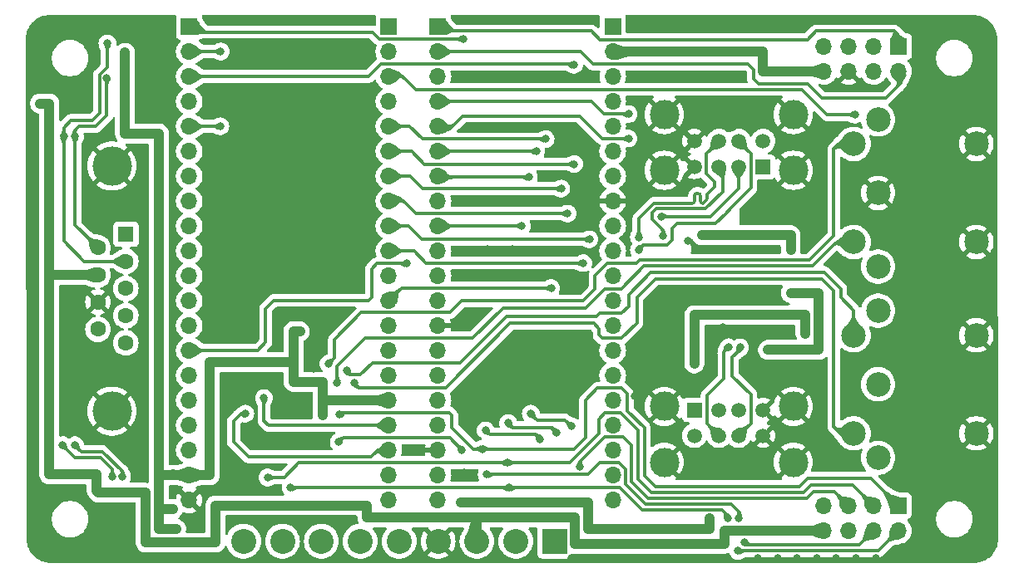
<source format=gbl>
G04 #@! TF.GenerationSoftware,KiCad,Pcbnew,8.0.4+dfsg-1*
G04 #@! TF.CreationDate,2025-02-26T12:03:38+01:00*
G04 #@! TF.ProjectId,MiSTeryShield20kRPiPico,4d695354-6572-4795-9368-69656c643230,V2*
G04 #@! TF.SameCoordinates,Original*
G04 #@! TF.FileFunction,Copper,L2,Bot*
G04 #@! TF.FilePolarity,Positive*
%FSLAX46Y46*%
G04 Gerber Fmt 4.6, Leading zero omitted, Abs format (unit mm)*
G04 Created by KiCad (PCBNEW 8.0.4+dfsg-1) date 2025-02-26 12:03:38*
%MOMM*%
%LPD*%
G01*
G04 APERTURE LIST*
G04 #@! TA.AperFunction,ComponentPad*
%ADD10R,2.540000X2.540000*%
G04 #@! TD*
G04 #@! TA.AperFunction,ComponentPad*
%ADD11C,2.540000*%
G04 #@! TD*
G04 #@! TA.AperFunction,ComponentPad*
%ADD12R,1.700000X1.700000*%
G04 #@! TD*
G04 #@! TA.AperFunction,ComponentPad*
%ADD13O,1.700000X1.700000*%
G04 #@! TD*
G04 #@! TA.AperFunction,ComponentPad*
%ADD14C,4.000000*%
G04 #@! TD*
G04 #@! TA.AperFunction,ComponentPad*
%ADD15R,1.600000X1.600000*%
G04 #@! TD*
G04 #@! TA.AperFunction,ComponentPad*
%ADD16C,1.600000*%
G04 #@! TD*
G04 #@! TA.AperFunction,ComponentPad*
%ADD17C,2.500000*%
G04 #@! TD*
G04 #@! TA.AperFunction,ComponentPad*
%ADD18R,1.500000X1.500000*%
G04 #@! TD*
G04 #@! TA.AperFunction,ComponentPad*
%ADD19C,1.500000*%
G04 #@! TD*
G04 #@! TA.AperFunction,ComponentPad*
%ADD20C,3.000000*%
G04 #@! TD*
G04 #@! TA.AperFunction,ViaPad*
%ADD21C,0.800000*%
G04 #@! TD*
G04 #@! TA.AperFunction,Conductor*
%ADD22C,0.300000*%
G04 #@! TD*
G04 #@! TA.AperFunction,Conductor*
%ADD23C,1.016000*%
G04 #@! TD*
G04 APERTURE END LIST*
D10*
G04 #@! TO.P,J2,1,Pin_1*
G04 #@! TO.N,P77*
X126232000Y-92850000D03*
D11*
G04 #@! TO.P,J2,2,Pin_2*
G04 #@! TO.N,P74*
X122272000Y-92850000D03*
G04 #@! TO.P,J2,3,Pin_3*
G04 #@! TO.N,+5V*
X118312000Y-92850000D03*
G04 #@! TO.P,J2,4,Pin_4*
G04 #@! TO.N,GND*
X114352000Y-92850000D03*
G04 #@! TO.P,J2,5,Pin_5*
G04 #@! TO.N,+3.3V*
X110392000Y-92850000D03*
G04 #@! TO.P,J2,6,Pin_6*
G04 #@! TO.N,P31*
X106432000Y-92850000D03*
G04 #@! TO.P,J2,7,Pin_7*
G04 #@! TO.N,P73*
X102472000Y-92850000D03*
G04 #@! TO.P,J2,8,Pin_8*
G04 #@! TO.N,unconnected-(J2-Pin_8-Pad8)*
X98512000Y-92850000D03*
G04 #@! TO.P,J2,9,Pin_9*
G04 #@! TO.N,unconnected-(J2-Pin_9-Pad9)*
X94552000Y-92850000D03*
G04 #@! TD*
D12*
G04 #@! TO.P,J9,1,Pin_1*
G04 #@! TO.N,unconnected-(J9-Pin_1-Pad1)*
X132122000Y-40390000D03*
D13*
G04 #@! TO.P,J9,2,Pin_2*
G04 #@! TO.N,+5V*
X132122000Y-42930000D03*
G04 #@! TO.P,J9,3,Pin_3*
G04 #@! TO.N,GND*
X132122000Y-45470000D03*
G04 #@! TO.P,J9,4,Pin_4*
G04 #@! TO.N,unconnected-(J9-Pin_4-Pad4)*
X132122000Y-48010000D03*
G04 #@! TO.P,J9,5,Pin_5*
G04 #@! TO.N,unconnected-(J9-Pin_5-Pad5)*
X132122000Y-50550000D03*
G04 #@! TO.P,J9,6,Pin_6*
G04 #@! TO.N,unconnected-(J9-Pin_6-Pad6)*
X132122000Y-53090000D03*
G04 #@! TO.P,J9,7,Pin_7*
G04 #@! TO.N,unconnected-(J9-Pin_7-Pad7)*
X132122000Y-55630000D03*
G04 #@! TO.P,J9,8,Pin_8*
G04 #@! TO.N,GND*
X132122000Y-58170000D03*
G04 #@! TO.P,J9,9,Pin_9*
G04 #@! TO.N,unconnected-(J9-Pin_9-Pad9)*
X132122000Y-60710000D03*
G04 #@! TO.P,J9,10,Pin_10*
G04 #@! TO.N,unconnected-(J9-Pin_10-Pad10)*
X132122000Y-63250000D03*
G04 #@! TO.P,J9,11,Pin_11*
G04 #@! TO.N,unconnected-(J9-Pin_11-Pad11)*
X132122000Y-65790000D03*
G04 #@! TO.P,J9,12,Pin_12*
G04 #@! TO.N,/Pi_Pico_USB_Hub/IRQ*
X132122000Y-68330000D03*
G04 #@! TO.P,J9,13,Pin_13*
G04 #@! TO.N,GND*
X132122000Y-70870000D03*
G04 #@! TO.P,J9,14,Pin_14*
G04 #@! TO.N,unconnected-(J9-Pin_14-Pad14)*
X132122000Y-73410000D03*
G04 #@! TO.P,J9,15,Pin_15*
G04 #@! TO.N,/Pi_Pico_USB_Hub/RECONFGN*
X132122000Y-75950000D03*
G04 #@! TO.P,J9,16,Pin_16*
G04 #@! TO.N,/Pi_Pico_USB_Hub/MOSI*
X132122000Y-78490000D03*
G04 #@! TO.P,J9,17,Pin_17*
G04 #@! TO.N,/Pi_Pico_USB_Hub/SCK*
X132122000Y-81030000D03*
G04 #@! TO.P,J9,18,Pin_18*
G04 #@! TO.N,GND*
X132122000Y-83570000D03*
G04 #@! TO.P,J9,19,Pin_19*
G04 #@! TO.N,/Pi_Pico_USB_Hub/CSN*
X132122000Y-86110000D03*
G04 #@! TO.P,J9,20,Pin_20*
G04 #@! TO.N,/Pi_Pico_USB_Hub/MISO*
X132122000Y-88650000D03*
G04 #@! TD*
D12*
G04 #@! TO.P,J10,1,Pin_1*
G04 #@! TO.N,/Pi_Pico_USB_Hub/PI_UART_TX*
X161232000Y-42400000D03*
D13*
G04 #@! TO.P,J10,2,Pin_2*
G04 #@! TO.N,/Pi_Pico_USB_Hub/PI_UART_RX*
X161232000Y-44940000D03*
G04 #@! TO.P,J10,3,Pin_3*
G04 #@! TO.N,P75*
X158692000Y-42400000D03*
G04 #@! TO.P,J10,4,Pin_4*
G04 #@! TO.N,/Pi_Pico_USB_Hub/UART_TX*
X158692000Y-44940000D03*
G04 #@! TO.P,J10,5,Pin_5*
G04 #@! TO.N,unconnected-(J10-Pin_5-Pad5)*
X156152000Y-42400000D03*
G04 #@! TO.P,J10,6,Pin_6*
G04 #@! TO.N,GND*
X156152000Y-44940000D03*
G04 #@! TO.P,J10,7,Pin_7*
G04 #@! TO.N,+3.3V*
X153612000Y-42400000D03*
G04 #@! TO.P,J10,8,Pin_8*
G04 #@! TO.N,+5V*
X153612000Y-44940000D03*
G04 #@! TD*
D14*
G04 #@! TO.P,J1,0,PAD*
G04 #@! TO.N,GND*
X81152331Y-54590000D03*
X81152331Y-79590000D03*
D15*
G04 #@! TO.P,J1,1,1*
G04 #@! TO.N,/UP*
X82572331Y-61550000D03*
D16*
G04 #@! TO.P,J1,2,2*
G04 #@! TO.N,/DOWN*
X82572331Y-64320000D03*
G04 #@! TO.P,J1,3,3*
G04 #@! TO.N,/LEFT*
X82572331Y-67090000D03*
G04 #@! TO.P,J1,4,4*
G04 #@! TO.N,/RIGHT*
X82572331Y-69860000D03*
G04 #@! TO.P,J1,5,5*
G04 #@! TO.N,unconnected-(J1-Pad5)*
X82572331Y-72630000D03*
G04 #@! TO.P,J1,6,6*
G04 #@! TO.N,/BTN1*
X79732331Y-62935000D03*
G04 #@! TO.P,J1,7,7*
G04 #@! TO.N,+5V*
X79732331Y-65705000D03*
G04 #@! TO.P,J1,8,8*
G04 #@! TO.N,GND*
X79732331Y-68475000D03*
G04 #@! TO.P,J1,9,9*
G04 #@! TO.N,/BTN2*
X79732331Y-71245000D03*
G04 #@! TD*
D12*
G04 #@! TO.P,J3,1,Pin_1*
G04 #@! TO.N,P73*
X161212000Y-89250000D03*
D13*
G04 #@! TO.P,J3,2,Pin_2*
G04 #@! TO.N,P74*
X161212000Y-91790000D03*
G04 #@! TO.P,J3,3,Pin_3*
G04 #@! TO.N,P77*
X158672000Y-89250000D03*
G04 #@! TO.P,J3,4,Pin_4*
G04 #@! TO.N,P31*
X158672000Y-91790000D03*
G04 #@! TO.P,J3,5,Pin_5*
G04 #@! TO.N,P49*
X156132000Y-89250000D03*
G04 #@! TO.P,J3,6,Pin_6*
G04 #@! TO.N,GND*
X156132000Y-91790000D03*
G04 #@! TO.P,J3,7,Pin_7*
G04 #@! TO.N,+3.3V*
X153592000Y-89250000D03*
G04 #@! TO.P,J3,8,Pin_8*
G04 #@! TO.N,+5V*
X153592000Y-91790000D03*
G04 #@! TD*
D12*
G04 #@! TO.P,J4,1,Pin_1*
G04 #@! TO.N,P73*
X89022000Y-40390000D03*
D13*
G04 #@! TO.P,J4,2,Pin_2*
G04 #@! TO.N,P74*
X89022000Y-42930000D03*
G04 #@! TO.P,J4,3,Pin_3*
G04 #@! TO.N,P75*
X89022000Y-45470000D03*
G04 #@! TO.P,J4,4,Pin_4*
G04 #@! TO.N,unconnected-(J4-Pin_4-Pad4)*
X89022000Y-48010000D03*
G04 #@! TO.P,J4,5,Pin_5*
G04 #@! TO.N,P77*
X89022000Y-50550000D03*
G04 #@! TO.P,J4,6,Pin_6*
G04 #@! TO.N,unconnected-(J4-Pin_6-Pad6)*
X89022000Y-53090000D03*
G04 #@! TO.P,J4,7,Pin_7*
G04 #@! TO.N,unconnected-(J4-Pin_7-Pad7)*
X89022000Y-55630000D03*
G04 #@! TO.P,J4,8,Pin_8*
G04 #@! TO.N,/IO_BTN1*
X89022000Y-58170000D03*
G04 #@! TO.P,J4,9,Pin_9*
G04 #@! TO.N,/IO_DOWN*
X89022000Y-60710000D03*
G04 #@! TO.P,J4,10,Pin_10*
G04 #@! TO.N,/IO_UP*
X89022000Y-63250000D03*
G04 #@! TO.P,J4,11,Pin_11*
G04 #@! TO.N,/IO_RIGHT*
X89022000Y-65790000D03*
G04 #@! TO.P,J4,12,Pin_12*
G04 #@! TO.N,/IO_LEFT*
X89022000Y-68330000D03*
G04 #@! TO.P,J4,13,Pin_13*
G04 #@! TO.N,/IO_BTN2*
X89022000Y-70870000D03*
G04 #@! TO.P,J4,14,Pin_14*
G04 #@! TO.N,P31*
X89022000Y-73410000D03*
G04 #@! TO.P,J4,15,Pin_15*
G04 #@! TO.N,unconnected-(J4-Pin_15-Pad15)*
X89022000Y-75950000D03*
G04 #@! TO.P,J4,16,Pin_16*
G04 #@! TO.N,unconnected-(J4-Pin_16-Pad16)*
X89022000Y-78490000D03*
G04 #@! TO.P,J4,17,Pin_17*
G04 #@! TO.N,unconnected-(J4-Pin_17-Pad17)*
X89022000Y-81030000D03*
G04 #@! TO.P,J4,18,Pin_18*
G04 #@! TO.N,unconnected-(J4-Pin_18-Pad18)*
X89022000Y-83570000D03*
G04 #@! TO.P,J4,19,Pin_19*
G04 #@! TO.N,+3.3V*
X89022000Y-86110000D03*
G04 #@! TO.P,J4,20,Pin_20*
G04 #@! TO.N,GND*
X89022000Y-88650000D03*
G04 #@! TD*
D17*
G04 #@! TO.P,J5,1*
G04 #@! TO.N,unconnected-(J5-Pad1)*
X159142000Y-69350000D03*
G04 #@! TO.P,J5,2*
G04 #@! TO.N,unconnected-(J5-Pad2)*
X159142000Y-76850000D03*
G04 #@! TO.P,J5,3*
G04 #@! TO.N,unconnected-(J5-Pad3)*
X159142000Y-84350000D03*
G04 #@! TO.P,J5,4*
G04 #@! TO.N,Net-(D1-A)*
X156642000Y-71850000D03*
G04 #@! TO.P,J5,5*
G04 #@! TO.N,Net-(J5-Pad5)*
X156642000Y-81850000D03*
G04 #@! TO.P,J5,6*
G04 #@! TO.N,GND*
X169142000Y-81850000D03*
X169142000Y-71850000D03*
G04 #@! TD*
D12*
G04 #@! TO.P,J8,1,Pin_1*
G04 #@! TO.N,/Pi_Pico_USB_Hub/PI_UART_TX*
X114341000Y-40400000D03*
D13*
G04 #@! TO.P,J8,2,Pin_2*
G04 #@! TO.N,/Pi_Pico_USB_Hub/PI_UART_RX*
X114341000Y-42940000D03*
G04 #@! TO.P,J8,3,Pin_3*
G04 #@! TO.N,GND*
X114341000Y-45480000D03*
G04 #@! TO.P,J8,4,Pin_4*
G04 #@! TO.N,/Pi_Pico_USB_Hub/UP_D+*
X114341000Y-48020000D03*
G04 #@! TO.P,J8,5,Pin_5*
G04 #@! TO.N,/Pi_Pico_USB_Hub/UP_D-*
X114341000Y-50560000D03*
G04 #@! TO.P,J8,6,Pin_6*
G04 #@! TO.N,Net-(D2-A)*
X114341000Y-53100000D03*
G04 #@! TO.P,J8,7,Pin_7*
G04 #@! TO.N,Net-(D3-A)*
X114341000Y-55640000D03*
G04 #@! TO.P,J8,8,Pin_8*
G04 #@! TO.N,GND*
X114341000Y-58180000D03*
G04 #@! TO.P,J8,9,Pin_9*
G04 #@! TO.N,Net-(D4-A)*
X114341000Y-60720000D03*
G04 #@! TO.P,J8,10,Pin_10*
G04 #@! TO.N,unconnected-(J8-Pin_10-Pad10)*
X114341000Y-63260000D03*
G04 #@! TO.P,J8,11,Pin_11*
G04 #@! TO.N,unconnected-(J8-Pin_11-Pad11)*
X114341000Y-65800000D03*
G04 #@! TO.P,J8,12,Pin_12*
G04 #@! TO.N,unconnected-(J8-Pin_12-Pad12)*
X114341000Y-68340000D03*
G04 #@! TO.P,J8,13,Pin_13*
G04 #@! TO.N,GND*
X114341000Y-70880000D03*
G04 #@! TO.P,J8,14,Pin_14*
G04 #@! TO.N,unconnected-(J8-Pin_14-Pad14)*
X114341000Y-73420000D03*
G04 #@! TO.P,J8,15,Pin_15*
G04 #@! TO.N,unconnected-(J8-Pin_15-Pad15)*
X114341000Y-75960000D03*
G04 #@! TO.P,J8,16,Pin_16*
G04 #@! TO.N,unconnected-(J8-Pin_16-Pad16)*
X114341000Y-78500000D03*
G04 #@! TO.P,J8,17,Pin_17*
G04 #@! TO.N,unconnected-(J8-Pin_17-Pad17)*
X114341000Y-81040000D03*
G04 #@! TO.P,J8,18,Pin_18*
G04 #@! TO.N,GND*
X114341000Y-83580000D03*
G04 #@! TO.P,J8,19,Pin_19*
G04 #@! TO.N,unconnected-(J8-Pin_19-Pad19)*
X114341000Y-86120000D03*
G04 #@! TO.P,J8,20,Pin_20*
G04 #@! TO.N,unconnected-(J8-Pin_20-Pad20)*
X114341000Y-88660000D03*
G04 #@! TD*
D12*
G04 #@! TO.P,J7,1,Pin_1*
G04 #@! TO.N,+5V*
X109342000Y-40390000D03*
D13*
G04 #@! TO.P,J7,2,Pin_2*
G04 #@! TO.N,GND*
X109342000Y-42930000D03*
G04 #@! TO.P,J7,3,Pin_3*
G04 #@! TO.N,/Pi_Pico_USB_Hub/UART_TX*
X109342000Y-45470000D03*
G04 #@! TO.P,J7,4,Pin_4*
G04 #@! TO.N,unconnected-(J7-Pin_4-Pad4)*
X109342000Y-48010000D03*
G04 #@! TO.P,J7,5,Pin_5*
G04 #@! TO.N,/Pi_Pico_USB_Hub/MISO*
X109342000Y-50550000D03*
G04 #@! TO.P,J7,6,Pin_6*
G04 #@! TO.N,/Pi_Pico_USB_Hub/MOSI*
X109342000Y-53090000D03*
G04 #@! TO.P,J7,7,Pin_7*
G04 #@! TO.N,/Pi_Pico_USB_Hub/CSN*
X109342000Y-55630000D03*
G04 #@! TO.P,J7,8,Pin_8*
G04 #@! TO.N,/Pi_Pico_USB_Hub/SCK*
X109342000Y-58170000D03*
G04 #@! TO.P,J7,9,Pin_9*
G04 #@! TO.N,/Pi_Pico_USB_Hub/IRQ*
X109342000Y-60710000D03*
G04 #@! TO.P,J7,10,Pin_10*
G04 #@! TO.N,/Pi_Pico_USB_Hub/RECONFGN*
X109342000Y-63250000D03*
G04 #@! TO.P,J7,11,Pin_11*
G04 #@! TO.N,unconnected-(J7-Pin_11-Pad11)*
X109342000Y-65790000D03*
G04 #@! TO.P,J7,12,Pin_12*
G04 #@! TO.N,P49*
X109342000Y-68330000D03*
G04 #@! TO.P,J7,13,Pin_13*
G04 #@! TO.N,unconnected-(J7-Pin_13-Pad13)*
X109342000Y-70870000D03*
G04 #@! TO.P,J7,14,Pin_14*
G04 #@! TO.N,unconnected-(J7-Pin_14-Pad14)*
X109342000Y-73410000D03*
G04 #@! TO.P,J7,15,Pin_15*
G04 #@! TO.N,GND*
X109342000Y-75950000D03*
G04 #@! TO.P,J7,16,Pin_16*
G04 #@! TO.N,+3.3V*
X109342000Y-78490000D03*
G04 #@! TO.P,J7,17,Pin_17*
G04 #@! TO.N,MIDI_RX*
X109342000Y-81030000D03*
G04 #@! TO.P,J7,18,Pin_18*
G04 #@! TO.N,MIDI_TX*
X109342000Y-83570000D03*
G04 #@! TO.P,J7,19,Pin_19*
G04 #@! TO.N,unconnected-(J7-Pin_19-Pad19)*
X109342000Y-86110000D03*
G04 #@! TO.P,J7,20,Pin_20*
G04 #@! TO.N,unconnected-(J7-Pin_20-Pad20)*
X109342000Y-88650000D03*
G04 #@! TD*
D17*
G04 #@! TO.P,J6,1*
G04 #@! TO.N,unconnected-(J6-Pad1)*
X159142000Y-49850000D03*
G04 #@! TO.P,J6,2*
G04 #@! TO.N,GND*
X159142000Y-57350000D03*
G04 #@! TO.P,J6,3*
G04 #@! TO.N,unconnected-(J6-Pad3)*
X159142000Y-64850000D03*
G04 #@! TO.P,J6,4*
G04 #@! TO.N,Net-(J6-Pad4)*
X156642000Y-52350000D03*
G04 #@! TO.P,J6,5*
G04 #@! TO.N,Net-(J6-Pad5)*
X156642000Y-62350000D03*
G04 #@! TO.P,J6,6*
G04 #@! TO.N,GND*
X169142000Y-62350000D03*
X169142000Y-52350000D03*
G04 #@! TD*
D18*
G04 #@! TO.P,J12,1,VBUS1*
G04 #@! TO.N,+5V*
X147442000Y-54680000D03*
D19*
G04 #@! TO.P,J12,2,D1-*
G04 #@! TO.N,/Pi_Pico_USB_Hub/USB3_D-*
X144942000Y-54680000D03*
G04 #@! TO.P,J12,3,D1+*
G04 #@! TO.N,/Pi_Pico_USB_Hub/USB3_D+*
X142942000Y-54680000D03*
G04 #@! TO.P,J12,4,GND1*
G04 #@! TO.N,GND*
X140442000Y-54680000D03*
G04 #@! TO.P,J12,5,VBUS2*
G04 #@! TO.N,+5V*
X147442000Y-52060000D03*
G04 #@! TO.P,J12,6,D2-*
G04 #@! TO.N,/Pi_Pico_USB_Hub/USB4_D-*
X144942000Y-52060000D03*
G04 #@! TO.P,J12,7,D2+*
G04 #@! TO.N,/Pi_Pico_USB_Hub/USB4_D+*
X142942000Y-52060000D03*
G04 #@! TO.P,J12,8,GND2*
G04 #@! TO.N,GND*
X140442000Y-52060000D03*
D20*
G04 #@! TO.P,J12,9,Shield*
X150512000Y-55030000D03*
X150512000Y-49350000D03*
X137372000Y-55030000D03*
X137372000Y-49350000D03*
G04 #@! TD*
D18*
G04 #@! TO.P,J11,1,VBUS1*
G04 #@! TO.N,+5V*
X140442000Y-79470000D03*
D19*
G04 #@! TO.P,J11,2,D1-*
G04 #@! TO.N,/Pi_Pico_USB_Hub/USB1_D-*
X142942000Y-79470000D03*
G04 #@! TO.P,J11,3,D1+*
G04 #@! TO.N,/Pi_Pico_USB_Hub/USB1_D+*
X144942000Y-79470000D03*
G04 #@! TO.P,J11,4,GND1*
G04 #@! TO.N,GND*
X147442000Y-79470000D03*
G04 #@! TO.P,J11,5,VBUS2*
G04 #@! TO.N,+5V*
X140442000Y-82090000D03*
G04 #@! TO.P,J11,6,D2-*
G04 #@! TO.N,/Pi_Pico_USB_Hub/USB2_D-*
X142942000Y-82090000D03*
G04 #@! TO.P,J11,7,D2+*
G04 #@! TO.N,/Pi_Pico_USB_Hub/USB2_D+*
X144942000Y-82090000D03*
G04 #@! TO.P,J11,8,GND2*
G04 #@! TO.N,GND*
X147442000Y-82090000D03*
D20*
G04 #@! TO.P,J11,9,Shield*
X137372000Y-79120000D03*
X137372000Y-84800000D03*
X150512000Y-79120000D03*
X150512000Y-84800000D03*
G04 #@! TD*
D21*
G04 #@! TO.N,/DOWN*
X76242000Y-51600000D03*
X80692000Y-42100000D03*
G04 #@! TO.N,/LEFT*
X76142000Y-83050000D03*
X81192000Y-86300000D03*
G04 #@! TO.N,/RIGHT*
X82192003Y-86300000D03*
X77392000Y-83050000D03*
G04 #@! TO.N,/BTN1*
X77392000Y-51600000D03*
X80642000Y-45600000D03*
G04 #@! TO.N,GND*
X170892000Y-88600000D03*
X74892000Y-94600000D03*
X161892000Y-50600000D03*
X164392000Y-75600000D03*
X166892000Y-55600000D03*
X91892000Y-55600000D03*
X166892000Y-58100000D03*
X164392000Y-60600000D03*
X82892000Y-39600000D03*
X84892000Y-39600000D03*
X72892000Y-92600000D03*
X72892000Y-82600000D03*
X166892000Y-78100000D03*
X72892000Y-84600000D03*
X99392000Y-43100000D03*
X156892000Y-65600000D03*
X99392000Y-50600000D03*
X164392000Y-53100000D03*
X136892000Y-75600000D03*
X161892000Y-63100000D03*
X141892000Y-45600000D03*
X144392000Y-50600000D03*
X72892000Y-50600000D03*
X134892000Y-39600000D03*
X168892000Y-94600000D03*
X160892000Y-39600000D03*
X72892000Y-52600000D03*
X161892000Y-58100000D03*
X170892000Y-68600000D03*
X91892000Y-60600000D03*
X72892000Y-70600000D03*
X168892000Y-39600000D03*
X116892000Y-45600000D03*
X148892000Y-39600000D03*
X94392000Y-53100000D03*
X104392000Y-48100000D03*
X84392000Y-58100000D03*
X72892000Y-54600000D03*
X91892000Y-53100000D03*
X72892000Y-60600000D03*
X119392000Y-58100000D03*
X169392000Y-58100000D03*
X166892000Y-48100000D03*
X76892000Y-39600000D03*
X144892000Y-39600000D03*
X161892000Y-55600000D03*
X164392000Y-68100000D03*
X144392000Y-48100000D03*
X94392000Y-48100000D03*
X112892000Y-94600000D03*
X72892000Y-64600000D03*
X121892000Y-58100000D03*
X80892000Y-94600000D03*
X104892000Y-39600000D03*
X156892000Y-68100000D03*
X139792000Y-62200000D03*
X121892000Y-50600000D03*
X96892000Y-55600000D03*
X101892000Y-53100000D03*
X166892000Y-50600000D03*
X140892000Y-39600000D03*
X164392000Y-65600000D03*
X156892000Y-78100000D03*
X78892000Y-39600000D03*
X92892000Y-84650000D03*
X116892000Y-80600000D03*
X104392000Y-53100000D03*
X119392000Y-63100000D03*
X156892000Y-39600000D03*
X164392000Y-80600000D03*
X164392000Y-50600000D03*
X99892000Y-94600000D03*
X90892000Y-39600000D03*
X72892000Y-42600000D03*
X164392000Y-55600000D03*
X164892000Y-39600000D03*
X94642000Y-81300000D03*
X161892000Y-65600000D03*
X129392000Y-53100000D03*
X164392000Y-83100000D03*
X158892000Y-39600000D03*
X96892000Y-65600000D03*
X84392000Y-63100000D03*
X162892000Y-39600000D03*
X160892000Y-94600000D03*
X86892000Y-39600000D03*
X142142000Y-74850000D03*
X72892000Y-88600000D03*
X164392000Y-78100000D03*
X124392000Y-73100000D03*
X134392000Y-78100000D03*
X96892000Y-43100000D03*
X170892000Y-44600000D03*
X142892000Y-39600000D03*
X150892000Y-39600000D03*
X166892000Y-68100000D03*
X126892000Y-45600000D03*
X169392000Y-75600000D03*
X164392000Y-85600000D03*
X74892000Y-39600000D03*
X146892000Y-94600000D03*
X169392000Y-65600000D03*
X124892000Y-39600000D03*
X79392000Y-73100000D03*
X170892000Y-48600000D03*
X170892000Y-58600000D03*
X161892000Y-78100000D03*
X100892000Y-39600000D03*
X161892000Y-75600000D03*
X146242000Y-67150000D03*
X148892000Y-94600000D03*
X161892000Y-70600000D03*
X72892000Y-72600000D03*
X170892000Y-92600000D03*
X79392000Y-75600000D03*
X136892000Y-39600000D03*
X126892000Y-53100000D03*
X126892000Y-50600000D03*
X78892000Y-94600000D03*
X120892000Y-94600000D03*
X96892000Y-48100000D03*
X96892000Y-53100000D03*
X154892000Y-94600000D03*
X97792000Y-83050000D03*
X166892000Y-60600000D03*
X84392000Y-65600000D03*
X169392000Y-68100000D03*
X170892000Y-84600000D03*
X149392000Y-75600000D03*
X94892000Y-39600000D03*
X72892000Y-58600000D03*
X166892000Y-94600000D03*
X98442000Y-78150000D03*
X169392000Y-78100000D03*
X101892000Y-48100000D03*
X142892000Y-94600000D03*
X170892000Y-86600000D03*
X72892000Y-62600000D03*
X156892000Y-55600000D03*
X121892000Y-65600000D03*
X134392000Y-75600000D03*
X170892000Y-54600000D03*
X96892000Y-50600000D03*
X138892000Y-39600000D03*
X154892000Y-39600000D03*
X72892000Y-68600000D03*
X121892000Y-63100000D03*
X90892000Y-94600000D03*
X94392000Y-63100000D03*
X166892000Y-39600000D03*
X170892000Y-90600000D03*
X91892000Y-68100000D03*
X84392000Y-80600000D03*
X84392000Y-53100000D03*
X144392000Y-85600000D03*
X96892000Y-63100000D03*
X166892000Y-70600000D03*
X94392000Y-50600000D03*
X81892000Y-83100000D03*
X72892000Y-74600000D03*
X91892000Y-58100000D03*
X124392000Y-45600000D03*
X101692000Y-75250000D03*
X84892000Y-94600000D03*
X84392000Y-60600000D03*
X159392000Y-73100000D03*
X79392000Y-60600000D03*
X72892000Y-90600000D03*
X136892000Y-94600000D03*
X91892000Y-65600000D03*
X156892000Y-75600000D03*
X123892000Y-94600000D03*
X94692000Y-85800000D03*
X170892000Y-78600000D03*
X170892000Y-60600000D03*
X72892000Y-56600000D03*
X148242000Y-67150000D03*
X119392000Y-45600000D03*
X94392000Y-68100000D03*
X84392000Y-55600000D03*
X169392000Y-55600000D03*
X84392000Y-75600000D03*
X143342000Y-71000000D03*
X158892000Y-94600000D03*
X161892000Y-85600000D03*
X84392000Y-68100000D03*
X141892000Y-50600000D03*
X116892000Y-94600000D03*
X72892000Y-76600000D03*
X166892000Y-73100000D03*
X99392000Y-65600000D03*
X76892000Y-94600000D03*
X120892000Y-39600000D03*
X141892000Y-85600000D03*
X108892000Y-94600000D03*
X140892000Y-94600000D03*
X138892000Y-94600000D03*
X81892000Y-58100000D03*
X91892000Y-63100000D03*
X170892000Y-76600000D03*
X169392000Y-48100000D03*
X99392000Y-48100000D03*
X127892000Y-94600000D03*
X118892000Y-39600000D03*
X72892000Y-78600000D03*
X161892000Y-60600000D03*
X72892000Y-86600000D03*
X121892000Y-73100000D03*
X170892000Y-66600000D03*
X88892000Y-94600000D03*
X72892000Y-66600000D03*
X101892000Y-50600000D03*
X119392000Y-65600000D03*
X72892000Y-80600000D03*
X166892000Y-75600000D03*
X101892000Y-43100000D03*
X104392000Y-50600000D03*
X134392000Y-73100000D03*
X94392000Y-58100000D03*
X86892000Y-94600000D03*
X170892000Y-74600000D03*
X121892000Y-45600000D03*
X164392000Y-58100000D03*
X164392000Y-70600000D03*
X156892000Y-58100000D03*
X102892000Y-39600000D03*
X170892000Y-46600000D03*
X96892000Y-39600000D03*
X94392000Y-70600000D03*
X94392000Y-65600000D03*
X91892000Y-48100000D03*
X84392000Y-70600000D03*
X161892000Y-73100000D03*
X166892000Y-65600000D03*
X152892000Y-39600000D03*
X136892000Y-70600000D03*
X72892000Y-46600000D03*
X169392000Y-85600000D03*
X122892000Y-39600000D03*
X81892000Y-75600000D03*
X170892000Y-42600000D03*
X84392000Y-73100000D03*
X161892000Y-53100000D03*
X146892000Y-39600000D03*
X170892000Y-56600000D03*
X152892000Y-94600000D03*
X116892000Y-39600000D03*
X166892000Y-85600000D03*
X141892000Y-48100000D03*
X170892000Y-64600000D03*
X92892000Y-39600000D03*
X94392000Y-78100000D03*
X161892000Y-80600000D03*
X136892000Y-73100000D03*
X146892000Y-75600000D03*
X116322000Y-70880000D03*
X164392000Y-73100000D03*
X144392000Y-45600000D03*
X119392000Y-50600000D03*
X128892000Y-39600000D03*
X150892000Y-94600000D03*
X126892000Y-39600000D03*
X164392000Y-63100000D03*
X117032000Y-85880000D03*
X146892000Y-85600000D03*
X161892000Y-48100000D03*
X98892000Y-39600000D03*
X111442000Y-83500000D03*
X94392000Y-55600000D03*
X94392000Y-60600000D03*
X82892000Y-94600000D03*
X104392000Y-43100000D03*
X104892000Y-94600000D03*
X161892000Y-68100000D03*
X164892000Y-94600000D03*
X104392000Y-55600000D03*
X162892000Y-94600000D03*
X72892000Y-44600000D03*
X164392000Y-48100000D03*
X156892000Y-94600000D03*
X170892000Y-50600000D03*
X116892000Y-78100000D03*
X99392000Y-53100000D03*
X101892000Y-65600000D03*
X80892000Y-39600000D03*
G04 #@! TO.N,+5V*
X79592000Y-87300000D03*
X147442000Y-44900000D03*
X151742000Y-71700000D03*
X93292000Y-89250000D03*
X140442000Y-74750000D03*
X107142000Y-89200000D03*
X73829500Y-48237500D03*
X140442000Y-93100000D03*
G04 #@! TO.N,Net-(D1-A)*
X105042000Y-75475000D03*
G04 #@! TO.N,P73*
X116942000Y-41650000D03*
X118842000Y-83450000D03*
X104342000Y-79950000D03*
G04 #@! TO.N,MIDI_RX*
X96632000Y-78250000D03*
G04 #@! TO.N,+3.3V*
X82492000Y-43050000D03*
X116642000Y-88900000D03*
X141992000Y-90550000D03*
X102592000Y-80050000D03*
X82492000Y-50050000D03*
X99642000Y-72950000D03*
X87379500Y-89562500D03*
X105592000Y-78490000D03*
X100292000Y-71470000D03*
X87692000Y-91600000D03*
X87342000Y-86062500D03*
X82492000Y-46550000D03*
G04 #@! TO.N,P74*
X143842000Y-90500000D03*
X99342000Y-87400000D03*
X144892000Y-93850000D03*
X121592000Y-87400000D03*
X92242000Y-42930000D03*
G04 #@! TO.N,MIDI_TX*
X94742000Y-79850000D03*
G04 #@! TO.N,P77*
X96992000Y-86350000D03*
X121392000Y-84850000D03*
X92192000Y-50550000D03*
G04 #@! TO.N,P31*
X144942000Y-90500000D03*
X145542000Y-92950000D03*
X111142000Y-64550000D03*
X104242000Y-82750000D03*
X119292000Y-86050000D03*
X116792000Y-83550000D03*
G04 #@! TO.N,P49*
X125867000Y-67050000D03*
X128792000Y-85300000D03*
G04 #@! TO.N,Net-(D2-K)*
X127942000Y-81150000D03*
X123792000Y-79850000D03*
G04 #@! TO.N,Net-(D3-K)*
X126392000Y-81800000D03*
X121492000Y-80800000D03*
G04 #@! TO.N,Net-(D4-K)*
X119192000Y-81550000D03*
X124742000Y-82450000D03*
G04 #@! TO.N,/Pi_Pico_USB_Hub/UP_D+*
X133742000Y-49300000D03*
G04 #@! TO.N,/Pi_Pico_USB_Hub/MISO*
X125292000Y-51850000D03*
G04 #@! TO.N,/Pi_Pico_USB_Hub/MOSI*
X128192000Y-54400000D03*
G04 #@! TO.N,/Pi_Pico_USB_Hub/UP_D-*
X133742000Y-51800000D03*
G04 #@! TO.N,/Pi_Pico_USB_Hub/IRQ*
X129767000Y-62075000D03*
G04 #@! TO.N,/Pi_Pico_USB_Hub/SCK*
X127542000Y-59450000D03*
G04 #@! TO.N,/Pi_Pico_USB_Hub/CSN*
X126892000Y-56900000D03*
G04 #@! TO.N,/Pi_Pico_USB_Hub/UART_TX*
X156792000Y-49350000D03*
G04 #@! TO.N,/Pi_Pico_USB_Hub/USB2_D+*
X145092000Y-73100000D03*
G04 #@! TO.N,/Pi_Pico_USB_Hub/USB2_D-*
X143917000Y-73075000D03*
G04 #@! TO.N,/Pi_Pico_USB_Hub/USB3_D+*
X137242000Y-61750000D03*
G04 #@! TO.N,/Pi_Pico_USB_Hub/USB4_D-*
X134792000Y-63150000D03*
G04 #@! TO.N,/Pi_Pico_USB_Hub/USB3_D-*
X137042000Y-59750000D03*
G04 #@! TO.N,/Pi_Pico_USB_Hub/USB4_D+*
X134792000Y-61850000D03*
G04 #@! TO.N,Net-(J6-Pad4)*
X103192000Y-74750000D03*
G04 #@! TO.N,Net-(J6-Pad5)*
X104092000Y-76700000D03*
G04 #@! TO.N,P75*
X128192000Y-44300000D03*
G04 #@! TO.N,/Pi_Pico_USB_Hub/RECONFGN*
X129142000Y-64500000D03*
G04 #@! TO.N,Net-(J5-Pad5)*
X105792000Y-76700000D03*
G04 #@! TO.N,/Pi_Pico_USB_Hub/3V3*
X141192000Y-61650000D03*
X150242000Y-67550000D03*
X150242000Y-63150000D03*
X147942000Y-73350000D03*
G04 #@! TO.N,Net-(D2-A)*
X124342000Y-53100000D03*
G04 #@! TO.N,Net-(D3-A)*
X123592000Y-55750000D03*
G04 #@! TO.N,Net-(D4-A)*
X122892000Y-60700000D03*
G04 #@! TD*
D22*
G04 #@! TO.N,/DOWN*
X79892000Y-49200000D02*
X79892000Y-45289339D01*
X76988446Y-49950000D02*
X79142000Y-49950000D01*
X76242000Y-50696446D02*
X76988446Y-49950000D01*
X78312000Y-64320000D02*
X82572331Y-64320000D01*
X80331339Y-44850000D02*
X80342000Y-44850000D01*
X80342000Y-44850000D02*
X80692000Y-44500000D01*
X76242000Y-51600000D02*
X76242000Y-50696446D01*
X79892000Y-45289339D02*
X80331339Y-44850000D01*
X79142000Y-49950000D02*
X79892000Y-49200000D01*
X80692000Y-44500000D02*
X80692000Y-42100000D01*
X76242000Y-51600000D02*
X76242000Y-62250000D01*
X76242000Y-62250000D02*
X78312000Y-64320000D01*
G04 #@! TO.N,/LEFT*
X77392000Y-84300000D02*
X76142000Y-83050000D01*
X81192000Y-86300000D02*
X81192000Y-85500000D01*
X79992000Y-84300000D02*
X77392000Y-84300000D01*
X81192000Y-85500000D02*
X79992000Y-84300000D01*
G04 #@! TO.N,/RIGHT*
X80192000Y-83700000D02*
X82192003Y-85700003D01*
X78042000Y-83700000D02*
X80192000Y-83700000D01*
X82192003Y-85700003D02*
X82192003Y-86300000D01*
X77392000Y-83050000D02*
X78042000Y-83700000D01*
G04 #@! TO.N,/BTN1*
X79732331Y-62935000D02*
X77392000Y-60594669D01*
X80642000Y-45600000D02*
X80642000Y-49450000D01*
X77392000Y-50950000D02*
X77392000Y-51600000D01*
X80642000Y-49450000D02*
X79542000Y-50550000D01*
X77792000Y-50550000D02*
X77392000Y-50950000D01*
X77392000Y-60594669D02*
X77392000Y-51600000D01*
X79542000Y-50550000D02*
X77792000Y-50550000D01*
G04 #@! TO.N,GND*
X111522000Y-83580000D02*
X114342000Y-83580000D01*
X114342000Y-70880000D02*
X116322000Y-70880000D01*
X111442000Y-83500000D02*
X111522000Y-83580000D01*
D23*
G04 #@! TO.N,+5V*
X107142000Y-90450000D02*
X107142000Y-89200000D01*
X74792000Y-65705000D02*
X74792000Y-48237500D01*
X118342000Y-90800000D02*
X118312000Y-90830000D01*
X143492000Y-91830000D02*
X143532000Y-91790000D01*
X79592000Y-87700000D02*
X79792000Y-87900000D01*
X118312000Y-90830000D02*
X118312000Y-92850000D01*
X147442000Y-44940000D02*
X153612000Y-44940000D01*
X79592000Y-86050000D02*
X74792000Y-86050000D01*
X143532000Y-91790000D02*
X153592000Y-91790000D01*
X147442000Y-44940000D02*
X147442000Y-42950000D01*
X147442000Y-42950000D02*
X147432000Y-42940000D01*
X140442000Y-69800000D02*
X151742000Y-69800000D01*
X84592000Y-93000000D02*
X91692000Y-93000000D01*
X79592000Y-87300000D02*
X79592000Y-86050000D01*
X74792000Y-65705000D02*
X79732331Y-65705000D01*
X143492000Y-93100000D02*
X143492000Y-91830000D01*
X84592000Y-87900000D02*
X84592000Y-93000000D01*
X104042000Y-89200000D02*
X107142000Y-89200000D01*
X140442000Y-93100000D02*
X128242000Y-93100000D01*
X128242000Y-93100000D02*
X128242000Y-90450000D01*
X140442000Y-74750000D02*
X140442000Y-69800000D01*
X128242000Y-90450000D02*
X118342000Y-90450000D01*
X118342000Y-90450000D02*
X107142000Y-90450000D01*
X151742000Y-69800000D02*
X151742000Y-71700000D01*
X74792000Y-86050000D02*
X74792000Y-65705000D01*
X74792000Y-48237500D02*
X73829500Y-48237500D01*
X79792000Y-87900000D02*
X84592000Y-87900000D01*
X140442000Y-93100000D02*
X143492000Y-93100000D01*
X91692000Y-93000000D02*
X91692000Y-89200000D01*
X147432000Y-42940000D02*
X132122000Y-42940000D01*
X118342000Y-90450000D02*
X118342000Y-90800000D01*
X79592000Y-87300000D02*
X79592000Y-87700000D01*
X91692000Y-89200000D02*
X104042000Y-89200000D01*
D22*
G04 #@! TO.N,Net-(D1-A)*
X107662000Y-74680000D02*
X116562000Y-74680000D01*
X105042000Y-75475000D02*
X105467000Y-75900000D01*
X135992000Y-65450000D02*
X153642000Y-65450000D01*
X156642000Y-69300000D02*
X156642000Y-71750000D01*
X133742000Y-67700000D02*
X135992000Y-65450000D01*
X133742000Y-68900000D02*
X133742000Y-67700000D01*
X153642000Y-65450000D02*
X155342000Y-67150000D01*
X130792000Y-69600000D02*
X133042000Y-69600000D01*
X133042000Y-69600000D02*
X133742000Y-68900000D01*
X155342000Y-67150000D02*
X155342000Y-68000000D01*
X106442000Y-75900000D02*
X107662000Y-74680000D01*
X121342000Y-69900000D02*
X130492000Y-69900000D01*
X116562000Y-74680000D02*
X121342000Y-69900000D01*
X105467000Y-75900000D02*
X106442000Y-75900000D01*
X155342000Y-68000000D02*
X156642000Y-69300000D01*
X130492000Y-69900000D02*
X130792000Y-69600000D01*
G04 #@! TO.N,P73*
X89022000Y-40390000D02*
X89582000Y-40950000D01*
X115772000Y-80050000D02*
X115772000Y-81260000D01*
X117962000Y-83450000D02*
X118842000Y-83450000D01*
X129342000Y-82300000D02*
X129342000Y-78500000D01*
X136467000Y-87275000D02*
X151167000Y-87275000D01*
X133592000Y-79550000D02*
X135342000Y-81300000D01*
X133042000Y-77250000D02*
X133592000Y-77800000D01*
X118842000Y-83450000D02*
X128192000Y-83450000D01*
X129342000Y-78500000D02*
X130592000Y-77250000D01*
X133592000Y-77800000D02*
X133592000Y-79550000D01*
X108392000Y-41650000D02*
X116942000Y-41650000D01*
X135342000Y-86150000D02*
X136467000Y-87275000D01*
X151167000Y-87275000D02*
X151992000Y-86450000D01*
X104542000Y-79750000D02*
X115472000Y-79750000D01*
X135342000Y-81300000D02*
X135342000Y-86150000D01*
X107692000Y-40950000D02*
X108392000Y-41650000D01*
X128192000Y-83450000D02*
X129342000Y-82300000D01*
X158412000Y-86450000D02*
X161212000Y-89250000D01*
X89582000Y-40950000D02*
X107692000Y-40950000D01*
X115472000Y-79750000D02*
X115772000Y-80050000D01*
X115772000Y-81260000D02*
X117962000Y-83450000D01*
X151992000Y-86450000D02*
X158412000Y-86450000D01*
X130592000Y-77250000D02*
X133042000Y-77250000D01*
X104342000Y-79950000D02*
X104542000Y-79750000D01*
G04 #@! TO.N,MIDI_RX*
X96632000Y-78250000D02*
X96632000Y-80590000D01*
X96632000Y-80590000D02*
X97092000Y-81050000D01*
X97092000Y-81050000D02*
X109322000Y-81050000D01*
D23*
G04 #@! TO.N,+3.3V*
X102592000Y-76600000D02*
X102592000Y-78350000D01*
X85942000Y-86100000D02*
X85942000Y-89500000D01*
X105592000Y-78490000D02*
X109342000Y-78490000D01*
X85942000Y-86100000D02*
X85942000Y-51300000D01*
X129642000Y-88900000D02*
X129642000Y-91600000D01*
X99642000Y-74600000D02*
X91142000Y-74600000D01*
X82492000Y-50050000D02*
X82492000Y-43050000D01*
X91142000Y-86100000D02*
X91132000Y-86110000D01*
X82492000Y-51300000D02*
X82492000Y-50050000D01*
X91142000Y-74600000D02*
X91142000Y-86100000D01*
X87389500Y-86110000D02*
X85952000Y-86110000D01*
X85942000Y-89500000D02*
X85942000Y-91600000D01*
X85942000Y-91600000D02*
X87692000Y-91600000D01*
X87389500Y-86110000D02*
X87342000Y-86062500D01*
X100292000Y-71470000D02*
X100272000Y-71450000D01*
X85942000Y-89500000D02*
X86004500Y-89562500D01*
X141992000Y-91600000D02*
X141992000Y-90550000D01*
X85942000Y-51300000D02*
X82492000Y-51300000D01*
X99642000Y-71450000D02*
X99642000Y-76600000D01*
X129642000Y-91600000D02*
X141992000Y-91600000D01*
X91132000Y-86110000D02*
X89022000Y-86110000D01*
X100272000Y-71450000D02*
X99642000Y-71450000D01*
X102732000Y-78490000D02*
X105592000Y-78490000D01*
X85952000Y-86110000D02*
X85942000Y-86100000D01*
X102592000Y-78350000D02*
X102732000Y-78490000D01*
X102592000Y-78350000D02*
X102592000Y-80050000D01*
X89022000Y-86110000D02*
X87389500Y-86110000D01*
X116642000Y-88900000D02*
X129642000Y-88900000D01*
X86004500Y-89562500D02*
X87379500Y-89562500D01*
X99642000Y-76600000D02*
X102592000Y-76600000D01*
D22*
G04 #@! TO.N,P74*
X143842000Y-90250000D02*
X143242000Y-89650000D01*
X159142000Y-93850000D02*
X161202000Y-91790000D01*
X132842000Y-87400000D02*
X121592000Y-87400000D01*
X144892000Y-93850000D02*
X159142000Y-93850000D01*
X135092000Y-89650000D02*
X132842000Y-87400000D01*
X143242000Y-89650000D02*
X135092000Y-89650000D01*
X89022000Y-42930000D02*
X92242000Y-42930000D01*
X143842000Y-90500000D02*
X143842000Y-90250000D01*
X121592000Y-87400000D02*
X99342000Y-87400000D01*
G04 #@! TO.N,MIDI_TX*
X107542000Y-84250000D02*
X108222000Y-83570000D01*
X95042000Y-84250000D02*
X107542000Y-84250000D01*
X108222000Y-83570000D02*
X109342000Y-83570000D01*
X93542000Y-82750000D02*
X95042000Y-84250000D01*
X94742000Y-79850000D02*
X94292000Y-79850000D01*
X93542000Y-80600000D02*
X93542000Y-82750000D01*
X94292000Y-79850000D02*
X93542000Y-80600000D01*
G04 #@! TO.N,P77*
X121392000Y-84850000D02*
X127742000Y-84850000D01*
X132892000Y-79750000D02*
X134692000Y-81550000D01*
X130692000Y-81900000D02*
X130692000Y-80400000D01*
X134692000Y-81550000D02*
X134692000Y-86507107D01*
X131342000Y-79750000D02*
X132892000Y-79750000D01*
X89022000Y-50550000D02*
X92192000Y-50550000D01*
X156522000Y-87100000D02*
X158672000Y-89250000D01*
X98692000Y-86350000D02*
X100192000Y-84850000D01*
X127742000Y-84850000D02*
X130692000Y-81900000D01*
X136034893Y-87850000D02*
X151542000Y-87850000D01*
X151542000Y-87850000D02*
X152292000Y-87100000D01*
X100192000Y-84850000D02*
X121392000Y-84850000D01*
X152292000Y-87100000D02*
X156522000Y-87100000D01*
X130692000Y-80400000D02*
X131342000Y-79750000D01*
X134692000Y-86507107D02*
X136034893Y-87850000D01*
X96992000Y-86350000D02*
X98692000Y-86350000D01*
G04 #@! TO.N,P31*
X107592000Y-65100000D02*
X108142000Y-64550000D01*
X132742000Y-84850000D02*
X133392000Y-85500000D01*
X96792000Y-72600000D02*
X96792000Y-69150000D01*
X107592000Y-67950000D02*
X107592000Y-65100000D01*
X145542000Y-92950000D02*
X145842000Y-93250000D01*
X133392000Y-87000000D02*
X135442000Y-89050000D01*
X145842000Y-93250000D02*
X157192000Y-93250000D01*
X107242000Y-68300000D02*
X107592000Y-67950000D01*
X89022000Y-73410000D02*
X95982000Y-73410000D01*
X119292000Y-86050000D02*
X129642000Y-86050000D01*
X115542000Y-82300000D02*
X104692000Y-82300000D01*
X130842000Y-84850000D02*
X132742000Y-84850000D01*
X158652000Y-91790000D02*
X157192000Y-93250000D01*
X144942000Y-89800000D02*
X144942000Y-90500000D01*
X133392000Y-85500000D02*
X133392000Y-87000000D01*
X135442000Y-89050000D02*
X144192000Y-89050000D01*
X96792000Y-69150000D02*
X97642000Y-68300000D01*
X129642000Y-86050000D02*
X130842000Y-84850000D01*
X97642000Y-68300000D02*
X107242000Y-68300000D01*
X95982000Y-73410000D02*
X96792000Y-72600000D01*
X116792000Y-83550000D02*
X116832000Y-83590000D01*
X144192000Y-89050000D02*
X144942000Y-89800000D01*
X108142000Y-64550000D02*
X111142000Y-64550000D01*
X115542000Y-82300000D02*
X116792000Y-83550000D01*
X104692000Y-82300000D02*
X104242000Y-82750000D01*
G04 #@! TO.N,P49*
X125867000Y-67050000D02*
X110622000Y-67050000D01*
X128792000Y-84750000D02*
X131292000Y-82250000D01*
X110622000Y-67050000D02*
X109342000Y-68330000D01*
X133192000Y-82250000D02*
X134042000Y-83100000D01*
X152542000Y-87800000D02*
X154682000Y-87800000D01*
X154682000Y-87800000D02*
X156132000Y-89250000D01*
X134042000Y-86800000D02*
X135692000Y-88450000D01*
X134042000Y-83100000D02*
X134042000Y-86800000D01*
X135692000Y-88450000D02*
X151892000Y-88450000D01*
X151892000Y-88450000D02*
X152542000Y-87800000D01*
X131292000Y-82250000D02*
X133192000Y-82250000D01*
X128792000Y-85300000D02*
X128792000Y-84750000D01*
G04 #@! TO.N,/Pi_Pico_USB_Hub/PI_UART_RX*
X151992000Y-46250000D02*
X153442000Y-47700000D01*
X128882000Y-42940000D02*
X130142000Y-44200000D01*
X161232000Y-46360000D02*
X161232000Y-44940000D01*
X130142000Y-44200000D02*
X145892000Y-44200000D01*
X159892000Y-47700000D02*
X161232000Y-46360000D01*
X145892000Y-44200000D02*
X146442000Y-44750000D01*
X146992000Y-46250000D02*
X151992000Y-46250000D01*
X146442000Y-45700000D02*
X146992000Y-46250000D01*
X153442000Y-47700000D02*
X159892000Y-47700000D01*
X114342000Y-42940000D02*
X128882000Y-42940000D01*
X146442000Y-44750000D02*
X146442000Y-45700000D01*
G04 #@! TO.N,Net-(D2-K)*
X124442000Y-80500000D02*
X127292000Y-80500000D01*
X127942000Y-81150000D02*
X127292000Y-80500000D01*
X124442000Y-80500000D02*
X123792000Y-79850000D01*
G04 #@! TO.N,Net-(D3-K)*
X121942000Y-81250000D02*
X121492000Y-80800000D01*
X126392000Y-81800000D02*
X125842000Y-81250000D01*
X121942000Y-81250000D02*
X125842000Y-81250000D01*
G04 #@! TO.N,Net-(D4-K)*
X124742000Y-82450000D02*
X124242000Y-81950000D01*
X119592000Y-81950000D02*
X119192000Y-81550000D01*
X119592000Y-81950000D02*
X124242000Y-81950000D01*
G04 #@! TO.N,/Pi_Pico_USB_Hub/UP_D+*
X131242000Y-49300000D02*
X133742000Y-49300000D01*
X114192000Y-48000000D02*
X129942000Y-48000000D01*
X129942000Y-48000000D02*
X131242000Y-49300000D01*
G04 #@! TO.N,/Pi_Pico_USB_Hub/MISO*
X111442000Y-50550000D02*
X112742000Y-51850000D01*
X112742000Y-51850000D02*
X125292000Y-51850000D01*
X109342000Y-50550000D02*
X111442000Y-50550000D01*
G04 #@! TO.N,/Pi_Pico_USB_Hub/PI_UART_TX*
X151992000Y-41700000D02*
X152842000Y-40850000D01*
X160792000Y-40850000D02*
X161232000Y-41290000D01*
X130842000Y-41700000D02*
X151992000Y-41700000D01*
X114792000Y-40850000D02*
X129992000Y-40850000D01*
X129992000Y-40850000D02*
X130842000Y-41700000D01*
X161232000Y-41290000D02*
X161232000Y-42400000D01*
X152842000Y-40850000D02*
X160792000Y-40850000D01*
G04 #@! TO.N,/Pi_Pico_USB_Hub/MOSI*
X111632000Y-53090000D02*
X112942000Y-54400000D01*
X112942000Y-54400000D02*
X128192000Y-54400000D01*
X109342000Y-53090000D02*
X111632000Y-53090000D01*
G04 #@! TO.N,/Pi_Pico_USB_Hub/UP_D-*
X128792000Y-49500000D02*
X131092000Y-51800000D01*
X115782000Y-50560000D02*
X116842000Y-49500000D01*
X114342000Y-50560000D02*
X115782000Y-50560000D01*
X116842000Y-49500000D02*
X128792000Y-49500000D01*
X131092000Y-51800000D02*
X133742000Y-51800000D01*
G04 #@! TO.N,/Pi_Pico_USB_Hub/IRQ*
X112692000Y-62050000D02*
X129742000Y-62050000D01*
X111352000Y-60710000D02*
X112692000Y-62050000D01*
X109342000Y-60710000D02*
X111352000Y-60710000D01*
G04 #@! TO.N,/Pi_Pico_USB_Hub/SCK*
X112092000Y-59450000D02*
X127542000Y-59450000D01*
X110812000Y-58170000D02*
X112092000Y-59450000D01*
X109342000Y-58170000D02*
X110812000Y-58170000D01*
G04 #@! TO.N,/Pi_Pico_USB_Hub/CSN*
X112742000Y-56900000D02*
X126892000Y-56900000D01*
X111472000Y-55630000D02*
X112742000Y-56900000D01*
X109342000Y-55630000D02*
X111472000Y-55630000D01*
G04 #@! TO.N,/Pi_Pico_USB_Hub/UART_TX*
X110762000Y-45470000D02*
X109342000Y-45470000D01*
X153942000Y-49350000D02*
X151392000Y-46800000D01*
X151392000Y-46800000D02*
X112092000Y-46800000D01*
X156792000Y-49350000D02*
X153942000Y-49350000D01*
X112092000Y-46800000D02*
X110762000Y-45470000D01*
G04 #@! TO.N,/Pi_Pico_USB_Hub/USB2_D+*
X145092000Y-73300000D02*
X144292000Y-74100000D01*
X146192000Y-80840000D02*
X144942000Y-82090000D01*
X144292000Y-76000000D02*
X146192000Y-77900000D01*
X144292000Y-74100000D02*
X144292000Y-76000000D01*
X145092000Y-73100000D02*
X145092000Y-73300000D01*
X146192000Y-77900000D02*
X146192000Y-80840000D01*
G04 #@! TO.N,/Pi_Pico_USB_Hub/USB2_D-*
X141742000Y-78000000D02*
X141742000Y-80890000D01*
X143442000Y-73550000D02*
X143442000Y-76300000D01*
X143442000Y-76300000D02*
X141742000Y-78000000D01*
X141742000Y-80890000D02*
X142942000Y-82090000D01*
X143917000Y-73075000D02*
X143442000Y-73550000D01*
G04 #@! TO.N,/Pi_Pico_USB_Hub/USB3_D+*
X142942000Y-54680000D02*
X143342000Y-55080000D01*
X136142000Y-60050000D02*
X137242000Y-61150000D01*
X143342000Y-55080000D02*
X143342000Y-57200000D01*
X143342000Y-57200000D02*
X141592000Y-58950000D01*
X136142000Y-59350000D02*
X136142000Y-60050000D01*
X141592000Y-58950000D02*
X136542000Y-58950000D01*
X136142000Y-60050000D02*
X137242000Y-61150000D01*
X141592000Y-58950000D02*
X136542000Y-58950000D01*
X137242000Y-61150000D02*
X137242000Y-61750000D01*
X136542000Y-58950000D02*
X136142000Y-59350000D01*
X136142000Y-59350000D02*
X136142000Y-60050000D01*
X136542000Y-58950000D02*
X136142000Y-59350000D01*
X137242000Y-61150000D02*
X137242000Y-61750000D01*
G04 #@! TO.N,/Pi_Pico_USB_Hub/USB4_D-*
X146192000Y-53310000D02*
X146192000Y-56850000D01*
X134792000Y-63150000D02*
X135292000Y-62650000D01*
X138954061Y-60450000D02*
X141581946Y-60450000D01*
X135292000Y-62650000D02*
X137642000Y-62650000D01*
X145184850Y-57857150D02*
X144140005Y-58901995D01*
X143636812Y-59405188D02*
X142567000Y-60475000D01*
X142542000Y-60450000D02*
X141581946Y-60450000D01*
X137642000Y-62650000D02*
X138142000Y-62150000D01*
X138142000Y-62150000D02*
X138142000Y-61000000D01*
X144140005Y-58901995D02*
X143636812Y-59405188D01*
X142567000Y-60475000D02*
X142542000Y-60450000D01*
X138692000Y-60450000D02*
X138954061Y-60450000D01*
X146192000Y-56850000D02*
X145184850Y-57857150D01*
X144942000Y-52060000D02*
X146192000Y-53310000D01*
X138142000Y-61000000D02*
X138692000Y-60450000D01*
G04 #@! TO.N,/Pi_Pico_USB_Hub/USB3_D-*
X144942000Y-56900000D02*
X142092000Y-59750000D01*
X144942000Y-54680000D02*
X144942000Y-56900000D01*
X137242000Y-59750000D02*
X137042000Y-59750000D01*
X142092000Y-59750000D02*
X137242000Y-59750000D01*
G04 #@! TO.N,/Pi_Pico_USB_Hub/USB4_D+*
X142476543Y-56715457D02*
X141742000Y-57450000D01*
X142492000Y-56675000D02*
X142492000Y-56700000D01*
X141742000Y-57950000D02*
X141653114Y-58038886D01*
X140812000Y-57400000D02*
X140692000Y-57400000D01*
X134792000Y-59950000D02*
X136342000Y-58400000D01*
X142492000Y-56700000D02*
X142476543Y-56715457D01*
X140452000Y-57640000D02*
X140452000Y-58160000D01*
X141642000Y-53360000D02*
X141642000Y-55350000D01*
X142942000Y-52060000D02*
X141642000Y-53360000D01*
X134792000Y-60061673D02*
X134792000Y-59950000D01*
X136342000Y-58400000D02*
X138954061Y-58400000D01*
X141653114Y-58038886D02*
X141292000Y-58400000D01*
X142492000Y-56200000D02*
X142492000Y-56675000D01*
X134792000Y-61850000D02*
X134792000Y-60061673D01*
X141742000Y-57450000D02*
X141742000Y-57950000D01*
X141052000Y-58160000D02*
X141052000Y-57640000D01*
X140212000Y-58400000D02*
X140092000Y-58400000D01*
X141642000Y-55350000D02*
X142492000Y-56200000D01*
X138954061Y-58400000D02*
X140092000Y-58400000D01*
X141052000Y-57640000D02*
G75*
G03*
X140812000Y-57400000I-240000J0D01*
G01*
X140452000Y-58160000D02*
G75*
G02*
X140212000Y-58400000I-240000J0D01*
G01*
X141292000Y-58400000D02*
G75*
G02*
X141052000Y-58160000I0J240000D01*
G01*
X140692000Y-57400000D02*
G75*
G03*
X140452000Y-57640000I0J-240000D01*
G01*
G04 #@! TO.N,Net-(J6-Pad4)*
X129142000Y-68350000D02*
X130317000Y-67175000D01*
X103792000Y-72300000D02*
X106542000Y-69550000D01*
X134542000Y-64500000D02*
X134842000Y-64200000D01*
X115542000Y-69550000D02*
X116742000Y-68350000D01*
X131592000Y-64500000D02*
X134542000Y-64500000D01*
X154642000Y-61700000D02*
X154642000Y-52850000D01*
X130317000Y-67175000D02*
X130317000Y-65775000D01*
X116742000Y-68350000D02*
X129142000Y-68350000D01*
X155042000Y-52450000D02*
X156642000Y-52450000D01*
X103192000Y-74750000D02*
X103792000Y-74150000D01*
X103792000Y-74150000D02*
X103792000Y-72300000D01*
X154642000Y-52850000D02*
X155042000Y-52450000D01*
X134842000Y-64200000D02*
X152142000Y-64200000D01*
X130317000Y-65775000D02*
X131592000Y-64500000D01*
X152142000Y-64200000D02*
X154642000Y-61700000D01*
X106542000Y-69550000D02*
X115542000Y-69550000D01*
G04 #@! TO.N,Net-(J6-Pad5)*
X117892000Y-72150000D02*
X106942000Y-72150000D01*
X132992000Y-67100000D02*
X131292000Y-67100000D01*
X154792000Y-62450000D02*
X152442000Y-64800000D01*
X152442000Y-64800000D02*
X135292000Y-64800000D01*
X156642000Y-62450000D02*
X154792000Y-62450000D01*
X106942000Y-72150000D02*
X104092000Y-75000000D01*
X131292000Y-67100000D02*
X129342000Y-69050000D01*
X120992000Y-69050000D02*
X117892000Y-72150000D01*
X135292000Y-64800000D02*
X132992000Y-67100000D01*
X104092000Y-75000000D02*
X104092000Y-76700000D01*
X129342000Y-69050000D02*
X120992000Y-69050000D01*
G04 #@! TO.N,P75*
X108542000Y-44200000D02*
X128092000Y-44200000D01*
X89022000Y-45470000D02*
X107272000Y-45470000D01*
X107272000Y-45470000D02*
X108542000Y-44200000D01*
X128092000Y-44200000D02*
X128192000Y-44300000D01*
G04 #@! TO.N,/Pi_Pico_USB_Hub/RECONFGN*
X113142000Y-64500000D02*
X129142000Y-64500000D01*
X111892000Y-63250000D02*
X113142000Y-64500000D01*
X109342000Y-63250000D02*
X111892000Y-63250000D01*
G04 #@! TO.N,Net-(J5-Pad5)*
X136442000Y-66100000D02*
X153392000Y-66100000D01*
X105792000Y-76700000D02*
X106292000Y-77200000D01*
X115142000Y-77200000D02*
X121692000Y-70650000D01*
X153392000Y-66100000D02*
X154642000Y-67350000D01*
X130192000Y-70650000D02*
X130742000Y-71200000D01*
X130742000Y-71800000D02*
X131092000Y-72150000D01*
X121692000Y-70650000D02*
X130192000Y-70650000D01*
X134592000Y-70600000D02*
X134592000Y-67950000D01*
X154642000Y-81200000D02*
X155192000Y-81750000D01*
X154642000Y-67350000D02*
X154642000Y-81200000D01*
X155192000Y-81750000D02*
X156642000Y-81750000D01*
X133042000Y-72150000D02*
X134592000Y-70600000D01*
X131092000Y-72150000D02*
X133042000Y-72150000D01*
X130742000Y-71200000D02*
X130742000Y-71800000D01*
X134592000Y-67950000D02*
X136442000Y-66100000D01*
X106292000Y-77200000D02*
X115142000Y-77200000D01*
D23*
G04 #@! TO.N,/Pi_Pico_USB_Hub/3V3*
X153084000Y-69422316D02*
X153084000Y-73342000D01*
X153084000Y-73342000D02*
X153076000Y-73350000D01*
X153092000Y-67550000D02*
X153092000Y-69414316D01*
X150242000Y-67550000D02*
X153092000Y-67550000D01*
X150242000Y-61650000D02*
X150242000Y-63150000D01*
X141192000Y-61650000D02*
X150242000Y-61650000D01*
X153092000Y-69414316D02*
X153084000Y-69422316D01*
X153076000Y-73350000D02*
X147942000Y-73350000D01*
D22*
G04 #@! TO.N,Net-(D2-A)*
X114342000Y-53100000D02*
X124342000Y-53100000D01*
G04 #@! TO.N,Net-(D3-A)*
X114452000Y-55750000D02*
X123592000Y-55750000D01*
G04 #@! TO.N,Net-(D4-A)*
X122872000Y-60720000D02*
X114341000Y-60720000D01*
X122892000Y-60700000D02*
X122872000Y-60720000D01*
G04 #@! TD*
G04 #@! TA.AperFunction,Conductor*
G04 #@! TO.N,P31*
G36*
X157898478Y-91469582D02*
G01*
X158080156Y-91544604D01*
X158668215Y-91787438D01*
X158674552Y-91793761D01*
X158674562Y-91793785D01*
X158992383Y-92563438D01*
X158992374Y-92572393D01*
X158986035Y-92578718D01*
X158985021Y-92579083D01*
X158631851Y-92688141D01*
X158629929Y-92688562D01*
X158366087Y-92723358D01*
X158345817Y-92726032D01*
X158100986Y-92758148D01*
X158014849Y-92792058D01*
X157855380Y-92854838D01*
X157576155Y-93079572D01*
X157567561Y-93082089D01*
X157560546Y-93078730D01*
X157363320Y-92881504D01*
X157359893Y-92873231D01*
X157362529Y-92865833D01*
X157587846Y-92589784D01*
X157689730Y-92348287D01*
X157728699Y-92107980D01*
X157771817Y-91828200D01*
X157772225Y-91826455D01*
X157782571Y-91793762D01*
X157882858Y-91476864D01*
X157888621Y-91470012D01*
X157897542Y-91469241D01*
X157898478Y-91469582D01*
G37*
G04 #@! TD.AperFunction*
G04 #@! TD*
G04 #@! TA.AperFunction,Conductor*
G04 #@! TO.N,+5V*
G36*
X153284918Y-44159133D02*
G01*
X153291174Y-44165424D01*
X153611134Y-44935511D01*
X153611143Y-44944466D01*
X153611134Y-44944489D01*
X153291174Y-45714575D01*
X153284835Y-45720900D01*
X153275963Y-45720925D01*
X153138636Y-45665100D01*
X152962297Y-45593416D01*
X152962285Y-45593412D01*
X152962283Y-45593411D01*
X152884019Y-45566493D01*
X152724902Y-45511766D01*
X152724899Y-45511765D01*
X152724898Y-45511765D01*
X152512242Y-45468325D01*
X152310241Y-45454400D01*
X152262041Y-45451078D01*
X152256044Y-45451025D01*
X151923597Y-45448101D01*
X151915354Y-45444601D01*
X151912000Y-45436401D01*
X151912000Y-44443597D01*
X151915427Y-44435324D01*
X151923594Y-44431898D01*
X152262041Y-44428921D01*
X152512246Y-44411672D01*
X152724902Y-44368233D01*
X152962297Y-44286583D01*
X153275964Y-44159074D01*
X153284918Y-44159133D01*
G37*
G04 #@! TD.AperFunction*
G04 #@! TD*
G04 #@! TA.AperFunction,Conductor*
G04 #@! TO.N,/Pi_Pico_USB_Hub/USB4_D+*
G36*
X142260836Y-51777835D02*
G01*
X142261865Y-51778260D01*
X142938211Y-52057437D01*
X142944551Y-52063761D01*
X142944562Y-52063788D01*
X143224161Y-52741156D01*
X143224150Y-52750111D01*
X143217810Y-52756435D01*
X143216896Y-52756768D01*
X142910093Y-52854458D01*
X142908389Y-52854863D01*
X142662096Y-52894222D01*
X142450628Y-52930198D01*
X142238021Y-53021436D01*
X142238018Y-53021438D01*
X141995601Y-53220012D01*
X141987029Y-53222604D01*
X141979914Y-53219234D01*
X141782765Y-53022085D01*
X141779338Y-53013812D01*
X141781986Y-53006399D01*
X141980562Y-52763976D01*
X142071799Y-52551372D01*
X142107773Y-52339915D01*
X142107783Y-52339857D01*
X142147135Y-52093609D01*
X142147538Y-52091911D01*
X142245232Y-51785101D01*
X142251006Y-51778260D01*
X142259929Y-51777505D01*
X142260836Y-51777835D01*
G37*
G04 #@! TD.AperFunction*
G04 #@! TD*
G04 #@! TA.AperFunction,Conductor*
G04 #@! TO.N,P74*
G36*
X121443423Y-87041261D02*
G01*
X121443630Y-87041728D01*
X121591123Y-87395498D01*
X121591144Y-87404452D01*
X121591123Y-87404502D01*
X121443630Y-87758271D01*
X121437283Y-87764589D01*
X121428329Y-87764568D01*
X121427862Y-87764361D01*
X121283605Y-87696686D01*
X121282920Y-87696337D01*
X121173255Y-87635800D01*
X121076392Y-87589634D01*
X120960148Y-87560283D01*
X120802986Y-87550671D01*
X120794937Y-87546746D01*
X120792000Y-87538993D01*
X120792000Y-87261006D01*
X120795427Y-87252733D01*
X120802985Y-87249328D01*
X120960152Y-87239715D01*
X121076394Y-87210364D01*
X121173252Y-87164200D01*
X121282928Y-87103656D01*
X121283596Y-87103316D01*
X121427863Y-87035637D01*
X121436807Y-87035226D01*
X121443423Y-87041261D01*
G37*
G04 #@! TD.AperFunction*
G04 #@! TD*
G04 #@! TA.AperFunction,Conductor*
G04 #@! TO.N,/Pi_Pico_USB_Hub/PI_UART_TX*
G36*
X115197262Y-39755832D02*
G01*
X115197861Y-39756686D01*
X115360999Y-40013381D01*
X115530999Y-40242537D01*
X115701000Y-40433359D01*
X115871000Y-40585846D01*
X115871006Y-40585850D01*
X116035822Y-40696523D01*
X116040780Y-40703980D01*
X116041000Y-40706236D01*
X116041000Y-40988080D01*
X116037573Y-40996353D01*
X116029300Y-40999780D01*
X116029083Y-40999778D01*
X115884030Y-40997081D01*
X115871000Y-40996839D01*
X115870999Y-40996839D01*
X115870998Y-40996839D01*
X115700996Y-41020259D01*
X115531001Y-41070259D01*
X115361000Y-41146839D01*
X115360992Y-41146843D01*
X115198845Y-41245239D01*
X115189994Y-41246602D01*
X115184507Y-41243515D01*
X115087721Y-41146843D01*
X114349435Y-40409424D01*
X114346004Y-40401154D01*
X114349426Y-40392879D01*
X114350560Y-40391882D01*
X115180858Y-39753685D01*
X115189504Y-39751361D01*
X115197262Y-39755832D01*
G37*
G04 #@! TD.AperFunction*
G04 #@! TD*
G04 #@! TA.AperFunction,Conductor*
G04 #@! TO.N,/Pi_Pico_USB_Hub/USB4_D-*
G36*
X145632111Y-51777849D02*
G01*
X145638435Y-51784189D01*
X145638768Y-51785103D01*
X145736458Y-52091905D01*
X145736863Y-52093609D01*
X145776215Y-52339857D01*
X145812198Y-52551369D01*
X145903436Y-52763976D01*
X145903438Y-52763979D01*
X146102012Y-53006398D01*
X146104604Y-53014970D01*
X146101234Y-53022085D01*
X145904085Y-53219234D01*
X145895812Y-53222661D01*
X145888398Y-53220012D01*
X145645979Y-53021438D01*
X145645976Y-53021436D01*
X145630909Y-53014970D01*
X145433372Y-52930199D01*
X145433369Y-52930198D01*
X145221901Y-52894222D01*
X144975609Y-52854863D01*
X144973905Y-52854458D01*
X144667103Y-52756768D01*
X144660260Y-52750993D01*
X144659505Y-52742070D01*
X144659832Y-52741171D01*
X144939438Y-52063786D01*
X144945759Y-52057449D01*
X145623157Y-51777838D01*
X145632111Y-51777849D01*
G37*
G04 #@! TD.AperFunction*
G04 #@! TD*
G04 #@! TA.AperFunction,Conductor*
G04 #@! TO.N,P74*
G36*
X121755670Y-87035431D02*
G01*
X121756122Y-87035631D01*
X121863831Y-87086160D01*
X121900392Y-87103312D01*
X121901077Y-87103661D01*
X122010746Y-87164200D01*
X122107605Y-87210364D01*
X122223847Y-87239715D01*
X122381014Y-87249328D01*
X122389063Y-87253253D01*
X122392000Y-87261006D01*
X122392000Y-87538993D01*
X122388573Y-87547266D01*
X122381014Y-87550671D01*
X122223850Y-87560283D01*
X122107606Y-87589634D01*
X122010742Y-87635800D01*
X121901077Y-87696337D01*
X121900392Y-87696686D01*
X121756137Y-87764361D01*
X121747192Y-87764773D01*
X121740576Y-87758738D01*
X121740381Y-87758299D01*
X121592875Y-87404499D01*
X121592855Y-87395550D01*
X121740370Y-87041726D01*
X121746716Y-87035410D01*
X121755670Y-87035431D01*
G37*
G04 #@! TD.AperFunction*
G04 #@! TD*
G04 #@! TA.AperFunction,Conductor*
G04 #@! TO.N,P75*
G36*
X89357670Y-44690189D02*
G01*
X89358587Y-44690618D01*
X89685370Y-44861614D01*
X89686949Y-44862610D01*
X89915319Y-45033507D01*
X90112460Y-45179829D01*
X90112462Y-45179830D01*
X90112464Y-45179831D01*
X90355416Y-45281746D01*
X90355417Y-45281747D01*
X90430728Y-45289605D01*
X90711515Y-45318905D01*
X90719387Y-45323172D01*
X90722000Y-45330542D01*
X90722000Y-45609457D01*
X90718573Y-45617730D01*
X90711514Y-45621094D01*
X90355417Y-45658251D01*
X90355416Y-45658252D01*
X90112464Y-45760167D01*
X90112458Y-45760171D01*
X89915300Y-45906505D01*
X89686952Y-46077386D01*
X89685367Y-46078386D01*
X89358606Y-46249371D01*
X89349686Y-46250170D01*
X89342814Y-46244429D01*
X89342376Y-46243493D01*
X89141560Y-45760167D01*
X89022864Y-45474488D01*
X89022856Y-45465534D01*
X89022865Y-45465511D01*
X89083778Y-45318905D01*
X89342377Y-44696503D01*
X89348715Y-44690180D01*
X89357670Y-44690189D01*
G37*
G04 #@! TD.AperFunction*
G04 #@! TD*
G04 #@! TA.AperFunction,Conductor*
G04 #@! TO.N,P31*
G36*
X144985014Y-89632110D02*
G01*
X144985575Y-89632713D01*
X145104876Y-89770420D01*
X145106290Y-89772452D01*
X145172224Y-89892590D01*
X145173169Y-89894841D01*
X145209117Y-90014035D01*
X145209259Y-90014551D01*
X145245275Y-90157297D01*
X145245281Y-90157317D01*
X145307912Y-90336513D01*
X145307406Y-90345453D01*
X145301369Y-90351172D01*
X144947200Y-90498833D01*
X144938246Y-90498854D01*
X144938210Y-90498839D01*
X144584952Y-90352120D01*
X144578626Y-90345782D01*
X144578635Y-90336827D01*
X144579395Y-90335318D01*
X144650665Y-90216229D01*
X144651932Y-90214496D01*
X144741159Y-90113422D01*
X144810990Y-90026195D01*
X144829437Y-89938535D01*
X144829436Y-89938534D01*
X144829437Y-89938534D01*
X144770132Y-89843241D01*
X144768670Y-89834406D01*
X144771790Y-89828788D01*
X144968469Y-89632109D01*
X144976741Y-89628683D01*
X144985014Y-89632110D01*
G37*
G04 #@! TD.AperFunction*
G04 #@! TD*
G04 #@! TA.AperFunction,Conductor*
G04 #@! TO.N,+3.3V*
G36*
X89671701Y-85456583D02*
G01*
X89909096Y-85538233D01*
X90121752Y-85581672D01*
X90371958Y-85598921D01*
X90710405Y-85601898D01*
X90718646Y-85605397D01*
X90722000Y-85613597D01*
X90722000Y-86606401D01*
X90718573Y-86614674D01*
X90710403Y-86618101D01*
X90374983Y-86621051D01*
X90371958Y-86621078D01*
X90342982Y-86623075D01*
X90121755Y-86638325D01*
X89909099Y-86681765D01*
X89671714Y-86763411D01*
X89671705Y-86763414D01*
X89671701Y-86763416D01*
X89597445Y-86793601D01*
X89358036Y-86890925D01*
X89349081Y-86890866D01*
X89342826Y-86884576D01*
X89022864Y-86114488D01*
X89022856Y-86105534D01*
X89022865Y-86105511D01*
X89342826Y-85335422D01*
X89349164Y-85329099D01*
X89358036Y-85329074D01*
X89671701Y-85456583D01*
G37*
G04 #@! TD.AperFunction*
G04 #@! TD*
G04 #@! TA.AperFunction,Conductor*
G04 #@! TO.N,P73*
G36*
X116793423Y-41291261D02*
G01*
X116793630Y-41291728D01*
X116941123Y-41645498D01*
X116941144Y-41654452D01*
X116941123Y-41654502D01*
X116793630Y-42008271D01*
X116787283Y-42014589D01*
X116778329Y-42014568D01*
X116777862Y-42014361D01*
X116633605Y-41946686D01*
X116632920Y-41946337D01*
X116523255Y-41885800D01*
X116426392Y-41839634D01*
X116310148Y-41810283D01*
X116152986Y-41800671D01*
X116144937Y-41796746D01*
X116142000Y-41788993D01*
X116142000Y-41511006D01*
X116145427Y-41502733D01*
X116152985Y-41499328D01*
X116310152Y-41489715D01*
X116426394Y-41460364D01*
X116523252Y-41414200D01*
X116632928Y-41353656D01*
X116633596Y-41353316D01*
X116777863Y-41285637D01*
X116786807Y-41285226D01*
X116793423Y-41291261D01*
G37*
G04 #@! TD.AperFunction*
G04 #@! TD*
G04 #@! TA.AperFunction,Conductor*
G04 #@! TO.N,P74*
G36*
X143548370Y-89743593D02*
G01*
X143678017Y-89863117D01*
X143678023Y-89863121D01*
X143678029Y-89863127D01*
X143761879Y-89926750D01*
X143784490Y-89943907D01*
X143880206Y-90009053D01*
X143880695Y-90009404D01*
X143986481Y-90089672D01*
X143987339Y-90090391D01*
X144115906Y-90208918D01*
X144119666Y-90217045D01*
X144116578Y-90225450D01*
X144116270Y-90225772D01*
X143844369Y-90499035D01*
X143840527Y-90501603D01*
X143485012Y-90647902D01*
X143476058Y-90647881D01*
X143469740Y-90641534D01*
X143469199Y-90639880D01*
X143434926Y-90500707D01*
X143429375Y-90478168D01*
X143429049Y-90474843D01*
X143435368Y-90334968D01*
X143435427Y-90334213D01*
X143449086Y-90210434D01*
X143449086Y-90210430D01*
X143427483Y-90087213D01*
X143427483Y-90087212D01*
X143333749Y-89956177D01*
X143331723Y-89947455D01*
X143334990Y-89941099D01*
X143532168Y-89743921D01*
X143540440Y-89740495D01*
X143548370Y-89743593D01*
G37*
G04 #@! TD.AperFunction*
G04 #@! TD*
G04 #@! TA.AperFunction,Conductor*
G04 #@! TO.N,P31*
G36*
X89357670Y-72630189D02*
G01*
X89358587Y-72630618D01*
X89685370Y-72801614D01*
X89686949Y-72802610D01*
X89915319Y-72973507D01*
X90112460Y-73119829D01*
X90112462Y-73119830D01*
X90112464Y-73119831D01*
X90355416Y-73221746D01*
X90355417Y-73221747D01*
X90430728Y-73229605D01*
X90711515Y-73258905D01*
X90719387Y-73263172D01*
X90722000Y-73270542D01*
X90722000Y-73549457D01*
X90718573Y-73557730D01*
X90711514Y-73561094D01*
X90355417Y-73598251D01*
X90355416Y-73598252D01*
X90112464Y-73700167D01*
X90112458Y-73700171D01*
X89915300Y-73846505D01*
X89686952Y-74017386D01*
X89685367Y-74018386D01*
X89358606Y-74189371D01*
X89349686Y-74190170D01*
X89342814Y-74184429D01*
X89342376Y-74183493D01*
X89141560Y-73700167D01*
X89022864Y-73414488D01*
X89022856Y-73405534D01*
X89022865Y-73405511D01*
X89083778Y-73258905D01*
X89342377Y-72636503D01*
X89348715Y-72630180D01*
X89357670Y-72630189D01*
G37*
G04 #@! TD.AperFunction*
G04 #@! TD*
G04 #@! TA.AperFunction,Conductor*
G04 #@! TO.N,/LEFT*
G36*
X81339267Y-85503427D02*
G01*
X81342672Y-85510986D01*
X81352283Y-85668148D01*
X81381634Y-85784392D01*
X81427800Y-85881255D01*
X81488337Y-85990920D01*
X81488686Y-85991605D01*
X81556361Y-86135862D01*
X81556773Y-86144807D01*
X81550738Y-86151423D01*
X81550271Y-86151630D01*
X81196502Y-86299123D01*
X81187548Y-86299144D01*
X81187498Y-86299123D01*
X80833728Y-86151630D01*
X80827410Y-86145283D01*
X80827431Y-86136329D01*
X80827624Y-86135892D01*
X80895316Y-85991596D01*
X80895661Y-85990920D01*
X80956198Y-85881255D01*
X80956200Y-85881252D01*
X81002364Y-85784394D01*
X81031715Y-85668152D01*
X81041328Y-85510985D01*
X81045253Y-85502937D01*
X81053006Y-85500000D01*
X81330994Y-85500000D01*
X81339267Y-85503427D01*
G37*
G04 #@! TD.AperFunction*
G04 #@! TD*
G04 #@! TA.AperFunction,Conductor*
G04 #@! TO.N,/Pi_Pico_USB_Hub/UART_TX*
G36*
X156643423Y-48991261D02*
G01*
X156643630Y-48991728D01*
X156791123Y-49345498D01*
X156791144Y-49354452D01*
X156791123Y-49354502D01*
X156643630Y-49708271D01*
X156637283Y-49714589D01*
X156628329Y-49714568D01*
X156627862Y-49714361D01*
X156483605Y-49646686D01*
X156482920Y-49646337D01*
X156373255Y-49585800D01*
X156276392Y-49539634D01*
X156160148Y-49510283D01*
X156002986Y-49500671D01*
X155994937Y-49496746D01*
X155992000Y-49488993D01*
X155992000Y-49211006D01*
X155995427Y-49202733D01*
X156002985Y-49199328D01*
X156160152Y-49189715D01*
X156276394Y-49160364D01*
X156373252Y-49114200D01*
X156482928Y-49053656D01*
X156483596Y-49053316D01*
X156627863Y-48985637D01*
X156636807Y-48985226D01*
X156643423Y-48991261D01*
G37*
G04 #@! TD.AperFunction*
G04 #@! TD*
G04 #@! TA.AperFunction,Conductor*
G04 #@! TO.N,+5V*
G36*
X79728270Y-64908744D02*
G01*
X79732313Y-64916735D01*
X79732346Y-64917604D01*
X79733331Y-65705000D01*
X79733331Y-65705030D01*
X79732346Y-66492395D01*
X79728909Y-66500663D01*
X79720631Y-66504080D01*
X79719762Y-66504047D01*
X79332765Y-66474710D01*
X79330716Y-66474370D01*
X79052551Y-66402351D01*
X79051511Y-66402029D01*
X78960761Y-66369264D01*
X78812633Y-66315784D01*
X78532936Y-66243368D01*
X78532937Y-66243368D01*
X78143147Y-66213819D01*
X78135156Y-66209776D01*
X78132331Y-66202152D01*
X78132331Y-65207847D01*
X78135758Y-65199574D01*
X78143146Y-65196180D01*
X78532936Y-65166632D01*
X78812633Y-65094216D01*
X79051523Y-65007966D01*
X79052539Y-65007651D01*
X79330718Y-64935628D01*
X79332763Y-64935289D01*
X79719763Y-64905952D01*
X79728270Y-64908744D01*
G37*
G04 #@! TD.AperFunction*
G04 #@! TD*
G04 #@! TA.AperFunction,Conductor*
G04 #@! TO.N,Net-(D3-A)*
G36*
X123443423Y-55391261D02*
G01*
X123443630Y-55391728D01*
X123591123Y-55745498D01*
X123591144Y-55754452D01*
X123591123Y-55754502D01*
X123443630Y-56108271D01*
X123437283Y-56114589D01*
X123428329Y-56114568D01*
X123427862Y-56114361D01*
X123283605Y-56046686D01*
X123282920Y-56046337D01*
X123173255Y-55985800D01*
X123076392Y-55939634D01*
X122960148Y-55910283D01*
X122802986Y-55900671D01*
X122794937Y-55896746D01*
X122792000Y-55888993D01*
X122792000Y-55611006D01*
X122795427Y-55602733D01*
X122802985Y-55599328D01*
X122960152Y-55589715D01*
X123076394Y-55560364D01*
X123173252Y-55514200D01*
X123282928Y-55453656D01*
X123283596Y-55453316D01*
X123427863Y-55385637D01*
X123436807Y-55385226D01*
X123443423Y-55391261D01*
G37*
G04 #@! TD.AperFunction*
G04 #@! TD*
G04 #@! TA.AperFunction,Conductor*
G04 #@! TO.N,/Pi_Pico_USB_Hub/UP_D+*
G36*
X133593423Y-48941261D02*
G01*
X133593630Y-48941728D01*
X133741123Y-49295498D01*
X133741144Y-49304452D01*
X133741123Y-49304502D01*
X133593630Y-49658271D01*
X133587283Y-49664589D01*
X133578329Y-49664568D01*
X133577862Y-49664361D01*
X133433605Y-49596686D01*
X133432920Y-49596337D01*
X133323255Y-49535800D01*
X133226392Y-49489634D01*
X133110148Y-49460283D01*
X132952986Y-49450671D01*
X132944937Y-49446746D01*
X132942000Y-49438993D01*
X132942000Y-49161006D01*
X132945427Y-49152733D01*
X132952985Y-49149328D01*
X133110152Y-49139715D01*
X133226394Y-49110364D01*
X133323252Y-49064200D01*
X133432928Y-49003656D01*
X133433596Y-49003316D01*
X133577863Y-48935637D01*
X133586807Y-48935226D01*
X133593423Y-48941261D01*
G37*
G04 #@! TD.AperFunction*
G04 #@! TD*
G04 #@! TA.AperFunction,Conductor*
G04 #@! TO.N,Net-(D1-A)*
G36*
X156789862Y-69622417D02*
G01*
X156793210Y-69629330D01*
X156843036Y-70055112D01*
X156979108Y-70366399D01*
X157174662Y-70609729D01*
X157403844Y-70841675D01*
X157404412Y-70842292D01*
X157633789Y-71110432D01*
X157636563Y-71118947D01*
X157632504Y-71126929D01*
X157631802Y-71127484D01*
X156648904Y-71845953D01*
X156640203Y-71848068D01*
X156635096Y-71845953D01*
X155652197Y-71127484D01*
X155647540Y-71119835D01*
X155649655Y-71111134D01*
X155650210Y-71110433D01*
X155879586Y-70842293D01*
X155880135Y-70841694D01*
X156109336Y-70609729D01*
X156304891Y-70366399D01*
X156440963Y-70055112D01*
X156490790Y-69629330D01*
X156495156Y-69621511D01*
X156502411Y-69618990D01*
X156781589Y-69618990D01*
X156789862Y-69622417D01*
G37*
G04 #@! TD.AperFunction*
G04 #@! TD*
G04 #@! TA.AperFunction,Conductor*
G04 #@! TO.N,+3.3V*
G36*
X109014918Y-77709133D02*
G01*
X109021174Y-77715424D01*
X109341134Y-78485511D01*
X109341143Y-78494466D01*
X109341134Y-78494489D01*
X109021174Y-79264575D01*
X109014835Y-79270900D01*
X109005963Y-79270925D01*
X108868636Y-79215100D01*
X108692297Y-79143416D01*
X108692285Y-79143412D01*
X108692283Y-79143411D01*
X108614019Y-79116493D01*
X108454902Y-79061766D01*
X108454899Y-79061765D01*
X108454898Y-79061765D01*
X108242242Y-79018325D01*
X108040241Y-79004400D01*
X107992041Y-79001078D01*
X107986044Y-79001025D01*
X107653597Y-78998101D01*
X107645354Y-78994601D01*
X107642000Y-78986401D01*
X107642000Y-77993597D01*
X107645427Y-77985324D01*
X107653594Y-77981898D01*
X107992041Y-77978921D01*
X108242246Y-77961672D01*
X108454902Y-77918233D01*
X108692297Y-77836583D01*
X109005964Y-77709074D01*
X109014918Y-77709133D01*
G37*
G04 #@! TD.AperFunction*
G04 #@! TD*
G04 #@! TA.AperFunction,Conductor*
G04 #@! TO.N,/Pi_Pico_USB_Hub/MOSI*
G36*
X128043423Y-54041261D02*
G01*
X128043630Y-54041728D01*
X128191123Y-54395498D01*
X128191144Y-54404452D01*
X128191123Y-54404502D01*
X128043630Y-54758271D01*
X128037283Y-54764589D01*
X128028329Y-54764568D01*
X128027862Y-54764361D01*
X127883605Y-54696686D01*
X127882920Y-54696337D01*
X127773255Y-54635800D01*
X127676392Y-54589634D01*
X127560148Y-54560283D01*
X127402986Y-54550671D01*
X127394937Y-54546746D01*
X127392000Y-54538993D01*
X127392000Y-54261006D01*
X127395427Y-54252733D01*
X127402985Y-54249328D01*
X127560152Y-54239715D01*
X127676394Y-54210364D01*
X127773252Y-54164200D01*
X127882928Y-54103656D01*
X127883596Y-54103316D01*
X128027863Y-54035637D01*
X128036807Y-54035226D01*
X128043423Y-54041261D01*
G37*
G04 #@! TD.AperFunction*
G04 #@! TD*
G04 #@! TA.AperFunction,Conductor*
G04 #@! TO.N,Net-(D2-A)*
G36*
X114676670Y-52320189D02*
G01*
X114677587Y-52320618D01*
X115004370Y-52491614D01*
X115005949Y-52492610D01*
X115234319Y-52663507D01*
X115431460Y-52809829D01*
X115431462Y-52809830D01*
X115431464Y-52809831D01*
X115674416Y-52911746D01*
X115674417Y-52911747D01*
X115749728Y-52919605D01*
X116030515Y-52948905D01*
X116038387Y-52953172D01*
X116041000Y-52960542D01*
X116041000Y-53239457D01*
X116037573Y-53247730D01*
X116030514Y-53251094D01*
X115674417Y-53288251D01*
X115674416Y-53288252D01*
X115431464Y-53390167D01*
X115431458Y-53390171D01*
X115234300Y-53536505D01*
X115005952Y-53707386D01*
X115004367Y-53708386D01*
X114677606Y-53879371D01*
X114668686Y-53880170D01*
X114661814Y-53874429D01*
X114661376Y-53873493D01*
X114460560Y-53390167D01*
X114341864Y-53104488D01*
X114341856Y-53095534D01*
X114341865Y-53095511D01*
X114402778Y-52948905D01*
X114661377Y-52326503D01*
X114667715Y-52320180D01*
X114676670Y-52320189D01*
G37*
G04 #@! TD.AperFunction*
G04 #@! TD*
G04 #@! TA.AperFunction,Conductor*
G04 #@! TO.N,Net-(D2-A)*
G36*
X124193423Y-52741261D02*
G01*
X124193630Y-52741728D01*
X124341123Y-53095498D01*
X124341144Y-53104452D01*
X124341123Y-53104502D01*
X124193630Y-53458271D01*
X124187283Y-53464589D01*
X124178329Y-53464568D01*
X124177862Y-53464361D01*
X124033605Y-53396686D01*
X124032920Y-53396337D01*
X123923255Y-53335800D01*
X123826392Y-53289634D01*
X123710148Y-53260283D01*
X123552986Y-53250671D01*
X123544937Y-53246746D01*
X123542000Y-53238993D01*
X123542000Y-52961006D01*
X123545427Y-52952733D01*
X123552985Y-52949328D01*
X123710152Y-52939715D01*
X123826394Y-52910364D01*
X123923252Y-52864200D01*
X124032928Y-52803656D01*
X124033596Y-52803316D01*
X124177863Y-52735637D01*
X124186807Y-52735226D01*
X124193423Y-52741261D01*
G37*
G04 #@! TD.AperFunction*
G04 #@! TD*
G04 #@! TA.AperFunction,Conductor*
G04 #@! TO.N,Net-(D2-K)*
G36*
X124159203Y-79701599D02*
G01*
X124165521Y-79707946D01*
X124165705Y-79708422D01*
X124219858Y-79858284D01*
X124220095Y-79859015D01*
X124254829Y-79979352D01*
X124290678Y-80080494D01*
X124290679Y-80080495D01*
X124352121Y-80183444D01*
X124456458Y-80301376D01*
X124459373Y-80309842D01*
X124455968Y-80317401D01*
X124259401Y-80513968D01*
X124251128Y-80517395D01*
X124243376Y-80514458D01*
X124125444Y-80410121D01*
X124064001Y-80373450D01*
X124022494Y-80348678D01*
X123921352Y-80312829D01*
X123801015Y-80278095D01*
X123800284Y-80277858D01*
X123650422Y-80223705D01*
X123643806Y-80217670D01*
X123643394Y-80208725D01*
X123643578Y-80208249D01*
X123653786Y-80183443D01*
X123789437Y-79853802D01*
X123795753Y-79847457D01*
X124150249Y-79701578D01*
X124159203Y-79701599D01*
G37*
G04 #@! TD.AperFunction*
G04 #@! TD*
G04 #@! TA.AperFunction,Conductor*
G04 #@! TO.N,/Pi_Pico_USB_Hub/IRQ*
G36*
X129618427Y-61716254D02*
G01*
X129618563Y-61716569D01*
X129695039Y-61900000D01*
X129766123Y-62070498D01*
X129766144Y-62079452D01*
X129766123Y-62079502D01*
X129618702Y-62433098D01*
X129612355Y-62439416D01*
X129603401Y-62439395D01*
X129602774Y-62439112D01*
X129458798Y-62368896D01*
X129457782Y-62368336D01*
X129349799Y-62301688D01*
X129254932Y-62248226D01*
X129140164Y-62212813D01*
X128982784Y-62200823D01*
X128974795Y-62196778D01*
X128971973Y-62189157D01*
X128971973Y-61911155D01*
X128975400Y-61902882D01*
X128983114Y-61899468D01*
X129137780Y-61892088D01*
X129253589Y-61868482D01*
X129350691Y-61829377D01*
X129460227Y-61775039D01*
X129460515Y-61774902D01*
X129602944Y-61710419D01*
X129611893Y-61710130D01*
X129618427Y-61716254D01*
G37*
G04 #@! TD.AperFunction*
G04 #@! TD*
G04 #@! TA.AperFunction,Conductor*
G04 #@! TO.N,/Pi_Pico_USB_Hub/UART_TX*
G36*
X110049452Y-44841149D02*
G01*
X110049720Y-44841263D01*
X110320411Y-44961572D01*
X110321598Y-44962185D01*
X110460828Y-45044468D01*
X110540420Y-45091507D01*
X110541828Y-45092484D01*
X110769259Y-45276551D01*
X110770008Y-45277213D01*
X111057455Y-45553653D01*
X111061043Y-45561858D01*
X111057778Y-45570196D01*
X111057618Y-45570359D01*
X110860444Y-45767533D01*
X110852171Y-45770960D01*
X110846059Y-45769237D01*
X110613447Y-45626733D01*
X110411002Y-45677308D01*
X110210137Y-45849659D01*
X109975223Y-46066913D01*
X109973378Y-46068307D01*
X109678948Y-46248170D01*
X109670102Y-46249559D01*
X109662865Y-46244285D01*
X109662046Y-46242676D01*
X109343152Y-45473777D01*
X109343149Y-45464825D01*
X109662815Y-44695449D01*
X109669154Y-44689125D01*
X109678051Y-44689111D01*
X110049452Y-44841149D01*
G37*
G04 #@! TD.AperFunction*
G04 #@! TD*
G04 #@! TA.AperFunction,Conductor*
G04 #@! TO.N,P77*
G36*
X89357670Y-49770189D02*
G01*
X89358587Y-49770618D01*
X89685370Y-49941614D01*
X89686949Y-49942610D01*
X89915319Y-50113507D01*
X90112460Y-50259829D01*
X90112462Y-50259830D01*
X90112464Y-50259831D01*
X90355416Y-50361746D01*
X90355417Y-50361747D01*
X90430728Y-50369605D01*
X90711515Y-50398905D01*
X90719387Y-50403172D01*
X90722000Y-50410542D01*
X90722000Y-50689457D01*
X90718573Y-50697730D01*
X90711514Y-50701094D01*
X90355417Y-50738251D01*
X90355416Y-50738252D01*
X90112464Y-50840167D01*
X90112458Y-50840171D01*
X89915300Y-50986505D01*
X89686952Y-51157386D01*
X89685367Y-51158386D01*
X89358606Y-51329371D01*
X89349686Y-51330170D01*
X89342814Y-51324429D01*
X89342376Y-51323493D01*
X89141560Y-50840167D01*
X89022864Y-50554488D01*
X89022856Y-50545534D01*
X89022865Y-50545511D01*
X89083778Y-50398905D01*
X89342377Y-49776503D01*
X89348715Y-49770180D01*
X89357670Y-49770189D01*
G37*
G04 #@! TD.AperFunction*
G04 #@! TD*
G04 #@! TA.AperFunction,Conductor*
G04 #@! TO.N,/Pi_Pico_USB_Hub/IRQ*
G36*
X109677670Y-59930189D02*
G01*
X109678587Y-59930618D01*
X110005370Y-60101614D01*
X110006949Y-60102610D01*
X110235319Y-60273507D01*
X110432460Y-60419829D01*
X110432462Y-60419830D01*
X110432464Y-60419831D01*
X110675416Y-60521746D01*
X110675417Y-60521747D01*
X110750728Y-60529605D01*
X111031515Y-60558905D01*
X111039387Y-60563172D01*
X111042000Y-60570542D01*
X111042000Y-60849457D01*
X111038573Y-60857730D01*
X111031514Y-60861094D01*
X110675417Y-60898251D01*
X110675416Y-60898252D01*
X110432464Y-61000167D01*
X110432458Y-61000171D01*
X110235300Y-61146505D01*
X110006952Y-61317386D01*
X110005367Y-61318386D01*
X109678606Y-61489371D01*
X109669686Y-61490170D01*
X109662814Y-61484429D01*
X109662376Y-61483493D01*
X109461560Y-61000167D01*
X109342864Y-60714488D01*
X109342856Y-60705534D01*
X109342865Y-60705511D01*
X109403778Y-60558905D01*
X109662377Y-59936503D01*
X109668715Y-59930180D01*
X109677670Y-59930189D01*
G37*
G04 #@! TD.AperFunction*
G04 #@! TD*
G04 #@! TA.AperFunction,Conductor*
G04 #@! TO.N,/Pi_Pico_USB_Hub/USB2_D-*
G36*
X141995601Y-80929987D02*
G01*
X142238022Y-81128562D01*
X142450626Y-81219799D01*
X142662083Y-81255773D01*
X142908392Y-81295135D01*
X142910090Y-81295539D01*
X143216897Y-81393232D01*
X143223739Y-81399006D01*
X143224494Y-81407929D01*
X143224161Y-81408843D01*
X142944562Y-82086211D01*
X142938238Y-82092551D01*
X142938211Y-82092562D01*
X142260843Y-82372161D01*
X142251888Y-82372150D01*
X142245564Y-82365810D01*
X142245236Y-82364911D01*
X142147539Y-82058090D01*
X142147135Y-82056389D01*
X142107783Y-81810141D01*
X142071799Y-81598628D01*
X142071799Y-81598626D01*
X141980562Y-81386022D01*
X141906227Y-81295274D01*
X141781987Y-81143601D01*
X141779395Y-81135029D01*
X141782764Y-81127915D01*
X141979915Y-80930764D01*
X141988187Y-80927338D01*
X141995601Y-80929987D01*
G37*
G04 #@! TD.AperFunction*
G04 #@! TD*
G04 #@! TA.AperFunction,Conductor*
G04 #@! TO.N,P74*
G36*
X99505670Y-87035431D02*
G01*
X99506122Y-87035631D01*
X99613831Y-87086160D01*
X99650392Y-87103312D01*
X99651077Y-87103661D01*
X99760746Y-87164200D01*
X99857605Y-87210364D01*
X99973847Y-87239715D01*
X100131014Y-87249328D01*
X100139063Y-87253253D01*
X100142000Y-87261006D01*
X100142000Y-87538993D01*
X100138573Y-87547266D01*
X100131014Y-87550671D01*
X99973850Y-87560283D01*
X99857606Y-87589634D01*
X99760742Y-87635800D01*
X99651077Y-87696337D01*
X99650392Y-87696686D01*
X99506137Y-87764361D01*
X99497192Y-87764773D01*
X99490576Y-87758738D01*
X99490381Y-87758299D01*
X99342875Y-87404499D01*
X99342855Y-87395550D01*
X99490370Y-87041726D01*
X99496716Y-87035410D01*
X99505670Y-87035431D01*
G37*
G04 #@! TD.AperFunction*
G04 #@! TD*
G04 #@! TA.AperFunction,Conductor*
G04 #@! TO.N,/Pi_Pico_USB_Hub/USB3_D-*
G36*
X145623168Y-54962132D02*
G01*
X145629492Y-54968472D01*
X145629481Y-54977427D01*
X145629070Y-54978309D01*
X145481206Y-55264326D01*
X145480288Y-55265817D01*
X145333920Y-55467865D01*
X145209872Y-55642771D01*
X145209870Y-55642775D01*
X145124052Y-55857621D01*
X145124051Y-55857624D01*
X145124051Y-55857626D01*
X145098382Y-56115804D01*
X145093048Y-56169458D01*
X145088819Y-56177351D01*
X145081405Y-56180000D01*
X144802595Y-56180000D01*
X144794322Y-56176573D01*
X144790952Y-56169458D01*
X144788358Y-56143370D01*
X144759948Y-55857626D01*
X144674128Y-55642777D01*
X144674128Y-55642776D01*
X144550035Y-55467804D01*
X144403710Y-55265817D01*
X144402792Y-55264326D01*
X144361047Y-55183578D01*
X144254928Y-54978307D01*
X144254174Y-54969386D01*
X144259949Y-54962543D01*
X144260815Y-54962139D01*
X144937510Y-54680865D01*
X144946462Y-54680855D01*
X145623168Y-54962132D01*
G37*
G04 #@! TD.AperFunction*
G04 #@! TD*
G04 #@! TA.AperFunction,Conductor*
G04 #@! TO.N,P73*
G36*
X104353965Y-79550339D02*
G01*
X104524941Y-79555189D01*
X104525679Y-79555234D01*
X104654928Y-79567581D01*
X104655314Y-79567626D01*
X104767079Y-79582400D01*
X104896880Y-79594800D01*
X105068830Y-79599677D01*
X105077001Y-79603337D01*
X105080197Y-79611372D01*
X105080197Y-79889550D01*
X105076770Y-79897823D01*
X105069815Y-79901176D01*
X104943687Y-79915471D01*
X104855512Y-79959728D01*
X104790053Y-80029534D01*
X104721971Y-80121286D01*
X104721397Y-80121999D01*
X104633061Y-80223408D01*
X104625043Y-80227395D01*
X104616554Y-80224545D01*
X104615980Y-80224011D01*
X104344453Y-79953441D01*
X104341012Y-79945174D01*
X104341012Y-79945124D01*
X104341151Y-79889550D01*
X104341969Y-79562003D01*
X104345417Y-79553741D01*
X104353698Y-79550335D01*
X104353965Y-79550339D01*
G37*
G04 #@! TD.AperFunction*
G04 #@! TD*
G04 #@! TA.AperFunction,Conductor*
G04 #@! TO.N,P77*
G36*
X121243423Y-84491261D02*
G01*
X121243630Y-84491728D01*
X121391123Y-84845498D01*
X121391144Y-84854452D01*
X121391123Y-84854502D01*
X121243630Y-85208271D01*
X121237283Y-85214589D01*
X121228329Y-85214568D01*
X121227862Y-85214361D01*
X121083605Y-85146686D01*
X121082920Y-85146337D01*
X120973255Y-85085800D01*
X120876392Y-85039634D01*
X120760148Y-85010283D01*
X120602986Y-85000671D01*
X120594937Y-84996746D01*
X120592000Y-84988993D01*
X120592000Y-84711006D01*
X120595427Y-84702733D01*
X120602985Y-84699328D01*
X120760152Y-84689715D01*
X120876394Y-84660364D01*
X120973252Y-84614200D01*
X121082928Y-84553656D01*
X121083596Y-84553316D01*
X121227863Y-84485637D01*
X121236807Y-84485226D01*
X121243423Y-84491261D01*
G37*
G04 #@! TD.AperFunction*
G04 #@! TD*
G04 #@! TA.AperFunction,Conductor*
G04 #@! TO.N,/Pi_Pico_USB_Hub/PI_UART_TX*
G36*
X160928350Y-40775810D02*
G01*
X160929073Y-40776603D01*
X161112940Y-40997739D01*
X161112944Y-40997743D01*
X161112949Y-40997749D01*
X161305024Y-41191579D01*
X161497099Y-41348230D01*
X161689174Y-41467704D01*
X161689177Y-41467705D01*
X161689180Y-41467707D01*
X161689181Y-41467708D01*
X161802760Y-41516370D01*
X161867452Y-41544088D01*
X161873707Y-41550496D01*
X161873598Y-41559450D01*
X161872149Y-41561935D01*
X161240821Y-42390063D01*
X161233080Y-42394565D01*
X161224423Y-42392275D01*
X161223243Y-42391243D01*
X160389736Y-41557736D01*
X160386309Y-41549463D01*
X160389200Y-41541764D01*
X160447348Y-41475253D01*
X160512696Y-41380768D01*
X160578044Y-41266542D01*
X160643392Y-41132578D01*
X160707854Y-40980959D01*
X160710343Y-40977271D01*
X160911805Y-40775809D01*
X160920077Y-40772383D01*
X160928350Y-40775810D01*
G37*
G04 #@! TD.AperFunction*
G04 #@! TD*
G04 #@! TA.AperFunction,Conductor*
G04 #@! TO.N,Net-(J6-Pad4)*
G36*
X103659401Y-74086031D02*
G01*
X103855968Y-74282598D01*
X103859395Y-74290871D01*
X103856458Y-74298624D01*
X103752121Y-74416554D01*
X103690678Y-74519504D01*
X103654829Y-74620646D01*
X103620095Y-74740982D01*
X103619858Y-74741713D01*
X103565705Y-74891577D01*
X103559670Y-74898193D01*
X103550725Y-74898605D01*
X103550249Y-74898421D01*
X103195804Y-74752563D01*
X103189457Y-74746245D01*
X103189436Y-74746195D01*
X103096150Y-74519504D01*
X103043577Y-74391747D01*
X103043598Y-74382796D01*
X103049945Y-74376478D01*
X103050401Y-74376301D01*
X103200293Y-74322135D01*
X103201005Y-74321905D01*
X103321363Y-74287165D01*
X103422495Y-74251319D01*
X103525444Y-74189878D01*
X103643377Y-74085539D01*
X103651842Y-74082626D01*
X103659401Y-74086031D01*
G37*
G04 #@! TD.AperFunction*
G04 #@! TD*
G04 #@! TA.AperFunction,Conductor*
G04 #@! TO.N,MIDI_RX*
G36*
X96990272Y-78398370D02*
G01*
X96996589Y-78404716D01*
X96996568Y-78413670D01*
X96996361Y-78414137D01*
X96928686Y-78558392D01*
X96928337Y-78559077D01*
X96867800Y-78668742D01*
X96821634Y-78765606D01*
X96792283Y-78881850D01*
X96782672Y-79039014D01*
X96778747Y-79047063D01*
X96770994Y-79050000D01*
X96493006Y-79050000D01*
X96484733Y-79046573D01*
X96481328Y-79039014D01*
X96471715Y-78881850D01*
X96471715Y-78881847D01*
X96442364Y-78765605D01*
X96396200Y-78668746D01*
X96335661Y-78559077D01*
X96335312Y-78558392D01*
X96267638Y-78414137D01*
X96267226Y-78405192D01*
X96273261Y-78398576D01*
X96273683Y-78398388D01*
X96627500Y-78250875D01*
X96636449Y-78250855D01*
X96990272Y-78398370D01*
G37*
G04 #@! TD.AperFunction*
G04 #@! TD*
G04 #@! TA.AperFunction,Conductor*
G04 #@! TO.N,Net-(J6-Pad5)*
G36*
X104239267Y-75903427D02*
G01*
X104242672Y-75910986D01*
X104252283Y-76068148D01*
X104281634Y-76184392D01*
X104327800Y-76281255D01*
X104388337Y-76390920D01*
X104388686Y-76391605D01*
X104456361Y-76535862D01*
X104456773Y-76544807D01*
X104450738Y-76551423D01*
X104450271Y-76551630D01*
X104096502Y-76699123D01*
X104087548Y-76699144D01*
X104087498Y-76699123D01*
X103733728Y-76551630D01*
X103727410Y-76545283D01*
X103727431Y-76536329D01*
X103727624Y-76535892D01*
X103795316Y-76391596D01*
X103795661Y-76390920D01*
X103856198Y-76281255D01*
X103856200Y-76281252D01*
X103902364Y-76184394D01*
X103931715Y-76068152D01*
X103941328Y-75910985D01*
X103945253Y-75902937D01*
X103953006Y-75900000D01*
X104230994Y-75900000D01*
X104239267Y-75903427D01*
G37*
G04 #@! TD.AperFunction*
G04 #@! TD*
G04 #@! TA.AperFunction,Conductor*
G04 #@! TO.N,P74*
G36*
X160438484Y-91469584D02*
G01*
X161208215Y-91787438D01*
X161214552Y-91793761D01*
X161214562Y-91793785D01*
X161532392Y-92563460D01*
X161532383Y-92572415D01*
X161526044Y-92578740D01*
X161525051Y-92579099D01*
X161172486Y-92688704D01*
X161170611Y-92689121D01*
X160887405Y-92728173D01*
X160887397Y-92728175D01*
X160643547Y-92762202D01*
X160643544Y-92762202D01*
X160643544Y-92762203D01*
X160398813Y-92860411D01*
X160398811Y-92860412D01*
X160120165Y-93085539D01*
X160111576Y-93088073D01*
X160104539Y-93084711D01*
X159907314Y-92887486D01*
X159903887Y-92879213D01*
X159906510Y-92871831D01*
X160131929Y-92594770D01*
X160232737Y-92352088D01*
X160270189Y-92110501D01*
X160312070Y-91829438D01*
X160312479Y-91827664D01*
X160422871Y-91476890D01*
X160428623Y-91470028D01*
X160437543Y-91469243D01*
X160438484Y-91469584D01*
G37*
G04 #@! TD.AperFunction*
G04 #@! TD*
G04 #@! TA.AperFunction,Conductor*
G04 #@! TO.N,/Pi_Pico_USB_Hub/USB3_D-*
G36*
X137205670Y-59385431D02*
G01*
X137206122Y-59385631D01*
X137313831Y-59436160D01*
X137350392Y-59453312D01*
X137351077Y-59453661D01*
X137460746Y-59514200D01*
X137557605Y-59560364D01*
X137673847Y-59589715D01*
X137831014Y-59599328D01*
X137839063Y-59603253D01*
X137842000Y-59611006D01*
X137842000Y-59888993D01*
X137838573Y-59897266D01*
X137831014Y-59900671D01*
X137673850Y-59910283D01*
X137557606Y-59939634D01*
X137460742Y-59985800D01*
X137351077Y-60046337D01*
X137350392Y-60046686D01*
X137206137Y-60114361D01*
X137197192Y-60114773D01*
X137190576Y-60108738D01*
X137190381Y-60108299D01*
X137042875Y-59754499D01*
X137042855Y-59745550D01*
X137190370Y-59391726D01*
X137196716Y-59385410D01*
X137205670Y-59385431D01*
G37*
G04 #@! TD.AperFunction*
G04 #@! TD*
G04 #@! TA.AperFunction,Conductor*
G04 #@! TO.N,P31*
G36*
X116340622Y-82885540D02*
G01*
X116458554Y-82989878D01*
X116561504Y-83051319D01*
X116662636Y-83087165D01*
X116662644Y-83087167D01*
X116662646Y-83087168D01*
X116782982Y-83121902D01*
X116783713Y-83122139D01*
X116933578Y-83176294D01*
X116940194Y-83182329D01*
X116940606Y-83191274D01*
X116940422Y-83191750D01*
X116794563Y-83546195D01*
X116788245Y-83552542D01*
X116788195Y-83552563D01*
X116433750Y-83698422D01*
X116424796Y-83698401D01*
X116418478Y-83692054D01*
X116418294Y-83691578D01*
X116364139Y-83541713D01*
X116363902Y-83540982D01*
X116329168Y-83420646D01*
X116329167Y-83420644D01*
X116329165Y-83420636D01*
X116293319Y-83319504D01*
X116231878Y-83216554D01*
X116127540Y-83098622D01*
X116124626Y-83090157D01*
X116128030Y-83082599D01*
X116324599Y-82886030D01*
X116332871Y-82882604D01*
X116340622Y-82885540D01*
G37*
G04 #@! TD.AperFunction*
G04 #@! TD*
G04 #@! TA.AperFunction,Conductor*
G04 #@! TO.N,Net-(D2-K)*
G36*
X127490622Y-80485540D02*
G01*
X127608554Y-80589878D01*
X127711504Y-80651319D01*
X127812636Y-80687165D01*
X127812644Y-80687167D01*
X127812646Y-80687168D01*
X127932982Y-80721902D01*
X127933713Y-80722139D01*
X128083578Y-80776294D01*
X128090194Y-80782329D01*
X128090606Y-80791274D01*
X128090422Y-80791750D01*
X127944563Y-81146195D01*
X127938245Y-81152542D01*
X127938195Y-81152563D01*
X127583750Y-81298422D01*
X127574796Y-81298401D01*
X127568478Y-81292054D01*
X127568294Y-81291578D01*
X127514139Y-81141713D01*
X127513902Y-81140982D01*
X127479168Y-81020646D01*
X127479167Y-81020644D01*
X127479165Y-81020636D01*
X127443319Y-80919504D01*
X127381878Y-80816554D01*
X127277540Y-80698622D01*
X127274626Y-80690157D01*
X127278030Y-80682599D01*
X127474599Y-80486030D01*
X127482871Y-80482604D01*
X127490622Y-80485540D01*
G37*
G04 #@! TD.AperFunction*
G04 #@! TD*
G04 #@! TA.AperFunction,Conductor*
G04 #@! TO.N,MIDI_RX*
G36*
X109021181Y-80255578D02*
G01*
X109021649Y-80256569D01*
X109341134Y-81025511D01*
X109341143Y-81034466D01*
X109341134Y-81034489D01*
X109021601Y-81803547D01*
X109015262Y-81809872D01*
X109006307Y-81809863D01*
X109005418Y-81809449D01*
X108680540Y-81641313D01*
X108679041Y-81640387D01*
X108450758Y-81474528D01*
X108253128Y-81333787D01*
X108010385Y-81236391D01*
X108010384Y-81236390D01*
X108010382Y-81236390D01*
X107656515Y-81201052D01*
X107648624Y-81196820D01*
X107645978Y-81189410D01*
X107645978Y-80910486D01*
X107649405Y-80902213D01*
X107656400Y-80898856D01*
X108012868Y-80859757D01*
X108254523Y-80753059D01*
X108449807Y-80600953D01*
X108676791Y-80425099D01*
X108678476Y-80424012D01*
X109005365Y-80250720D01*
X109014279Y-80249873D01*
X109021181Y-80255578D01*
G37*
G04 #@! TD.AperFunction*
G04 #@! TD*
G04 #@! TA.AperFunction,Conductor*
G04 #@! TO.N,P73*
G36*
X159875001Y-87698191D02*
G01*
X159877219Y-87699664D01*
X160206437Y-87918315D01*
X160206441Y-87918317D01*
X160206447Y-87918321D01*
X160482656Y-88067586D01*
X160545848Y-88101736D01*
X160686731Y-88160437D01*
X160885258Y-88243157D01*
X161224662Y-88342576D01*
X161224674Y-88342579D01*
X161391342Y-88370775D01*
X161549620Y-88397553D01*
X161557205Y-88402312D01*
X161559204Y-88411041D01*
X161558482Y-88413556D01*
X161214562Y-89246215D01*
X161208236Y-89252553D01*
X161208215Y-89252562D01*
X160373591Y-89597294D01*
X160364636Y-89597285D01*
X160358310Y-89590947D01*
X160358027Y-89590187D01*
X160220580Y-89178675D01*
X160202553Y-89130059D01*
X160079157Y-88797259D01*
X159937736Y-88457848D01*
X159882924Y-88342578D01*
X159796329Y-88160465D01*
X159796319Y-88160445D01*
X159763809Y-88101731D01*
X159681265Y-87952654D01*
X159659162Y-87912734D01*
X159658153Y-87903837D01*
X159661123Y-87898796D01*
X159860256Y-87699663D01*
X159868528Y-87696237D01*
X159875001Y-87698191D01*
G37*
G04 #@! TD.AperFunction*
G04 #@! TD*
G04 #@! TA.AperFunction,Conductor*
G04 #@! TO.N,/Pi_Pico_USB_Hub/USB3_D+*
G36*
X137214643Y-60911060D02*
G01*
X137214887Y-60911313D01*
X137273569Y-60973961D01*
X137342651Y-61047715D01*
X137343527Y-61048766D01*
X137427083Y-61162011D01*
X137428084Y-61163630D01*
X137484170Y-61273422D01*
X137484640Y-61274466D01*
X137537660Y-61409396D01*
X137607346Y-61586253D01*
X137607191Y-61595206D01*
X137600963Y-61601341D01*
X137247200Y-61748833D01*
X137238246Y-61748854D01*
X137238210Y-61748839D01*
X136884448Y-61601911D01*
X136878122Y-61595573D01*
X136878131Y-61586618D01*
X136878654Y-61585521D01*
X136938254Y-61476005D01*
X136938972Y-61474853D01*
X137007192Y-61378541D01*
X137054944Y-61294206D01*
X137058497Y-61210281D01*
X137058495Y-61210279D01*
X137058496Y-61210278D01*
X136999855Y-61122630D01*
X136998102Y-61113848D01*
X137001304Y-61107853D01*
X137198098Y-60911059D01*
X137206370Y-60907633D01*
X137214643Y-60911060D01*
G37*
G04 #@! TD.AperFunction*
G04 #@! TD*
G04 #@! TA.AperFunction,Conductor*
G04 #@! TO.N,P74*
G36*
X145055670Y-93485431D02*
G01*
X145056122Y-93485631D01*
X145163831Y-93536160D01*
X145200392Y-93553312D01*
X145201077Y-93553661D01*
X145310746Y-93614200D01*
X145407605Y-93660364D01*
X145523847Y-93689715D01*
X145681014Y-93699328D01*
X145689063Y-93703253D01*
X145692000Y-93711006D01*
X145692000Y-93988993D01*
X145688573Y-93997266D01*
X145681014Y-94000671D01*
X145523850Y-94010283D01*
X145407606Y-94039634D01*
X145310742Y-94085800D01*
X145201077Y-94146337D01*
X145200392Y-94146686D01*
X145056137Y-94214361D01*
X145047192Y-94214773D01*
X145040576Y-94208738D01*
X145040381Y-94208299D01*
X144892875Y-93854499D01*
X144892855Y-93845550D01*
X145040370Y-93491726D01*
X145046716Y-93485410D01*
X145055670Y-93485431D01*
G37*
G04 #@! TD.AperFunction*
G04 #@! TD*
G04 #@! TA.AperFunction,Conductor*
G04 #@! TO.N,Net-(D4-K)*
G36*
X124161671Y-81800934D02*
G01*
X124343080Y-81814432D01*
X124345583Y-81814897D01*
X124476611Y-81854441D01*
X124478890Y-81855403D01*
X124588009Y-81915741D01*
X124588433Y-81915988D01*
X124714379Y-81992726D01*
X124885176Y-82075643D01*
X124891122Y-82082339D01*
X124890886Y-82090620D01*
X124744853Y-82445496D01*
X124738535Y-82451843D01*
X124738500Y-82451858D01*
X124384996Y-82597889D01*
X124376041Y-82597880D01*
X124369715Y-82591542D01*
X124369177Y-82589905D01*
X124335461Y-82454177D01*
X124335137Y-82452021D01*
X124327594Y-82316150D01*
X124316281Y-82203854D01*
X124267903Y-82127910D01*
X124158130Y-82102120D01*
X124150860Y-82096892D01*
X124149106Y-82090730D01*
X124149106Y-81812603D01*
X124152533Y-81804330D01*
X124160806Y-81800903D01*
X124161671Y-81800934D01*
G37*
G04 #@! TD.AperFunction*
G04 #@! TD*
G04 #@! TA.AperFunction,Conductor*
G04 #@! TO.N,P49*
G36*
X128870982Y-84475432D02*
G01*
X128871095Y-84475543D01*
X129068318Y-84672766D01*
X129071745Y-84681039D01*
X129070019Y-84687155D01*
X129001267Y-84799281D01*
X129019602Y-84903295D01*
X129019603Y-84903297D01*
X129055362Y-84960057D01*
X129086305Y-85009171D01*
X129086571Y-85009615D01*
X129157450Y-85133982D01*
X129158748Y-85137430D01*
X129189132Y-85285980D01*
X129187432Y-85294772D01*
X129180014Y-85299788D01*
X129177690Y-85300025D01*
X128793644Y-85300702D01*
X128789121Y-85299801D01*
X128433241Y-85151427D01*
X128426923Y-85145080D01*
X128426941Y-85136133D01*
X128500166Y-84960261D01*
X128500338Y-84959872D01*
X128561603Y-84829123D01*
X128562272Y-84827899D01*
X128628242Y-84723065D01*
X128629193Y-84721766D01*
X128721589Y-84612194D01*
X128722121Y-84611607D01*
X128854439Y-84475655D01*
X128862664Y-84472117D01*
X128870982Y-84475432D01*
G37*
G04 #@! TD.AperFunction*
G04 #@! TD*
G04 #@! TA.AperFunction,Conductor*
G04 #@! TO.N,/Pi_Pico_USB_Hub/PI_UART_RX*
G36*
X161921511Y-45225482D02*
G01*
X162006549Y-45260815D01*
X162012874Y-45267154D01*
X162012888Y-45276053D01*
X161860859Y-45647426D01*
X161860723Y-45647745D01*
X161740429Y-45918404D01*
X161739809Y-45919605D01*
X161610490Y-46138420D01*
X161609513Y-46139828D01*
X161425447Y-46367259D01*
X161424785Y-46368008D01*
X161148346Y-46655455D01*
X161140141Y-46659043D01*
X161131803Y-46655778D01*
X161131640Y-46655618D01*
X160934466Y-46458444D01*
X160931039Y-46450171D01*
X160932761Y-46444061D01*
X161075265Y-46211449D01*
X161024690Y-46009003D01*
X160852331Y-45808129D01*
X160635084Y-45573222D01*
X160633691Y-45571378D01*
X160453829Y-45276948D01*
X160452440Y-45268102D01*
X160457714Y-45260865D01*
X160459317Y-45260048D01*
X161228222Y-44941152D01*
X161237174Y-44941149D01*
X161921511Y-45225482D01*
G37*
G04 #@! TD.AperFunction*
G04 #@! TD*
G04 #@! TA.AperFunction,Conductor*
G04 #@! TO.N,/Pi_Pico_USB_Hub/RECONFGN*
G36*
X128993423Y-64141261D02*
G01*
X128993630Y-64141728D01*
X129141123Y-64495498D01*
X129141144Y-64504452D01*
X129141123Y-64504502D01*
X128993630Y-64858271D01*
X128987283Y-64864589D01*
X128978329Y-64864568D01*
X128977862Y-64864361D01*
X128833605Y-64796686D01*
X128832920Y-64796337D01*
X128723255Y-64735800D01*
X128626392Y-64689634D01*
X128510148Y-64660283D01*
X128352986Y-64650671D01*
X128344937Y-64646746D01*
X128342000Y-64638993D01*
X128342000Y-64361006D01*
X128345427Y-64352733D01*
X128352985Y-64349328D01*
X128510152Y-64339715D01*
X128626394Y-64310364D01*
X128723252Y-64264200D01*
X128832928Y-64203656D01*
X128833596Y-64203316D01*
X128977863Y-64135637D01*
X128986807Y-64135226D01*
X128993423Y-64141261D01*
G37*
G04 #@! TD.AperFunction*
G04 #@! TD*
G04 #@! TA.AperFunction,Conductor*
G04 #@! TO.N,/DOWN*
G36*
X76389267Y-50803427D02*
G01*
X76392672Y-50810986D01*
X76402283Y-50968148D01*
X76431634Y-51084392D01*
X76477800Y-51181255D01*
X76538337Y-51290920D01*
X76538686Y-51291605D01*
X76606361Y-51435862D01*
X76606773Y-51444807D01*
X76600738Y-51451423D01*
X76600271Y-51451630D01*
X76246502Y-51599123D01*
X76237548Y-51599144D01*
X76237498Y-51599123D01*
X75883728Y-51451630D01*
X75877410Y-51445283D01*
X75877431Y-51436329D01*
X75877624Y-51435892D01*
X75945316Y-51291596D01*
X75945661Y-51290920D01*
X76006198Y-51181255D01*
X76006200Y-51181252D01*
X76052364Y-51084394D01*
X76081715Y-50968152D01*
X76091328Y-50810985D01*
X76095253Y-50802937D01*
X76103006Y-50800000D01*
X76380994Y-50800000D01*
X76389267Y-50803427D01*
G37*
G04 #@! TD.AperFunction*
G04 #@! TD*
G04 #@! TA.AperFunction,Conductor*
G04 #@! TO.N,P74*
G36*
X92093423Y-42571261D02*
G01*
X92093630Y-42571728D01*
X92241123Y-42925498D01*
X92241144Y-42934452D01*
X92241123Y-42934502D01*
X92093630Y-43288271D01*
X92087283Y-43294589D01*
X92078329Y-43294568D01*
X92077862Y-43294361D01*
X91933605Y-43226686D01*
X91932920Y-43226337D01*
X91823255Y-43165800D01*
X91726392Y-43119634D01*
X91610148Y-43090283D01*
X91452986Y-43080671D01*
X91444937Y-43076746D01*
X91442000Y-43068993D01*
X91442000Y-42791006D01*
X91445427Y-42782733D01*
X91452985Y-42779328D01*
X91610152Y-42769715D01*
X91726394Y-42740364D01*
X91823252Y-42694200D01*
X91932928Y-42633656D01*
X91933596Y-42633316D01*
X92077863Y-42565637D01*
X92086807Y-42565226D01*
X92093423Y-42571261D01*
G37*
G04 #@! TD.AperFunction*
G04 #@! TD*
G04 #@! TA.AperFunction,Conductor*
G04 #@! TO.N,/Pi_Pico_USB_Hub/MOSI*
G36*
X109677670Y-52310189D02*
G01*
X109678587Y-52310618D01*
X110005370Y-52481614D01*
X110006949Y-52482610D01*
X110235319Y-52653507D01*
X110432460Y-52799829D01*
X110432462Y-52799830D01*
X110432464Y-52799831D01*
X110675416Y-52901746D01*
X110675417Y-52901747D01*
X110750728Y-52909605D01*
X111031515Y-52938905D01*
X111039387Y-52943172D01*
X111042000Y-52950542D01*
X111042000Y-53229457D01*
X111038573Y-53237730D01*
X111031514Y-53241094D01*
X110675417Y-53278251D01*
X110675416Y-53278252D01*
X110432464Y-53380167D01*
X110432458Y-53380171D01*
X110235300Y-53526505D01*
X110006952Y-53697386D01*
X110005367Y-53698386D01*
X109678606Y-53869371D01*
X109669686Y-53870170D01*
X109662814Y-53864429D01*
X109662376Y-53863493D01*
X109461560Y-53380167D01*
X109342864Y-53094488D01*
X109342856Y-53085534D01*
X109342865Y-53085511D01*
X109403778Y-52938905D01*
X109662377Y-52316503D01*
X109668715Y-52310180D01*
X109677670Y-52310189D01*
G37*
G04 #@! TD.AperFunction*
G04 #@! TD*
G04 #@! TA.AperFunction,Conductor*
G04 #@! TO.N,/Pi_Pico_USB_Hub/RECONFGN*
G36*
X109677670Y-62470189D02*
G01*
X109678587Y-62470618D01*
X110005370Y-62641614D01*
X110006949Y-62642610D01*
X110235319Y-62813507D01*
X110432460Y-62959829D01*
X110432462Y-62959830D01*
X110432464Y-62959831D01*
X110675416Y-63061746D01*
X110675417Y-63061747D01*
X110750728Y-63069605D01*
X111031515Y-63098905D01*
X111039387Y-63103172D01*
X111042000Y-63110542D01*
X111042000Y-63389457D01*
X111038573Y-63397730D01*
X111031514Y-63401094D01*
X110675417Y-63438251D01*
X110675416Y-63438252D01*
X110432464Y-63540167D01*
X110432458Y-63540171D01*
X110235300Y-63686505D01*
X110006952Y-63857386D01*
X110005367Y-63858386D01*
X109678606Y-64029371D01*
X109669686Y-64030170D01*
X109662814Y-64024429D01*
X109662376Y-64023493D01*
X109461560Y-63540167D01*
X109342864Y-63254488D01*
X109342856Y-63245534D01*
X109342865Y-63245511D01*
X109403778Y-63098905D01*
X109662377Y-62476503D01*
X109668715Y-62470180D01*
X109677670Y-62470189D01*
G37*
G04 #@! TD.AperFunction*
G04 #@! TD*
G04 #@! TA.AperFunction,Conductor*
G04 #@! TO.N,/Pi_Pico_USB_Hub/UP_D-*
G36*
X114676314Y-49781049D02*
G01*
X114677964Y-49781891D01*
X114974632Y-49964441D01*
X114976504Y-49965874D01*
X115106283Y-50087884D01*
X115212396Y-50187645D01*
X115212401Y-50187649D01*
X115413766Y-50364667D01*
X115515345Y-50391491D01*
X115616924Y-50418316D01*
X115616924Y-50418315D01*
X115616925Y-50418316D01*
X115851220Y-50275578D01*
X115860066Y-50274201D01*
X115865578Y-50277298D01*
X116062736Y-50474456D01*
X116066163Y-50482729D01*
X116062736Y-50491002D01*
X116062540Y-50491194D01*
X115774793Y-50765753D01*
X115773955Y-50766480D01*
X115544899Y-50946870D01*
X115543427Y-50947858D01*
X115322489Y-51073016D01*
X115321333Y-51073589D01*
X115048962Y-51190393D01*
X115048741Y-51190485D01*
X114677027Y-51340947D01*
X114668072Y-51340875D01*
X114661832Y-51334591D01*
X114601939Y-51190439D01*
X114342154Y-50565188D01*
X114342146Y-50556239D01*
X114661025Y-49787373D01*
X114667359Y-49781045D01*
X114676314Y-49781049D01*
G37*
G04 #@! TD.AperFunction*
G04 #@! TD*
G04 #@! TA.AperFunction,Conductor*
G04 #@! TO.N,/RIGHT*
G36*
X77759203Y-82901599D02*
G01*
X77765521Y-82907946D01*
X77765705Y-82908422D01*
X77819858Y-83058284D01*
X77820095Y-83059015D01*
X77854829Y-83179352D01*
X77890678Y-83280494D01*
X77890679Y-83280495D01*
X77952121Y-83383444D01*
X78056458Y-83501376D01*
X78059373Y-83509842D01*
X78055968Y-83517401D01*
X77859401Y-83713968D01*
X77851128Y-83717395D01*
X77843376Y-83714458D01*
X77725444Y-83610121D01*
X77664001Y-83573450D01*
X77622494Y-83548678D01*
X77521352Y-83512829D01*
X77401015Y-83478095D01*
X77400284Y-83477858D01*
X77250422Y-83423705D01*
X77243806Y-83417670D01*
X77243394Y-83408725D01*
X77243578Y-83408249D01*
X77253786Y-83383443D01*
X77389437Y-83053802D01*
X77395753Y-83047457D01*
X77750249Y-82901578D01*
X77759203Y-82901599D01*
G37*
G04 #@! TD.AperFunction*
G04 #@! TD*
G04 #@! TA.AperFunction,Conductor*
G04 #@! TO.N,/BTN1*
G36*
X77750272Y-51748370D02*
G01*
X77756589Y-51754716D01*
X77756568Y-51763670D01*
X77756361Y-51764137D01*
X77688686Y-51908392D01*
X77688337Y-51909077D01*
X77627800Y-52018742D01*
X77581634Y-52115606D01*
X77552283Y-52231850D01*
X77542672Y-52389014D01*
X77538747Y-52397063D01*
X77530994Y-52400000D01*
X77253006Y-52400000D01*
X77244733Y-52396573D01*
X77241328Y-52389014D01*
X77231715Y-52231850D01*
X77231715Y-52231847D01*
X77202364Y-52115605D01*
X77156200Y-52018746D01*
X77095661Y-51909077D01*
X77095312Y-51908392D01*
X77027638Y-51764137D01*
X77027226Y-51755192D01*
X77033261Y-51748576D01*
X77033683Y-51748388D01*
X77387500Y-51600875D01*
X77396449Y-51600855D01*
X77750272Y-51748370D01*
G37*
G04 #@! TD.AperFunction*
G04 #@! TD*
G04 #@! TA.AperFunction,Conductor*
G04 #@! TO.N,/Pi_Pico_USB_Hub/SCK*
G36*
X127393423Y-59091261D02*
G01*
X127393630Y-59091728D01*
X127541123Y-59445498D01*
X127541144Y-59454452D01*
X127541123Y-59454502D01*
X127393630Y-59808271D01*
X127387283Y-59814589D01*
X127378329Y-59814568D01*
X127377862Y-59814361D01*
X127233605Y-59746686D01*
X127232920Y-59746337D01*
X127123255Y-59685800D01*
X127026392Y-59639634D01*
X126910148Y-59610283D01*
X126752986Y-59600671D01*
X126744937Y-59596746D01*
X126742000Y-59588993D01*
X126742000Y-59311006D01*
X126745427Y-59302733D01*
X126752985Y-59299328D01*
X126910152Y-59289715D01*
X127026394Y-59260364D01*
X127123252Y-59214200D01*
X127232928Y-59153656D01*
X127233596Y-59153316D01*
X127377863Y-59085637D01*
X127386807Y-59085226D01*
X127393423Y-59091261D01*
G37*
G04 #@! TD.AperFunction*
G04 #@! TD*
G04 #@! TA.AperFunction,Conductor*
G04 #@! TO.N,/Pi_Pico_USB_Hub/USB2_D+*
G36*
X145904085Y-80930765D02*
G01*
X146101234Y-81127914D01*
X146104661Y-81136187D01*
X146102012Y-81143601D01*
X145903438Y-81386018D01*
X145903436Y-81386021D01*
X145812198Y-81598628D01*
X145776215Y-81810141D01*
X145736863Y-82056389D01*
X145736458Y-82058093D01*
X145638768Y-82364896D01*
X145632993Y-82371739D01*
X145624070Y-82372494D01*
X145623156Y-82372161D01*
X144945788Y-82092562D01*
X144939448Y-82086238D01*
X144939437Y-82086211D01*
X144738176Y-81598628D01*
X144659838Y-81408842D01*
X144659849Y-81399888D01*
X144666189Y-81393564D01*
X144667080Y-81393239D01*
X144973911Y-81295538D01*
X144975603Y-81295136D01*
X145221915Y-81255773D01*
X145433372Y-81219799D01*
X145645976Y-81128562D01*
X145888399Y-80929986D01*
X145896970Y-80927395D01*
X145904085Y-80930765D01*
G37*
G04 #@! TD.AperFunction*
G04 #@! TD*
G04 #@! TA.AperFunction,Conductor*
G04 #@! TO.N,GND*
G36*
X87653078Y-39219685D02*
G01*
X87698833Y-39272489D01*
X87708777Y-39341647D01*
X87702221Y-39367333D01*
X87677908Y-39432517D01*
X87671501Y-39492116D01*
X87671501Y-39492123D01*
X87671500Y-39492135D01*
X87671500Y-41287870D01*
X87671501Y-41287876D01*
X87677908Y-41347483D01*
X87728202Y-41482328D01*
X87728206Y-41482335D01*
X87814452Y-41597544D01*
X87814455Y-41597547D01*
X87929664Y-41683793D01*
X87929671Y-41683797D01*
X88061081Y-41732810D01*
X88117015Y-41774681D01*
X88141432Y-41840145D01*
X88126580Y-41908418D01*
X88105430Y-41936673D01*
X87983503Y-42058600D01*
X87847965Y-42252169D01*
X87847964Y-42252171D01*
X87748098Y-42466335D01*
X87748094Y-42466344D01*
X87686938Y-42694586D01*
X87686936Y-42694596D01*
X87666341Y-42929999D01*
X87666341Y-42930000D01*
X87686936Y-43165403D01*
X87686938Y-43165413D01*
X87748094Y-43393655D01*
X87748096Y-43393659D01*
X87748097Y-43393663D01*
X87840215Y-43591211D01*
X87847965Y-43607830D01*
X87847967Y-43607834D01*
X87983501Y-43801395D01*
X87983506Y-43801402D01*
X88150597Y-43968493D01*
X88150603Y-43968498D01*
X88336158Y-44098425D01*
X88379783Y-44153002D01*
X88386977Y-44222500D01*
X88355454Y-44284855D01*
X88336158Y-44301575D01*
X88150597Y-44431505D01*
X87983505Y-44598597D01*
X87847965Y-44792169D01*
X87847964Y-44792171D01*
X87748098Y-45006335D01*
X87748094Y-45006344D01*
X87686938Y-45234586D01*
X87686936Y-45234596D01*
X87666341Y-45469999D01*
X87666341Y-45470000D01*
X87686936Y-45705403D01*
X87686938Y-45705413D01*
X87748094Y-45933655D01*
X87748095Y-45933657D01*
X87748097Y-45933663D01*
X87818349Y-46084318D01*
X87847965Y-46147830D01*
X87847967Y-46147834D01*
X87983501Y-46341395D01*
X87983506Y-46341402D01*
X88150597Y-46508493D01*
X88150603Y-46508498D01*
X88336158Y-46638425D01*
X88379783Y-46693002D01*
X88386977Y-46762500D01*
X88355454Y-46824855D01*
X88336158Y-46841575D01*
X88150597Y-46971505D01*
X87983505Y-47138597D01*
X87847965Y-47332169D01*
X87847964Y-47332171D01*
X87748098Y-47546335D01*
X87748094Y-47546344D01*
X87686938Y-47774586D01*
X87686936Y-47774596D01*
X87666341Y-48009999D01*
X87666341Y-48010000D01*
X87686936Y-48245403D01*
X87686938Y-48245413D01*
X87748094Y-48473655D01*
X87748096Y-48473659D01*
X87748097Y-48473663D01*
X87812185Y-48611099D01*
X87847965Y-48687830D01*
X87847967Y-48687834D01*
X87938960Y-48817784D01*
X87981621Y-48878711D01*
X87983501Y-48881395D01*
X87983506Y-48881402D01*
X88150597Y-49048493D01*
X88150603Y-49048498D01*
X88336158Y-49178425D01*
X88379783Y-49233002D01*
X88386977Y-49302500D01*
X88355454Y-49364855D01*
X88336158Y-49381575D01*
X88150597Y-49511505D01*
X87983505Y-49678597D01*
X87847965Y-49872169D01*
X87847964Y-49872171D01*
X87748098Y-50086335D01*
X87748094Y-50086344D01*
X87686938Y-50314586D01*
X87686936Y-50314596D01*
X87666341Y-50549999D01*
X87666341Y-50550000D01*
X87686936Y-50785403D01*
X87686938Y-50785413D01*
X87748094Y-51013655D01*
X87748096Y-51013659D01*
X87748097Y-51013663D01*
X87840215Y-51211211D01*
X87847965Y-51227830D01*
X87847967Y-51227834D01*
X87983501Y-51421395D01*
X87983506Y-51421402D01*
X88150597Y-51588493D01*
X88150603Y-51588498D01*
X88336158Y-51718425D01*
X88379783Y-51773002D01*
X88386977Y-51842500D01*
X88355454Y-51904855D01*
X88336158Y-51921575D01*
X88150597Y-52051505D01*
X87983505Y-52218597D01*
X87847965Y-52412169D01*
X87847964Y-52412171D01*
X87748098Y-52626335D01*
X87748094Y-52626344D01*
X87686938Y-52854586D01*
X87686936Y-52854596D01*
X87666341Y-53089999D01*
X87666341Y-53090000D01*
X87686936Y-53325403D01*
X87686938Y-53325413D01*
X87748094Y-53553655D01*
X87748096Y-53553659D01*
X87748097Y-53553663D01*
X87840919Y-53752720D01*
X87847965Y-53767830D01*
X87847967Y-53767834D01*
X87983501Y-53961395D01*
X87983506Y-53961402D01*
X88150597Y-54128493D01*
X88150603Y-54128498D01*
X88336158Y-54258425D01*
X88379783Y-54313002D01*
X88386977Y-54382500D01*
X88355454Y-54444855D01*
X88336158Y-54461575D01*
X88150597Y-54591505D01*
X87983505Y-54758597D01*
X87847965Y-54952169D01*
X87847964Y-54952171D01*
X87748098Y-55166335D01*
X87748094Y-55166344D01*
X87686938Y-55394586D01*
X87686936Y-55394596D01*
X87666341Y-55629999D01*
X87666341Y-55630000D01*
X87686936Y-55865403D01*
X87686938Y-55865413D01*
X87748094Y-56093655D01*
X87748096Y-56093659D01*
X87748097Y-56093663D01*
X87811586Y-56229815D01*
X87847965Y-56307830D01*
X87847967Y-56307834D01*
X87983501Y-56501395D01*
X87983506Y-56501402D01*
X88150597Y-56668493D01*
X88150603Y-56668498D01*
X88336158Y-56798425D01*
X88379783Y-56853002D01*
X88386977Y-56922500D01*
X88355454Y-56984855D01*
X88336158Y-57001575D01*
X88150597Y-57131505D01*
X87983505Y-57298597D01*
X87847965Y-57492169D01*
X87847964Y-57492171D01*
X87748098Y-57706335D01*
X87748094Y-57706344D01*
X87686938Y-57934586D01*
X87686936Y-57934596D01*
X87666341Y-58169999D01*
X87666341Y-58170000D01*
X87686936Y-58405403D01*
X87686938Y-58405413D01*
X87748094Y-58633655D01*
X87748096Y-58633659D01*
X87748097Y-58633663D01*
X87814915Y-58776954D01*
X87847965Y-58847830D01*
X87847967Y-58847834D01*
X87983501Y-59041395D01*
X87983506Y-59041402D01*
X88150597Y-59208493D01*
X88150603Y-59208498D01*
X88336158Y-59338425D01*
X88379783Y-59393002D01*
X88386977Y-59462500D01*
X88355454Y-59524855D01*
X88336158Y-59541575D01*
X88150597Y-59671505D01*
X87983505Y-59838597D01*
X87847965Y-60032169D01*
X87847964Y-60032171D01*
X87748098Y-60246335D01*
X87748094Y-60246344D01*
X87686938Y-60474586D01*
X87686936Y-60474596D01*
X87666341Y-60709999D01*
X87666341Y-60710000D01*
X87686936Y-60945403D01*
X87686938Y-60945413D01*
X87748094Y-61173655D01*
X87748096Y-61173659D01*
X87748097Y-61173663D01*
X87817357Y-61322191D01*
X87847965Y-61387830D01*
X87847967Y-61387834D01*
X87913710Y-61481724D01*
X87965227Y-61555298D01*
X87983501Y-61581395D01*
X87983506Y-61581402D01*
X88150597Y-61748493D01*
X88150603Y-61748498D01*
X88336158Y-61878425D01*
X88379783Y-61933002D01*
X88386977Y-62002500D01*
X88355454Y-62064855D01*
X88336158Y-62081575D01*
X88150597Y-62211505D01*
X87983505Y-62378597D01*
X87847965Y-62572169D01*
X87847964Y-62572171D01*
X87748098Y-62786335D01*
X87748094Y-62786344D01*
X87686938Y-63014586D01*
X87686936Y-63014596D01*
X87666341Y-63249999D01*
X87666341Y-63250000D01*
X87686936Y-63485403D01*
X87686938Y-63485413D01*
X87748094Y-63713655D01*
X87748096Y-63713659D01*
X87748097Y-63713663D01*
X87841245Y-63913419D01*
X87847965Y-63927830D01*
X87847967Y-63927834D01*
X87983501Y-64121395D01*
X87983506Y-64121402D01*
X88150597Y-64288493D01*
X88150603Y-64288498D01*
X88336158Y-64418425D01*
X88379783Y-64473002D01*
X88386977Y-64542500D01*
X88355454Y-64604855D01*
X88336158Y-64621575D01*
X88150597Y-64751505D01*
X87983505Y-64918597D01*
X87847965Y-65112169D01*
X87847964Y-65112171D01*
X87748098Y-65326335D01*
X87748094Y-65326344D01*
X87686938Y-65554586D01*
X87686936Y-65554596D01*
X87666341Y-65789999D01*
X87666341Y-65790000D01*
X87686936Y-66025403D01*
X87686938Y-66025413D01*
X87748094Y-66253655D01*
X87748096Y-66253659D01*
X87748097Y-66253663D01*
X87806923Y-66379815D01*
X87847965Y-66467830D01*
X87847967Y-66467834D01*
X87983501Y-66661395D01*
X87983506Y-66661402D01*
X88150597Y-66828493D01*
X88150603Y-66828498D01*
X88336158Y-66958425D01*
X88379783Y-67013002D01*
X88386977Y-67082500D01*
X88355454Y-67144855D01*
X88336158Y-67161575D01*
X88150597Y-67291505D01*
X87983505Y-67458597D01*
X87847965Y-67652169D01*
X87847964Y-67652171D01*
X87748098Y-67866335D01*
X87748094Y-67866344D01*
X87686938Y-68094586D01*
X87686936Y-68094596D01*
X87666341Y-68329999D01*
X87666341Y-68330000D01*
X87686936Y-68565403D01*
X87686938Y-68565413D01*
X87748094Y-68793655D01*
X87748096Y-68793659D01*
X87748097Y-68793663D01*
X87832656Y-68975000D01*
X87847965Y-69007830D01*
X87847967Y-69007834D01*
X87983501Y-69201395D01*
X87983506Y-69201402D01*
X88150597Y-69368493D01*
X88150603Y-69368498D01*
X88336158Y-69498425D01*
X88379783Y-69553002D01*
X88386977Y-69622500D01*
X88355454Y-69684855D01*
X88336158Y-69701575D01*
X88150597Y-69831505D01*
X87983505Y-69998597D01*
X87847965Y-70192169D01*
X87847964Y-70192171D01*
X87748098Y-70406335D01*
X87748094Y-70406344D01*
X87686938Y-70634586D01*
X87686936Y-70634596D01*
X87666341Y-70869999D01*
X87666341Y-70870000D01*
X87686936Y-71105403D01*
X87686938Y-71105413D01*
X87748094Y-71333655D01*
X87748096Y-71333659D01*
X87748097Y-71333663D01*
X87824005Y-71496447D01*
X87847965Y-71547830D01*
X87847967Y-71547834D01*
X87983501Y-71741395D01*
X87983506Y-71741402D01*
X88150597Y-71908493D01*
X88150603Y-71908498D01*
X88336158Y-72038425D01*
X88379783Y-72093002D01*
X88386977Y-72162500D01*
X88355454Y-72224855D01*
X88336158Y-72241575D01*
X88150597Y-72371505D01*
X87983505Y-72538597D01*
X87847965Y-72732169D01*
X87847964Y-72732171D01*
X87748098Y-72946335D01*
X87748094Y-72946344D01*
X87686938Y-73174586D01*
X87686936Y-73174596D01*
X87666341Y-73409999D01*
X87666341Y-73410000D01*
X87686936Y-73645403D01*
X87686938Y-73645413D01*
X87748094Y-73873655D01*
X87748096Y-73873659D01*
X87748097Y-73873663D01*
X87832423Y-74054500D01*
X87847965Y-74087830D01*
X87847967Y-74087834D01*
X87983501Y-74281395D01*
X87983506Y-74281402D01*
X88150597Y-74448493D01*
X88150603Y-74448498D01*
X88336158Y-74578425D01*
X88379783Y-74633002D01*
X88386977Y-74702500D01*
X88355454Y-74764855D01*
X88336158Y-74781575D01*
X88150597Y-74911505D01*
X87983505Y-75078597D01*
X87847965Y-75272169D01*
X87847964Y-75272171D01*
X87748098Y-75486335D01*
X87748094Y-75486344D01*
X87686938Y-75714586D01*
X87686936Y-75714596D01*
X87666341Y-75949999D01*
X87666341Y-75950000D01*
X87686936Y-76185403D01*
X87686938Y-76185413D01*
X87748094Y-76413655D01*
X87748096Y-76413659D01*
X87748097Y-76413663D01*
X87845962Y-76623535D01*
X87847965Y-76627830D01*
X87847967Y-76627834D01*
X87983501Y-76821395D01*
X87983506Y-76821402D01*
X88150597Y-76988493D01*
X88150603Y-76988498D01*
X88336158Y-77118425D01*
X88379783Y-77173002D01*
X88386977Y-77242500D01*
X88355454Y-77304855D01*
X88336158Y-77321575D01*
X88150597Y-77451505D01*
X87983505Y-77618597D01*
X87847965Y-77812169D01*
X87847964Y-77812171D01*
X87748098Y-78026335D01*
X87748094Y-78026344D01*
X87686938Y-78254586D01*
X87686936Y-78254596D01*
X87666341Y-78489999D01*
X87666341Y-78490000D01*
X87686936Y-78725403D01*
X87686938Y-78725413D01*
X87748094Y-78953655D01*
X87748096Y-78953659D01*
X87748097Y-78953663D01*
X87825662Y-79120001D01*
X87847965Y-79167830D01*
X87847967Y-79167834D01*
X87983501Y-79361395D01*
X87983506Y-79361402D01*
X88150597Y-79528493D01*
X88150603Y-79528498D01*
X88336158Y-79658425D01*
X88379783Y-79713002D01*
X88386977Y-79782500D01*
X88355454Y-79844855D01*
X88336158Y-79861575D01*
X88150597Y-79991505D01*
X87983505Y-80158597D01*
X87847965Y-80352169D01*
X87847964Y-80352171D01*
X87748098Y-80566335D01*
X87748094Y-80566344D01*
X87686938Y-80794586D01*
X87686936Y-80794596D01*
X87666341Y-81029999D01*
X87666341Y-81030000D01*
X87686936Y-81265403D01*
X87686938Y-81265413D01*
X87748094Y-81493655D01*
X87748096Y-81493659D01*
X87748097Y-81493663D01*
X87830209Y-81669753D01*
X87847965Y-81707830D01*
X87847967Y-81707834D01*
X87983501Y-81901395D01*
X87983506Y-81901402D01*
X88150597Y-82068493D01*
X88150603Y-82068498D01*
X88336158Y-82198425D01*
X88379783Y-82253002D01*
X88386977Y-82322500D01*
X88355454Y-82384855D01*
X88336158Y-82401575D01*
X88150597Y-82531505D01*
X87983505Y-82698597D01*
X87847965Y-82892169D01*
X87847964Y-82892171D01*
X87748098Y-83106335D01*
X87748094Y-83106344D01*
X87686938Y-83334586D01*
X87686936Y-83334596D01*
X87666341Y-83569999D01*
X87666341Y-83570000D01*
X87686936Y-83805403D01*
X87686938Y-83805413D01*
X87748094Y-84033655D01*
X87748096Y-84033659D01*
X87748097Y-84033663D01*
X87791626Y-84127011D01*
X87847965Y-84247830D01*
X87847967Y-84247834D01*
X87983501Y-84441395D01*
X87983506Y-84441402D01*
X88150597Y-84608493D01*
X88150603Y-84608498D01*
X88318683Y-84726189D01*
X88362308Y-84780766D01*
X88369502Y-84850264D01*
X88337979Y-84912619D01*
X88294256Y-84942636D01*
X88197918Y-84981798D01*
X88191552Y-84984184D01*
X88009175Y-85046911D01*
X87993662Y-85051144D01*
X87862045Y-85078029D01*
X87845756Y-85080244D01*
X87659900Y-85093057D01*
X87627181Y-85090968D01*
X87441332Y-85054000D01*
X87441329Y-85054000D01*
X87242671Y-85054000D01*
X87242666Y-85054000D01*
X87098691Y-85082638D01*
X87029099Y-85076411D01*
X86973922Y-85033547D01*
X86950678Y-84967657D01*
X86950500Y-84961021D01*
X86950500Y-51200670D01*
X86950499Y-51200666D01*
X86945493Y-51175500D01*
X86911744Y-51005831D01*
X86848150Y-50852302D01*
X86835722Y-50822298D01*
X86835717Y-50822289D01*
X86725353Y-50657119D01*
X86725350Y-50657115D01*
X86584884Y-50516649D01*
X86584880Y-50516646D01*
X86419710Y-50406282D01*
X86419701Y-50406277D01*
X86236169Y-50330256D01*
X86236161Y-50330254D01*
X86041333Y-50291500D01*
X86041329Y-50291500D01*
X83624500Y-50291500D01*
X83557461Y-50271815D01*
X83511706Y-50219011D01*
X83500500Y-50167500D01*
X83500500Y-42950670D01*
X83500499Y-42950666D01*
X83480609Y-42850671D01*
X83461744Y-42755831D01*
X83385721Y-42572296D01*
X83385720Y-42572295D01*
X83385717Y-42572289D01*
X83275353Y-42407119D01*
X83275350Y-42407115D01*
X83134884Y-42266649D01*
X83134880Y-42266646D01*
X82969710Y-42156282D01*
X82969701Y-42156277D01*
X82786169Y-42080256D01*
X82786161Y-42080254D01*
X82591333Y-42041500D01*
X82591329Y-42041500D01*
X82392671Y-42041500D01*
X82392666Y-42041500D01*
X82197838Y-42080254D01*
X82197830Y-42080256D01*
X82014298Y-42156277D01*
X82014289Y-42156282D01*
X81849119Y-42266646D01*
X81849114Y-42266650D01*
X81795933Y-42319831D01*
X81734610Y-42353315D01*
X81664918Y-42348330D01*
X81608985Y-42306459D01*
X81584569Y-42240994D01*
X81584931Y-42219201D01*
X81597460Y-42100000D01*
X81577674Y-41911744D01*
X81519951Y-41734091D01*
X81519181Y-41731722D01*
X81519180Y-41731721D01*
X81519179Y-41731716D01*
X81424533Y-41567784D01*
X81297871Y-41427112D01*
X81297870Y-41427111D01*
X81144734Y-41315851D01*
X81144729Y-41315848D01*
X80971807Y-41238857D01*
X80971802Y-41238855D01*
X80826001Y-41207865D01*
X80786646Y-41199500D01*
X80597354Y-41199500D01*
X80564897Y-41206398D01*
X80412197Y-41238855D01*
X80412192Y-41238857D01*
X80239270Y-41315848D01*
X80239265Y-41315851D01*
X80086129Y-41427111D01*
X79959466Y-41567785D01*
X79864821Y-41731715D01*
X79864818Y-41731722D01*
X79806327Y-41911740D01*
X79806326Y-41911744D01*
X79786540Y-42100000D01*
X79806326Y-42288256D01*
X79864188Y-42466337D01*
X79864821Y-42468283D01*
X79865620Y-42470078D01*
X79868269Y-42475153D01*
X79937658Y-42623063D01*
X79944904Y-42637876D01*
X79945252Y-42638559D01*
X79953106Y-42653362D01*
X80004569Y-42746590D01*
X80007946Y-42753164D01*
X80018952Y-42776255D01*
X80030786Y-42822036D01*
X80036772Y-42919895D01*
X80040888Y-42961181D01*
X80041500Y-42973481D01*
X80041500Y-44179190D01*
X80021815Y-44246229D01*
X80005180Y-44266872D01*
X79957426Y-44314625D01*
X79938640Y-44330043D01*
X79916673Y-44344721D01*
X79916667Y-44344726D01*
X79386727Y-44874664D01*
X79386726Y-44874665D01*
X79370935Y-44898299D01*
X79326552Y-44964724D01*
X79320836Y-44973279D01*
X79315533Y-44981215D01*
X79266499Y-45099594D01*
X79266497Y-45099600D01*
X79241500Y-45225267D01*
X79241500Y-48879192D01*
X79221815Y-48946231D01*
X79205181Y-48966873D01*
X78908873Y-49263181D01*
X78847550Y-49296666D01*
X78821192Y-49299500D01*
X76924375Y-49299500D01*
X76807590Y-49322731D01*
X76805780Y-49323090D01*
X76798703Y-49324498D01*
X76680320Y-49373534D01*
X76573772Y-49444726D01*
X76573771Y-49444727D01*
X76012181Y-50006318D01*
X75950858Y-50039803D01*
X75881166Y-50034819D01*
X75825233Y-49992947D01*
X75800816Y-49927483D01*
X75800500Y-49918637D01*
X75800500Y-48138170D01*
X75800499Y-48138166D01*
X75761745Y-47943338D01*
X75761744Y-47943331D01*
X75685721Y-47759796D01*
X75685720Y-47759795D01*
X75685717Y-47759789D01*
X75575353Y-47594619D01*
X75575350Y-47594615D01*
X75434884Y-47454149D01*
X75434880Y-47454146D01*
X75269710Y-47343782D01*
X75269701Y-47343777D01*
X75086169Y-47267756D01*
X75086161Y-47267754D01*
X74891333Y-47229000D01*
X74891329Y-47229000D01*
X73730171Y-47229000D01*
X73730166Y-47229000D01*
X73535338Y-47267754D01*
X73535330Y-47267756D01*
X73351798Y-47343777D01*
X73351789Y-47343782D01*
X73186619Y-47454146D01*
X73186615Y-47454149D01*
X73046149Y-47594615D01*
X73046146Y-47594619D01*
X72935782Y-47759789D01*
X72935777Y-47759798D01*
X72859756Y-47943330D01*
X72859754Y-47943338D01*
X72821000Y-48138166D01*
X72821000Y-48336833D01*
X72859754Y-48531661D01*
X72859756Y-48531669D01*
X72935777Y-48715201D01*
X72935782Y-48715210D01*
X73046146Y-48880380D01*
X73046149Y-48880384D01*
X73186615Y-49020850D01*
X73186619Y-49020853D01*
X73351789Y-49131217D01*
X73351795Y-49131220D01*
X73351796Y-49131221D01*
X73535331Y-49207244D01*
X73597298Y-49219570D01*
X73683691Y-49236755D01*
X73745602Y-49269140D01*
X73780176Y-49329855D01*
X73783500Y-49358372D01*
X73783500Y-86149333D01*
X73822254Y-86344161D01*
X73822256Y-86344169D01*
X73898277Y-86527701D01*
X73898282Y-86527710D01*
X74008646Y-86692880D01*
X74008649Y-86692884D01*
X74149115Y-86833350D01*
X74149119Y-86833353D01*
X74314289Y-86943717D01*
X74314295Y-86943720D01*
X74314296Y-86943721D01*
X74497831Y-87019744D01*
X74692666Y-87058499D01*
X74692670Y-87058500D01*
X74692671Y-87058500D01*
X74891329Y-87058500D01*
X78459500Y-87058500D01*
X78526539Y-87078185D01*
X78572294Y-87130989D01*
X78583500Y-87182500D01*
X78583500Y-87799333D01*
X78622254Y-87994161D01*
X78622256Y-87994169D01*
X78690170Y-88158127D01*
X78690170Y-88158128D01*
X78698275Y-88177698D01*
X78698282Y-88177710D01*
X78808646Y-88342880D01*
X78808649Y-88342884D01*
X79149115Y-88683351D01*
X79149123Y-88683357D01*
X79314286Y-88793715D01*
X79314289Y-88793716D01*
X79314297Y-88793722D01*
X79414751Y-88835331D01*
X79497831Y-88869744D01*
X79679248Y-88905830D01*
X79692666Y-88908499D01*
X79692670Y-88908500D01*
X79692671Y-88908500D01*
X83459500Y-88908500D01*
X83526539Y-88928185D01*
X83572294Y-88980989D01*
X83583500Y-89032500D01*
X83583500Y-93099333D01*
X83622254Y-93294161D01*
X83622256Y-93294169D01*
X83698277Y-93477701D01*
X83698282Y-93477710D01*
X83808646Y-93642880D01*
X83808649Y-93642884D01*
X83949115Y-93783350D01*
X83949119Y-93783353D01*
X84114289Y-93893717D01*
X84114295Y-93893720D01*
X84114296Y-93893721D01*
X84297831Y-93969744D01*
X84492666Y-94008499D01*
X84492670Y-94008500D01*
X84492671Y-94008500D01*
X91791330Y-94008500D01*
X91791331Y-94008499D01*
X91986169Y-93969744D01*
X92169704Y-93893721D01*
X92334881Y-93783353D01*
X92475353Y-93642881D01*
X92585721Y-93477704D01*
X92627576Y-93376656D01*
X92671416Y-93322253D01*
X92737711Y-93300188D01*
X92805410Y-93317467D01*
X92853021Y-93368604D01*
X92857562Y-93378801D01*
X92952361Y-93620345D01*
X93085042Y-93850155D01*
X93250492Y-94057623D01*
X93445016Y-94238114D01*
X93664268Y-94387598D01*
X93903350Y-94502734D01*
X94156922Y-94580950D01*
X94156923Y-94580950D01*
X94156926Y-94580951D01*
X94419311Y-94620499D01*
X94419316Y-94620499D01*
X94419319Y-94620500D01*
X94419320Y-94620500D01*
X94684680Y-94620500D01*
X94684681Y-94620500D01*
X94684688Y-94620499D01*
X94947073Y-94580951D01*
X94947074Y-94580950D01*
X94947078Y-94580950D01*
X95200650Y-94502734D01*
X95392071Y-94410550D01*
X95439725Y-94387602D01*
X95439725Y-94387601D01*
X95439733Y-94387598D01*
X95658984Y-94238114D01*
X95853508Y-94057623D01*
X96018958Y-93850155D01*
X96151639Y-93620345D01*
X96248586Y-93373327D01*
X96307635Y-93114619D01*
X96307641Y-93114540D01*
X96327465Y-92850004D01*
X96327465Y-92849995D01*
X96736535Y-92849995D01*
X96736535Y-92850004D01*
X96756363Y-93114609D01*
X96756364Y-93114614D01*
X96815410Y-93373313D01*
X96815412Y-93373322D01*
X96815414Y-93373327D01*
X96912361Y-93620345D01*
X97045042Y-93850155D01*
X97210492Y-94057623D01*
X97405016Y-94238114D01*
X97624268Y-94387598D01*
X97863350Y-94502734D01*
X98116922Y-94580950D01*
X98116923Y-94580950D01*
X98116926Y-94580951D01*
X98379311Y-94620499D01*
X98379316Y-94620499D01*
X98379319Y-94620500D01*
X98379320Y-94620500D01*
X98644680Y-94620500D01*
X98644681Y-94620500D01*
X98644688Y-94620499D01*
X98907073Y-94580951D01*
X98907074Y-94580950D01*
X98907078Y-94580950D01*
X99160650Y-94502734D01*
X99352071Y-94410550D01*
X99399725Y-94387602D01*
X99399725Y-94387601D01*
X99399733Y-94387598D01*
X99618984Y-94238114D01*
X99813508Y-94057623D01*
X99978958Y-93850155D01*
X100111639Y-93620345D01*
X100208586Y-93373327D01*
X100267635Y-93114619D01*
X100267641Y-93114540D01*
X100287465Y-92850004D01*
X100287465Y-92849995D01*
X100696535Y-92849995D01*
X100696535Y-92850004D01*
X100716363Y-93114609D01*
X100716364Y-93114614D01*
X100775410Y-93373313D01*
X100775412Y-93373322D01*
X100775414Y-93373327D01*
X100872361Y-93620345D01*
X101005042Y-93850155D01*
X101170492Y-94057623D01*
X101365016Y-94238114D01*
X101584268Y-94387598D01*
X101823350Y-94502734D01*
X102076922Y-94580950D01*
X102076923Y-94580950D01*
X102076926Y-94580951D01*
X102339311Y-94620499D01*
X102339316Y-94620499D01*
X102339319Y-94620500D01*
X102339320Y-94620500D01*
X102604680Y-94620500D01*
X102604681Y-94620500D01*
X102604688Y-94620499D01*
X102867073Y-94580951D01*
X102867074Y-94580950D01*
X102867078Y-94580950D01*
X103120650Y-94502734D01*
X103312071Y-94410550D01*
X103359725Y-94387602D01*
X103359725Y-94387601D01*
X103359733Y-94387598D01*
X103578984Y-94238114D01*
X103773508Y-94057623D01*
X103938958Y-93850155D01*
X104071639Y-93620345D01*
X104168586Y-93373327D01*
X104227635Y-93114619D01*
X104227641Y-93114540D01*
X104247465Y-92850004D01*
X104247465Y-92849995D01*
X104227636Y-92585390D01*
X104227635Y-92585385D01*
X104227635Y-92585381D01*
X104168586Y-92326673D01*
X104071639Y-92079655D01*
X103938958Y-91849845D01*
X103773508Y-91642377D01*
X103578984Y-91461886D01*
X103578174Y-91461334D01*
X103359736Y-91312404D01*
X103359725Y-91312397D01*
X103120655Y-91197268D01*
X103120636Y-91197261D01*
X102867083Y-91119051D01*
X102867073Y-91119048D01*
X102604688Y-91079500D01*
X102604681Y-91079500D01*
X102339319Y-91079500D01*
X102339311Y-91079500D01*
X102076926Y-91119048D01*
X102076916Y-91119051D01*
X101823363Y-91197261D01*
X101823344Y-91197268D01*
X101584276Y-91312397D01*
X101584274Y-91312398D01*
X101365015Y-91461886D01*
X101170494Y-91642375D01*
X101170492Y-91642377D01*
X101005042Y-91849845D01*
X100872361Y-92079654D01*
X100775416Y-92326667D01*
X100775410Y-92326686D01*
X100716364Y-92585385D01*
X100716363Y-92585390D01*
X100696535Y-92849995D01*
X100287465Y-92849995D01*
X100267636Y-92585390D01*
X100267635Y-92585385D01*
X100267635Y-92585381D01*
X100208586Y-92326673D01*
X100111639Y-92079655D01*
X99978958Y-91849845D01*
X99813508Y-91642377D01*
X99618984Y-91461886D01*
X99618174Y-91461334D01*
X99399736Y-91312404D01*
X99399725Y-91312397D01*
X99160655Y-91197268D01*
X99160636Y-91197261D01*
X98907083Y-91119051D01*
X98907073Y-91119048D01*
X98644688Y-91079500D01*
X98644681Y-91079500D01*
X98379319Y-91079500D01*
X98379311Y-91079500D01*
X98116926Y-91119048D01*
X98116916Y-91119051D01*
X97863363Y-91197261D01*
X97863344Y-91197268D01*
X97624276Y-91312397D01*
X97624274Y-91312398D01*
X97405015Y-91461886D01*
X97210494Y-91642375D01*
X97210492Y-91642377D01*
X97045042Y-91849845D01*
X96912361Y-92079654D01*
X96815416Y-92326667D01*
X96815410Y-92326686D01*
X96756364Y-92585385D01*
X96756363Y-92585390D01*
X96736535Y-92849995D01*
X96327465Y-92849995D01*
X96307636Y-92585390D01*
X96307635Y-92585385D01*
X96307635Y-92585381D01*
X96248586Y-92326673D01*
X96151639Y-92079655D01*
X96018958Y-91849845D01*
X95853508Y-91642377D01*
X95658984Y-91461886D01*
X95658174Y-91461334D01*
X95439736Y-91312404D01*
X95439725Y-91312397D01*
X95200655Y-91197268D01*
X95200636Y-91197261D01*
X94947083Y-91119051D01*
X94947073Y-91119048D01*
X94684688Y-91079500D01*
X94684681Y-91079500D01*
X94419319Y-91079500D01*
X94419311Y-91079500D01*
X94156926Y-91119048D01*
X94156916Y-91119051D01*
X93903363Y-91197261D01*
X93903344Y-91197268D01*
X93664276Y-91312397D01*
X93664274Y-91312398D01*
X93445015Y-91461886D01*
X93250494Y-91642375D01*
X93250492Y-91642377D01*
X93085042Y-91849845D01*
X92952362Y-92079652D01*
X92939928Y-92111334D01*
X92897112Y-92166547D01*
X92831242Y-92189848D01*
X92763231Y-92173837D01*
X92714673Y-92123599D01*
X92700500Y-92066031D01*
X92700500Y-90332500D01*
X92720185Y-90265461D01*
X92772989Y-90219706D01*
X92824500Y-90208500D01*
X103942671Y-90208500D01*
X106009500Y-90208500D01*
X106076539Y-90228185D01*
X106122294Y-90280989D01*
X106133500Y-90332500D01*
X106133500Y-90549333D01*
X106172254Y-90744161D01*
X106172256Y-90744169D01*
X106249800Y-90931376D01*
X106257269Y-91000846D01*
X106225994Y-91063325D01*
X106165905Y-91098977D01*
X106153721Y-91101444D01*
X106036925Y-91119049D01*
X106036916Y-91119051D01*
X105783363Y-91197261D01*
X105783344Y-91197268D01*
X105544276Y-91312397D01*
X105544274Y-91312398D01*
X105325015Y-91461886D01*
X105130494Y-91642375D01*
X105130492Y-91642377D01*
X104965042Y-91849845D01*
X104832361Y-92079654D01*
X104735416Y-92326667D01*
X104735410Y-92326686D01*
X104676364Y-92585385D01*
X104676363Y-92585390D01*
X104656535Y-92849995D01*
X104656535Y-92850004D01*
X104676363Y-93114609D01*
X104676364Y-93114614D01*
X104735410Y-93373313D01*
X104735412Y-93373322D01*
X104735414Y-93373327D01*
X104832361Y-93620345D01*
X104965042Y-93850155D01*
X105130492Y-94057623D01*
X105325016Y-94238114D01*
X105544268Y-94387598D01*
X105783350Y-94502734D01*
X106036922Y-94580950D01*
X106036923Y-94580950D01*
X106036926Y-94580951D01*
X106299311Y-94620499D01*
X106299316Y-94620499D01*
X106299319Y-94620500D01*
X106299320Y-94620500D01*
X106564680Y-94620500D01*
X106564681Y-94620500D01*
X106564688Y-94620499D01*
X106827073Y-94580951D01*
X106827074Y-94580950D01*
X106827078Y-94580950D01*
X107080650Y-94502734D01*
X107272071Y-94410550D01*
X107319725Y-94387602D01*
X107319725Y-94387601D01*
X107319733Y-94387598D01*
X107538984Y-94238114D01*
X107733508Y-94057623D01*
X107898958Y-93850155D01*
X108031639Y-93620345D01*
X108128586Y-93373327D01*
X108187635Y-93114619D01*
X108187641Y-93114540D01*
X108207465Y-92850004D01*
X108207465Y-92849995D01*
X108187636Y-92585390D01*
X108187635Y-92585385D01*
X108187635Y-92585381D01*
X108128586Y-92326673D01*
X108031639Y-92079655D01*
X107898958Y-91849845D01*
X107747411Y-91659811D01*
X107721003Y-91595126D01*
X107733760Y-91526431D01*
X107781630Y-91475537D01*
X107844359Y-91458500D01*
X108979641Y-91458500D01*
X109046680Y-91478185D01*
X109092435Y-91530989D01*
X109102379Y-91600147D01*
X109076588Y-91659811D01*
X108964792Y-91800000D01*
X108925042Y-91849845D01*
X108792361Y-92079654D01*
X108695416Y-92326667D01*
X108695410Y-92326686D01*
X108636364Y-92585385D01*
X108636363Y-92585390D01*
X108616535Y-92849995D01*
X108616535Y-92850004D01*
X108636363Y-93114609D01*
X108636364Y-93114614D01*
X108695410Y-93373313D01*
X108695412Y-93373322D01*
X108695414Y-93373327D01*
X108792361Y-93620345D01*
X108925042Y-93850155D01*
X109090492Y-94057623D01*
X109285016Y-94238114D01*
X109504268Y-94387598D01*
X109743350Y-94502734D01*
X109996922Y-94580950D01*
X109996923Y-94580950D01*
X109996926Y-94580951D01*
X110259311Y-94620499D01*
X110259316Y-94620499D01*
X110259319Y-94620500D01*
X110259320Y-94620500D01*
X110524680Y-94620500D01*
X110524681Y-94620500D01*
X110524688Y-94620499D01*
X110787073Y-94580951D01*
X110787074Y-94580950D01*
X110787078Y-94580950D01*
X111040650Y-94502734D01*
X111232071Y-94410550D01*
X111279725Y-94387602D01*
X111279725Y-94387601D01*
X111279733Y-94387598D01*
X111498984Y-94238114D01*
X111693508Y-94057623D01*
X111858958Y-93850155D01*
X111991639Y-93620345D01*
X112088586Y-93373327D01*
X112147635Y-93114619D01*
X112147641Y-93114540D01*
X112167465Y-92850004D01*
X112167465Y-92849995D01*
X112147636Y-92585390D01*
X112147635Y-92585385D01*
X112147635Y-92585381D01*
X112088586Y-92326673D01*
X111991639Y-92079655D01*
X111858958Y-91849845D01*
X111707411Y-91659811D01*
X111681003Y-91595126D01*
X111693760Y-91526431D01*
X111741630Y-91475537D01*
X111804359Y-91458500D01*
X113262691Y-91458500D01*
X113329730Y-91478185D01*
X113350372Y-91494819D01*
X114104511Y-92248958D01*
X114044110Y-92273978D01*
X113937649Y-92345112D01*
X113847112Y-92435649D01*
X113775978Y-92542110D01*
X113750958Y-92602511D01*
X112935643Y-91787196D01*
X112885456Y-91850128D01*
X112752814Y-92079871D01*
X112655896Y-92326814D01*
X112655890Y-92326833D01*
X112596861Y-92585459D01*
X112596860Y-92585464D01*
X112577037Y-92849995D01*
X112577037Y-92850004D01*
X112596860Y-93114535D01*
X112596861Y-93114540D01*
X112655890Y-93373166D01*
X112655896Y-93373185D01*
X112752814Y-93620128D01*
X112752813Y-93620128D01*
X112885457Y-93849871D01*
X112935642Y-93912803D01*
X113750957Y-93097487D01*
X113775978Y-93157890D01*
X113847112Y-93264351D01*
X113937649Y-93354888D01*
X114044110Y-93426022D01*
X114104510Y-93451041D01*
X113288438Y-94267112D01*
X113464525Y-94387166D01*
X113464526Y-94387167D01*
X113703530Y-94502264D01*
X113703528Y-94502264D01*
X113957025Y-94580458D01*
X113957031Y-94580459D01*
X114219351Y-94619999D01*
X114219358Y-94620000D01*
X114484642Y-94620000D01*
X114484648Y-94619999D01*
X114746968Y-94580459D01*
X114746974Y-94580458D01*
X115000470Y-94502264D01*
X115239479Y-94387164D01*
X115415560Y-94267112D01*
X114599488Y-93451041D01*
X114659890Y-93426022D01*
X114766351Y-93354888D01*
X114856888Y-93264351D01*
X114928022Y-93157890D01*
X114953041Y-93097488D01*
X115768355Y-93912803D01*
X115768356Y-93912802D01*
X115818545Y-93849869D01*
X115951185Y-93620128D01*
X116048103Y-93373185D01*
X116048109Y-93373166D01*
X116107138Y-93114540D01*
X116107139Y-93114535D01*
X116126963Y-92850004D01*
X116126963Y-92849995D01*
X116107139Y-92585464D01*
X116107138Y-92585459D01*
X116048109Y-92326833D01*
X116048103Y-92326814D01*
X115951185Y-92079871D01*
X115951186Y-92079871D01*
X115818543Y-91850129D01*
X115818536Y-91850118D01*
X115768356Y-91787196D01*
X115768355Y-91787195D01*
X114953041Y-92602510D01*
X114928022Y-92542110D01*
X114856888Y-92435649D01*
X114766351Y-92345112D01*
X114659890Y-92273978D01*
X114599488Y-92248958D01*
X115353628Y-91494819D01*
X115414951Y-91461334D01*
X115441309Y-91458500D01*
X116862111Y-91458500D01*
X116929150Y-91478185D01*
X116974905Y-91530989D01*
X116984849Y-91600147D01*
X116972242Y-91639484D01*
X116902905Y-91773488D01*
X116889723Y-91793815D01*
X116845038Y-91849850D01*
X116712361Y-92079654D01*
X116615416Y-92326667D01*
X116615410Y-92326686D01*
X116556364Y-92585385D01*
X116556363Y-92585390D01*
X116536535Y-92849995D01*
X116536535Y-92850004D01*
X116556363Y-93114609D01*
X116556364Y-93114614D01*
X116615410Y-93373313D01*
X116615412Y-93373322D01*
X116615414Y-93373327D01*
X116712361Y-93620345D01*
X116845042Y-93850155D01*
X117010492Y-94057623D01*
X117205016Y-94238114D01*
X117424268Y-94387598D01*
X117663350Y-94502734D01*
X117916922Y-94580950D01*
X117916923Y-94580950D01*
X117916926Y-94580951D01*
X118179311Y-94620499D01*
X118179316Y-94620499D01*
X118179319Y-94620500D01*
X118179320Y-94620500D01*
X118444680Y-94620500D01*
X118444681Y-94620500D01*
X118444688Y-94620499D01*
X118707073Y-94580951D01*
X118707074Y-94580950D01*
X118707078Y-94580950D01*
X118960650Y-94502734D01*
X119152071Y-94410550D01*
X119199725Y-94387602D01*
X119199725Y-94387601D01*
X119199733Y-94387598D01*
X119418984Y-94238114D01*
X119613508Y-94057623D01*
X119778958Y-93850155D01*
X119911639Y-93620345D01*
X120008586Y-93373327D01*
X120067635Y-93114619D01*
X120067641Y-93114540D01*
X120087465Y-92850004D01*
X120087465Y-92849995D01*
X120067636Y-92585390D01*
X120067635Y-92585385D01*
X120067635Y-92585381D01*
X120008586Y-92326673D01*
X119911639Y-92079655D01*
X119778958Y-91849845D01*
X119627411Y-91659811D01*
X119601003Y-91595126D01*
X119613760Y-91526431D01*
X119661630Y-91475537D01*
X119724359Y-91458500D01*
X120859641Y-91458500D01*
X120926680Y-91478185D01*
X120972435Y-91530989D01*
X120982379Y-91600147D01*
X120956588Y-91659811D01*
X120844792Y-91800000D01*
X120805042Y-91849845D01*
X120672361Y-92079654D01*
X120575416Y-92326667D01*
X120575410Y-92326686D01*
X120516364Y-92585385D01*
X120516363Y-92585390D01*
X120496535Y-92849995D01*
X120496535Y-92850004D01*
X120516363Y-93114609D01*
X120516364Y-93114614D01*
X120575410Y-93373313D01*
X120575412Y-93373322D01*
X120575414Y-93373327D01*
X120672361Y-93620345D01*
X120805042Y-93850155D01*
X120970492Y-94057623D01*
X121165016Y-94238114D01*
X121384268Y-94387598D01*
X121623350Y-94502734D01*
X121876922Y-94580950D01*
X121876923Y-94580950D01*
X121876926Y-94580951D01*
X122139311Y-94620499D01*
X122139316Y-94620499D01*
X122139319Y-94620500D01*
X122139320Y-94620500D01*
X122404680Y-94620500D01*
X122404681Y-94620500D01*
X122404688Y-94620499D01*
X122667073Y-94580951D01*
X122667074Y-94580950D01*
X122667078Y-94580950D01*
X122920650Y-94502734D01*
X123112071Y-94410550D01*
X123159725Y-94387602D01*
X123159725Y-94387601D01*
X123159733Y-94387598D01*
X123378984Y-94238114D01*
X123573508Y-94057623D01*
X123738958Y-93850155D01*
X123871639Y-93620345D01*
X123968586Y-93373327D01*
X124027635Y-93114619D01*
X124027641Y-93114540D01*
X124047465Y-92850004D01*
X124047465Y-92849995D01*
X124027636Y-92585390D01*
X124027635Y-92585385D01*
X124027635Y-92585381D01*
X123968586Y-92326673D01*
X123871639Y-92079655D01*
X123738958Y-91849845D01*
X123587411Y-91659811D01*
X123561003Y-91595126D01*
X123573760Y-91526431D01*
X123621630Y-91475537D01*
X123684359Y-91458500D01*
X124337500Y-91458500D01*
X124404539Y-91478185D01*
X124450294Y-91530989D01*
X124461500Y-91582500D01*
X124461500Y-94167870D01*
X124461501Y-94167876D01*
X124467908Y-94227483D01*
X124518202Y-94362328D01*
X124518206Y-94362335D01*
X124604452Y-94477544D01*
X124604455Y-94477547D01*
X124719664Y-94563793D01*
X124719671Y-94563797D01*
X124854517Y-94614091D01*
X124854516Y-94614091D01*
X124861444Y-94614835D01*
X124914127Y-94620500D01*
X127549872Y-94620499D01*
X127609483Y-94614091D01*
X127744331Y-94563796D01*
X127859546Y-94477546D01*
X127945796Y-94362331D01*
X127996091Y-94227483D01*
X127997190Y-94217259D01*
X128023926Y-94152711D01*
X128081318Y-94112861D01*
X128136457Y-94109414D01*
X128136606Y-94107903D01*
X128142669Y-94108500D01*
X128142671Y-94108500D01*
X143591330Y-94108500D01*
X143591331Y-94108499D01*
X143786169Y-94069744D01*
X143865297Y-94036967D01*
X143934764Y-94029498D01*
X143997244Y-94060772D01*
X144030680Y-94113210D01*
X144064818Y-94218277D01*
X144064821Y-94218284D01*
X144159467Y-94382216D01*
X144245301Y-94477544D01*
X144286129Y-94522888D01*
X144439265Y-94634148D01*
X144439270Y-94634151D01*
X144612192Y-94711142D01*
X144612197Y-94711144D01*
X144797354Y-94750500D01*
X144797355Y-94750500D01*
X144986644Y-94750500D01*
X144986646Y-94750500D01*
X145171803Y-94711144D01*
X145228619Y-94685846D01*
X145242880Y-94680522D01*
X145264827Y-94673833D01*
X145270827Y-94672005D01*
X145270828Y-94672004D01*
X145270833Y-94672003D01*
X145415088Y-94604328D01*
X145429871Y-94597096D01*
X145430556Y-94596747D01*
X145445372Y-94588887D01*
X145538644Y-94537398D01*
X145545171Y-94534046D01*
X145568258Y-94523043D01*
X145614033Y-94511211D01*
X145711872Y-94505228D01*
X145750369Y-94501391D01*
X145750373Y-94501389D01*
X145753170Y-94501111D01*
X145765469Y-94500500D01*
X159206071Y-94500500D01*
X159321473Y-94477544D01*
X159331744Y-94475501D01*
X159450127Y-94426465D01*
X159462656Y-94418093D01*
X159471028Y-94412500D01*
X159527992Y-94374437D01*
X159556669Y-94355277D01*
X160415427Y-93496517D01*
X160434507Y-93481680D01*
X160434410Y-93481541D01*
X160434399Y-93481527D01*
X160434400Y-93481526D01*
X160434219Y-93481266D01*
X160437836Y-93478747D01*
X160437846Y-93478742D01*
X160643009Y-93312983D01*
X160674742Y-93294365D01*
X160760486Y-93259956D01*
X160789520Y-93252229D01*
X160956812Y-93228885D01*
X160957016Y-93228915D01*
X160957009Y-93228858D01*
X161239662Y-93189883D01*
X161280353Y-93182565D01*
X161282228Y-93182148D01*
X161322551Y-93171416D01*
X161620688Y-93078730D01*
X161625312Y-93077393D01*
X161667306Y-93066141D01*
X161675660Y-93063904D01*
X161675660Y-93063903D01*
X161675663Y-93063903D01*
X161687176Y-93058533D01*
X161697431Y-93054299D01*
X161697911Y-93054126D01*
X161767814Y-93022674D01*
X161767822Y-93022667D01*
X161773664Y-93019229D01*
X161773903Y-93019635D01*
X161785579Y-93012647D01*
X161889830Y-92964035D01*
X162083401Y-92828495D01*
X162250495Y-92661401D01*
X162386035Y-92467830D01*
X162485903Y-92253663D01*
X162547063Y-92025408D01*
X162567659Y-91790000D01*
X162547063Y-91554592D01*
X162485903Y-91326337D01*
X162386035Y-91112171D01*
X162256870Y-90927704D01*
X162250496Y-90918600D01*
X162200180Y-90868284D01*
X162128567Y-90796671D01*
X162095084Y-90735351D01*
X162100068Y-90665659D01*
X162141939Y-90609725D01*
X162172915Y-90592810D01*
X162304331Y-90543796D01*
X162391273Y-90478711D01*
X165041500Y-90478711D01*
X165041500Y-90721288D01*
X165073161Y-90961785D01*
X165135947Y-91196104D01*
X165216221Y-91389901D01*
X165228776Y-91420212D01*
X165350064Y-91630289D01*
X165350066Y-91630292D01*
X165350067Y-91630293D01*
X165497733Y-91822736D01*
X165497739Y-91822743D01*
X165669256Y-91994260D01*
X165669262Y-91994265D01*
X165861711Y-92141936D01*
X166071788Y-92263224D01*
X166295900Y-92356054D01*
X166530211Y-92418838D01*
X166710586Y-92442584D01*
X166770711Y-92450500D01*
X166770712Y-92450500D01*
X167013289Y-92450500D01*
X167061388Y-92444167D01*
X167253789Y-92418838D01*
X167488100Y-92356054D01*
X167712212Y-92263224D01*
X167922289Y-92141936D01*
X168114738Y-91994265D01*
X168286265Y-91822738D01*
X168433936Y-91630289D01*
X168555224Y-91420212D01*
X168648054Y-91196100D01*
X168710838Y-90961789D01*
X168742500Y-90721288D01*
X168742500Y-90478712D01*
X168739713Y-90457546D01*
X168732697Y-90404247D01*
X168710838Y-90238211D01*
X168648054Y-90003900D01*
X168640251Y-89985063D01*
X168625939Y-89950510D01*
X168555224Y-89779788D01*
X168433936Y-89569711D01*
X168352185Y-89463171D01*
X168286266Y-89377263D01*
X168286260Y-89377256D01*
X168114743Y-89205739D01*
X168114736Y-89205733D01*
X167922293Y-89058067D01*
X167922292Y-89058066D01*
X167922289Y-89058064D01*
X167712212Y-88936776D01*
X167712205Y-88936773D01*
X167488104Y-88843947D01*
X167253785Y-88781161D01*
X167013289Y-88749500D01*
X167013288Y-88749500D01*
X166770712Y-88749500D01*
X166770711Y-88749500D01*
X166530214Y-88781161D01*
X166295895Y-88843947D01*
X166071794Y-88936773D01*
X166071785Y-88936777D01*
X165861706Y-89058067D01*
X165669263Y-89205733D01*
X165669256Y-89205739D01*
X165497739Y-89377256D01*
X165497733Y-89377263D01*
X165350067Y-89569706D01*
X165228777Y-89779785D01*
X165228773Y-89779794D01*
X165135947Y-90003895D01*
X165073161Y-90238214D01*
X165041500Y-90478711D01*
X162391273Y-90478711D01*
X162419546Y-90457546D01*
X162505796Y-90342331D01*
X162556091Y-90207483D01*
X162562500Y-90147873D01*
X162562499Y-88352128D01*
X162557299Y-88303757D01*
X162556091Y-88292516D01*
X162505797Y-88157671D01*
X162505793Y-88157664D01*
X162419547Y-88042455D01*
X162419544Y-88042452D01*
X162304335Y-87956206D01*
X162304328Y-87956202D01*
X162169482Y-87905908D01*
X162169483Y-87905908D01*
X162109883Y-87899501D01*
X162109881Y-87899500D01*
X162109873Y-87899500D01*
X162109865Y-87899500D01*
X161646511Y-87899500D01*
X161625831Y-87897763D01*
X161475666Y-87872358D01*
X161475662Y-87872357D01*
X161345451Y-87850328D01*
X161331278Y-87847065D01*
X161060562Y-87767766D01*
X161047728Y-87763227D01*
X160883192Y-87694670D01*
X160883123Y-87694642D01*
X160769538Y-87647314D01*
X160758280Y-87641944D01*
X160722987Y-87622871D01*
X160722984Y-87622869D01*
X160471924Y-87487194D01*
X160462274Y-87481398D01*
X160178024Y-87292613D01*
X160158946Y-87277000D01*
X159193849Y-86311903D01*
X159160364Y-86250580D01*
X159165348Y-86180888D01*
X159207220Y-86124955D01*
X159268701Y-86101908D01*
X159268594Y-86101192D01*
X159271969Y-86100683D01*
X159272277Y-86100568D01*
X159273184Y-86100500D01*
X159312288Y-86094605D01*
X159532615Y-86061396D01*
X159783323Y-85984063D01*
X160019704Y-85870228D01*
X160236479Y-85722433D01*
X160428805Y-85543981D01*
X160592386Y-85338857D01*
X160723568Y-85111643D01*
X160819420Y-84867416D01*
X160877802Y-84611630D01*
X160883866Y-84530708D01*
X160897408Y-84350004D01*
X160897408Y-84349995D01*
X160877803Y-84088379D01*
X160877802Y-84088374D01*
X160877802Y-84088370D01*
X160819420Y-83832584D01*
X160723568Y-83588357D01*
X160592386Y-83361143D01*
X160428805Y-83156019D01*
X160428804Y-83156018D01*
X160428801Y-83156014D01*
X160236479Y-82977567D01*
X160196779Y-82950500D01*
X160019704Y-82829772D01*
X160019700Y-82829770D01*
X160019697Y-82829768D01*
X160019696Y-82829767D01*
X159783325Y-82715938D01*
X159783327Y-82715938D01*
X159532623Y-82638606D01*
X159532619Y-82638605D01*
X159532615Y-82638604D01*
X159405672Y-82619470D01*
X159273187Y-82599500D01*
X159273182Y-82599500D01*
X159010818Y-82599500D01*
X159010812Y-82599500D01*
X158853834Y-82623162D01*
X158751385Y-82638604D01*
X158751382Y-82638605D01*
X158751376Y-82638606D01*
X158500673Y-82715938D01*
X158393172Y-82767708D01*
X158324231Y-82779060D01*
X158260096Y-82751337D01*
X158221131Y-82693342D01*
X158219706Y-82623487D01*
X158223939Y-82610695D01*
X158319420Y-82367416D01*
X158377802Y-82111630D01*
X158377808Y-82111550D01*
X158397408Y-81850004D01*
X158397408Y-81849995D01*
X167387093Y-81849995D01*
X167387093Y-81850004D01*
X167406692Y-82111545D01*
X167406693Y-82111550D01*
X167465058Y-82367270D01*
X167560883Y-82611426D01*
X167560882Y-82611426D01*
X167692027Y-82838573D01*
X167739874Y-82898571D01*
X168502689Y-82135756D01*
X168521668Y-82181574D01*
X168598274Y-82296224D01*
X168695776Y-82393726D01*
X168810426Y-82470332D01*
X168856242Y-82489309D01*
X168092830Y-83252720D01*
X168264546Y-83369793D01*
X168264550Y-83369795D01*
X168500854Y-83483594D01*
X168500858Y-83483595D01*
X168751494Y-83560907D01*
X168751500Y-83560909D01*
X169010848Y-83599999D01*
X169010857Y-83600000D01*
X169273143Y-83600000D01*
X169273151Y-83599999D01*
X169532499Y-83560909D01*
X169532505Y-83560907D01*
X169783143Y-83483595D01*
X170019445Y-83369798D01*
X170019447Y-83369797D01*
X170191168Y-83252720D01*
X169427757Y-82489309D01*
X169473574Y-82470332D01*
X169588224Y-82393726D01*
X169685726Y-82296224D01*
X169762332Y-82181574D01*
X169781309Y-82135756D01*
X170544125Y-82898572D01*
X170591971Y-82838573D01*
X170723116Y-82611426D01*
X170818941Y-82367270D01*
X170877306Y-82111550D01*
X170877307Y-82111545D01*
X170896907Y-81850004D01*
X170896907Y-81849995D01*
X170877307Y-81588454D01*
X170877306Y-81588449D01*
X170818941Y-81332729D01*
X170723116Y-81088573D01*
X170723117Y-81088573D01*
X170591972Y-80861426D01*
X170544124Y-80801427D01*
X169781309Y-81564242D01*
X169762332Y-81518426D01*
X169685726Y-81403776D01*
X169588224Y-81306274D01*
X169473574Y-81229668D01*
X169427757Y-81210690D01*
X170191168Y-80447278D01*
X170019454Y-80330206D01*
X170019445Y-80330201D01*
X169783142Y-80216404D01*
X169783144Y-80216404D01*
X169532505Y-80139092D01*
X169532499Y-80139090D01*
X169273151Y-80100000D01*
X169010848Y-80100000D01*
X168751500Y-80139090D01*
X168751494Y-80139092D01*
X168500858Y-80216404D01*
X168500854Y-80216405D01*
X168264547Y-80330205D01*
X168264539Y-80330210D01*
X168092830Y-80447277D01*
X168856243Y-81210690D01*
X168810426Y-81229668D01*
X168695776Y-81306274D01*
X168598274Y-81403776D01*
X168521668Y-81518426D01*
X168502690Y-81564242D01*
X167739874Y-80801427D01*
X167692028Y-80861425D01*
X167560883Y-81088573D01*
X167465058Y-81332729D01*
X167406693Y-81588449D01*
X167406692Y-81588454D01*
X167387093Y-81849995D01*
X158397408Y-81849995D01*
X158377803Y-81588379D01*
X158377802Y-81588374D01*
X158377802Y-81588370D01*
X158319420Y-81332584D01*
X158223568Y-81088357D01*
X158092386Y-80861143D01*
X157928805Y-80656019D01*
X157928804Y-80656018D01*
X157928801Y-80656014D01*
X157736479Y-80477567D01*
X157714132Y-80462331D01*
X157519704Y-80329772D01*
X157519700Y-80329770D01*
X157519697Y-80329768D01*
X157519696Y-80329767D01*
X157283325Y-80215938D01*
X157283327Y-80215938D01*
X157032623Y-80138606D01*
X157032619Y-80138605D01*
X157032615Y-80138604D01*
X156907823Y-80119794D01*
X156773187Y-80099500D01*
X156773182Y-80099500D01*
X156510818Y-80099500D01*
X156510812Y-80099500D01*
X156360276Y-80122191D01*
X156251385Y-80138604D01*
X156251382Y-80138605D01*
X156251376Y-80138606D01*
X156000673Y-80215938D01*
X155764303Y-80329767D01*
X155764302Y-80329768D01*
X155764296Y-80329771D01*
X155764296Y-80329772D01*
X155752080Y-80338101D01*
X155547520Y-80477567D01*
X155500840Y-80520880D01*
X155438307Y-80552047D01*
X155368851Y-80544460D01*
X155314523Y-80500525D01*
X155292572Y-80434193D01*
X155292500Y-80429980D01*
X155292500Y-76849995D01*
X157386592Y-76849995D01*
X157386592Y-76850004D01*
X157406196Y-77111620D01*
X157406197Y-77111625D01*
X157464576Y-77367402D01*
X157464578Y-77367411D01*
X157464580Y-77367416D01*
X157560432Y-77611643D01*
X157691614Y-77838857D01*
X157740773Y-77900500D01*
X157855198Y-78043985D01*
X157980885Y-78160604D01*
X158047521Y-78222433D01*
X158264296Y-78370228D01*
X158264301Y-78370230D01*
X158264302Y-78370231D01*
X158264303Y-78370232D01*
X158381923Y-78426874D01*
X158500673Y-78484061D01*
X158500674Y-78484061D01*
X158500677Y-78484063D01*
X158751385Y-78561396D01*
X159010818Y-78600500D01*
X159273182Y-78600500D01*
X159532615Y-78561396D01*
X159783323Y-78484063D01*
X159992491Y-78383333D01*
X160019696Y-78370232D01*
X160019696Y-78370231D01*
X160019704Y-78370228D01*
X160236479Y-78222433D01*
X160409665Y-78061740D01*
X160428801Y-78043985D01*
X160428801Y-78043983D01*
X160428805Y-78043981D01*
X160592386Y-77838857D01*
X160723568Y-77611643D01*
X160819420Y-77367416D01*
X160877802Y-77111630D01*
X160880344Y-77077710D01*
X160897408Y-76850004D01*
X160897408Y-76849995D01*
X160877803Y-76588379D01*
X160877802Y-76588374D01*
X160877802Y-76588370D01*
X160819420Y-76332584D01*
X160723568Y-76088357D01*
X160592386Y-75861143D01*
X160428805Y-75656019D01*
X160428804Y-75656018D01*
X160428801Y-75656014D01*
X160236479Y-75477567D01*
X160192407Y-75447519D01*
X160019704Y-75329772D01*
X160019700Y-75329770D01*
X160019697Y-75329768D01*
X160019696Y-75329767D01*
X159783325Y-75215938D01*
X159783327Y-75215938D01*
X159532623Y-75138606D01*
X159532619Y-75138605D01*
X159532615Y-75138604D01*
X159407823Y-75119794D01*
X159273187Y-75099500D01*
X159273182Y-75099500D01*
X159010818Y-75099500D01*
X159010812Y-75099500D01*
X158849247Y-75123853D01*
X158751385Y-75138604D01*
X158751382Y-75138605D01*
X158751376Y-75138606D01*
X158500673Y-75215938D01*
X158264303Y-75329767D01*
X158264302Y-75329768D01*
X158047520Y-75477567D01*
X157855198Y-75656014D01*
X157691614Y-75861143D01*
X157560432Y-76088356D01*
X157464582Y-76332578D01*
X157464576Y-76332597D01*
X157406197Y-76588374D01*
X157406196Y-76588379D01*
X157386592Y-76849995D01*
X155292500Y-76849995D01*
X155292500Y-73270019D01*
X155312185Y-73202980D01*
X155364989Y-73157225D01*
X155434147Y-73147281D01*
X155497703Y-73176306D01*
X155500828Y-73179108D01*
X155547521Y-73222433D01*
X155764296Y-73370228D01*
X155764301Y-73370230D01*
X155764302Y-73370231D01*
X155764303Y-73370232D01*
X155888811Y-73430191D01*
X156000673Y-73484061D01*
X156000674Y-73484061D01*
X156000677Y-73484063D01*
X156251385Y-73561396D01*
X156510818Y-73600500D01*
X156773182Y-73600500D01*
X157032615Y-73561396D01*
X157283323Y-73484063D01*
X157519704Y-73370228D01*
X157736479Y-73222433D01*
X157928805Y-73043981D01*
X158092386Y-72838857D01*
X158223568Y-72611643D01*
X158319420Y-72367416D01*
X158377802Y-72111630D01*
X158377808Y-72111550D01*
X158397408Y-71850004D01*
X158397408Y-71849995D01*
X167387093Y-71849995D01*
X167387093Y-71850004D01*
X167406692Y-72111545D01*
X167406693Y-72111550D01*
X167465058Y-72367270D01*
X167560883Y-72611426D01*
X167560882Y-72611426D01*
X167692027Y-72838573D01*
X167739874Y-72898571D01*
X168502689Y-72135756D01*
X168521668Y-72181574D01*
X168598274Y-72296224D01*
X168695776Y-72393726D01*
X168810426Y-72470332D01*
X168856242Y-72489309D01*
X168092830Y-73252720D01*
X168264546Y-73369793D01*
X168264550Y-73369795D01*
X168500854Y-73483594D01*
X168500858Y-73483595D01*
X168751494Y-73560907D01*
X168751500Y-73560909D01*
X169010848Y-73599999D01*
X169010857Y-73600000D01*
X169273143Y-73600000D01*
X169273151Y-73599999D01*
X169532499Y-73560909D01*
X169532505Y-73560907D01*
X169783143Y-73483595D01*
X170019445Y-73369798D01*
X170019447Y-73369797D01*
X170191168Y-73252720D01*
X169427757Y-72489309D01*
X169473574Y-72470332D01*
X169588224Y-72393726D01*
X169685726Y-72296224D01*
X169762332Y-72181574D01*
X169781309Y-72135756D01*
X170544125Y-72898572D01*
X170591971Y-72838573D01*
X170723116Y-72611426D01*
X170818941Y-72367270D01*
X170877306Y-72111550D01*
X170877307Y-72111545D01*
X170896907Y-71850004D01*
X170896907Y-71849995D01*
X170877307Y-71588454D01*
X170877306Y-71588449D01*
X170818941Y-71332729D01*
X170723116Y-71088573D01*
X170723117Y-71088573D01*
X170591972Y-70861426D01*
X170544124Y-70801427D01*
X169781309Y-71564242D01*
X169762332Y-71518426D01*
X169685726Y-71403776D01*
X169588224Y-71306274D01*
X169473574Y-71229668D01*
X169427757Y-71210690D01*
X170191168Y-70447278D01*
X170019454Y-70330206D01*
X170019445Y-70330201D01*
X169783142Y-70216404D01*
X169783144Y-70216404D01*
X169532505Y-70139092D01*
X169532499Y-70139090D01*
X169273151Y-70100000D01*
X169010848Y-70100000D01*
X168751500Y-70139090D01*
X168751494Y-70139092D01*
X168500858Y-70216404D01*
X168500854Y-70216405D01*
X168264547Y-70330205D01*
X168264539Y-70330210D01*
X168092830Y-70447277D01*
X168856243Y-71210690D01*
X168810426Y-71229668D01*
X168695776Y-71306274D01*
X168598274Y-71403776D01*
X168521668Y-71518426D01*
X168502690Y-71564242D01*
X167739874Y-70801427D01*
X167692028Y-70861425D01*
X167560883Y-71088573D01*
X167465058Y-71332729D01*
X167406693Y-71588449D01*
X167406692Y-71588454D01*
X167387093Y-71849995D01*
X158397408Y-71849995D01*
X158377803Y-71588379D01*
X158377802Y-71588374D01*
X158377802Y-71588370D01*
X158319420Y-71332584D01*
X158223942Y-71089312D01*
X158217774Y-71019716D01*
X158250212Y-70957833D01*
X158310957Y-70923310D01*
X158380723Y-70927109D01*
X158393160Y-70932285D01*
X158500677Y-70984063D01*
X158751385Y-71061396D01*
X159010818Y-71100500D01*
X159273182Y-71100500D01*
X159532615Y-71061396D01*
X159783323Y-70984063D01*
X160019704Y-70870228D01*
X160236479Y-70722433D01*
X160385733Y-70583945D01*
X160428801Y-70543985D01*
X160428801Y-70543983D01*
X160428805Y-70543981D01*
X160592386Y-70338857D01*
X160723568Y-70111643D01*
X160819420Y-69867416D01*
X160877802Y-69611630D01*
X160878674Y-69600000D01*
X160897408Y-69350004D01*
X160897408Y-69349995D01*
X160877803Y-69088379D01*
X160877802Y-69088374D01*
X160877802Y-69088370D01*
X160819420Y-68832584D01*
X160723568Y-68588357D01*
X160592386Y-68361143D01*
X160428805Y-68156019D01*
X160428804Y-68156018D01*
X160428801Y-68156014D01*
X160236479Y-67977567D01*
X160165448Y-67929139D01*
X160019704Y-67829772D01*
X160019700Y-67829770D01*
X160019697Y-67829768D01*
X160019696Y-67829767D01*
X159783325Y-67715938D01*
X159783327Y-67715938D01*
X159532623Y-67638606D01*
X159532619Y-67638605D01*
X159532615Y-67638604D01*
X159407823Y-67619794D01*
X159273187Y-67599500D01*
X159273182Y-67599500D01*
X159010818Y-67599500D01*
X159010812Y-67599500D01*
X158849247Y-67623853D01*
X158751385Y-67638604D01*
X158751382Y-67638605D01*
X158751376Y-67638606D01*
X158500673Y-67715938D01*
X158264303Y-67829767D01*
X158264302Y-67829768D01*
X158264296Y-67829771D01*
X158264296Y-67829772D01*
X158238839Y-67847128D01*
X158047520Y-67977567D01*
X157855198Y-68156014D01*
X157691614Y-68361143D01*
X157560432Y-68588356D01*
X157464582Y-68832578D01*
X157464577Y-68832595D01*
X157438873Y-68945210D01*
X157404764Y-69006188D01*
X157343102Y-69039046D01*
X157273465Y-69033351D01*
X157217962Y-68990911D01*
X157214899Y-68986535D01*
X157147277Y-68885331D01*
X157147275Y-68885329D01*
X157147273Y-68885326D01*
X156028819Y-67766872D01*
X155995334Y-67705549D01*
X155992500Y-67679191D01*
X155992500Y-67085928D01*
X155967502Y-66960261D01*
X155967501Y-66960260D01*
X155967501Y-66960256D01*
X155918465Y-66841873D01*
X155909526Y-66828495D01*
X155847277Y-66735331D01*
X155847275Y-66735329D01*
X155847273Y-66735326D01*
X154056673Y-64944726D01*
X154005092Y-64910261D01*
X153950127Y-64873535D01*
X153893318Y-64850004D01*
X153831744Y-64824499D01*
X153831738Y-64824497D01*
X153706071Y-64799500D01*
X153706069Y-64799500D01*
X153661808Y-64799500D01*
X153594769Y-64779815D01*
X153549014Y-64727011D01*
X153539070Y-64657853D01*
X153568095Y-64594297D01*
X153574127Y-64587819D01*
X153873453Y-64288493D01*
X154892992Y-63268952D01*
X154954313Y-63235469D01*
X155024004Y-63240453D01*
X155059374Y-63260814D01*
X155104356Y-63297761D01*
X155117977Y-63308949D01*
X155127160Y-63317295D01*
X155307057Y-63498045D01*
X155370422Y-63561710D01*
X155392559Y-63582650D01*
X155393608Y-63583584D01*
X155408813Y-63596328D01*
X155416777Y-63603003D01*
X155426366Y-63610564D01*
X155433929Y-63617036D01*
X155461217Y-63642355D01*
X155547521Y-63722433D01*
X155707398Y-63831436D01*
X155710718Y-63833782D01*
X155722863Y-63842666D01*
X155724261Y-63843613D01*
X155724589Y-63843795D01*
X155734327Y-63849795D01*
X155764296Y-63870228D01*
X155764297Y-63870228D01*
X155764298Y-63870229D01*
X155771099Y-63873504D01*
X156000673Y-63984061D01*
X156000674Y-63984061D01*
X156000677Y-63984063D01*
X156251385Y-64061396D01*
X156510818Y-64100500D01*
X156773182Y-64100500D01*
X157032615Y-64061396D01*
X157283323Y-63984063D01*
X157390830Y-63932290D01*
X157459767Y-63920939D01*
X157523902Y-63948661D01*
X157562868Y-64006656D01*
X157564293Y-64076511D01*
X157560056Y-64089313D01*
X157464582Y-64332578D01*
X157464576Y-64332597D01*
X157406197Y-64588374D01*
X157406196Y-64588379D01*
X157386592Y-64849995D01*
X157386592Y-64850004D01*
X157406196Y-65111620D01*
X157406197Y-65111625D01*
X157406197Y-65111629D01*
X157406198Y-65111630D01*
X157413115Y-65141936D01*
X157464576Y-65367402D01*
X157464578Y-65367411D01*
X157464580Y-65367416D01*
X157560432Y-65611643D01*
X157691614Y-65838857D01*
X157823736Y-66004533D01*
X157855198Y-66043985D01*
X158036753Y-66212441D01*
X158047521Y-66222433D01*
X158264296Y-66370228D01*
X158264301Y-66370230D01*
X158264302Y-66370231D01*
X158264303Y-66370232D01*
X158389843Y-66430688D01*
X158500673Y-66484061D01*
X158500674Y-66484061D01*
X158500677Y-66484063D01*
X158751385Y-66561396D01*
X159010818Y-66600500D01*
X159273182Y-66600500D01*
X159532615Y-66561396D01*
X159783323Y-66484063D01*
X159994213Y-66382504D01*
X160019696Y-66370232D01*
X160019696Y-66370231D01*
X160019704Y-66370228D01*
X160236479Y-66222433D01*
X160428805Y-66043981D01*
X160592386Y-65838857D01*
X160723568Y-65611643D01*
X160819420Y-65367416D01*
X160877802Y-65111630D01*
X160879307Y-65091553D01*
X160897408Y-64850004D01*
X160897408Y-64849995D01*
X160877803Y-64588379D01*
X160877802Y-64588374D01*
X160877802Y-64588370D01*
X160819420Y-64332584D01*
X160723568Y-64088357D01*
X160592386Y-63861143D01*
X160428805Y-63656019D01*
X160428804Y-63656018D01*
X160428801Y-63656014D01*
X160236479Y-63477567D01*
X160187493Y-63444169D01*
X160019704Y-63329772D01*
X160019700Y-63329770D01*
X160019697Y-63329768D01*
X160019696Y-63329767D01*
X159783325Y-63215938D01*
X159783327Y-63215938D01*
X159532623Y-63138606D01*
X159532619Y-63138605D01*
X159532615Y-63138604D01*
X159407823Y-63119794D01*
X159273187Y-63099500D01*
X159273182Y-63099500D01*
X159010818Y-63099500D01*
X159010812Y-63099500D01*
X158851678Y-63123487D01*
X158751385Y-63138604D01*
X158751382Y-63138605D01*
X158751376Y-63138606D01*
X158500673Y-63215938D01*
X158393172Y-63267708D01*
X158324231Y-63279060D01*
X158260096Y-63251337D01*
X158221131Y-63193342D01*
X158219706Y-63123487D01*
X158223939Y-63110695D01*
X158319420Y-62867416D01*
X158377802Y-62611630D01*
X158377808Y-62611550D01*
X158397408Y-62350004D01*
X158397408Y-62349995D01*
X167387093Y-62349995D01*
X167387093Y-62350004D01*
X167406692Y-62611545D01*
X167406693Y-62611550D01*
X167465058Y-62867270D01*
X167560883Y-63111426D01*
X167560882Y-63111426D01*
X167692027Y-63338573D01*
X167739874Y-63398571D01*
X168502689Y-62635756D01*
X168521668Y-62681574D01*
X168598274Y-62796224D01*
X168695776Y-62893726D01*
X168810426Y-62970332D01*
X168856242Y-62989309D01*
X168092830Y-63752720D01*
X168264546Y-63869793D01*
X168264550Y-63869795D01*
X168500854Y-63983594D01*
X168500858Y-63983595D01*
X168751494Y-64060907D01*
X168751500Y-64060909D01*
X169010848Y-64099999D01*
X169010857Y-64100000D01*
X169273143Y-64100000D01*
X169273151Y-64099999D01*
X169532499Y-64060909D01*
X169532505Y-64060907D01*
X169783143Y-63983595D01*
X170019445Y-63869798D01*
X170019447Y-63869797D01*
X170191168Y-63752720D01*
X169427757Y-62989309D01*
X169473574Y-62970332D01*
X169588224Y-62893726D01*
X169685726Y-62796224D01*
X169762332Y-62681574D01*
X169781309Y-62635756D01*
X170544125Y-63398572D01*
X170591971Y-63338573D01*
X170723116Y-63111426D01*
X170818941Y-62867270D01*
X170877306Y-62611550D01*
X170877307Y-62611545D01*
X170896907Y-62350004D01*
X170896907Y-62349995D01*
X170877307Y-62088454D01*
X170877306Y-62088449D01*
X170818941Y-61832729D01*
X170723116Y-61588573D01*
X170723117Y-61588573D01*
X170591972Y-61361426D01*
X170544124Y-61301427D01*
X169781309Y-62064242D01*
X169762332Y-62018426D01*
X169685726Y-61903776D01*
X169588224Y-61806274D01*
X169473574Y-61729668D01*
X169427757Y-61710690D01*
X170191168Y-60947278D01*
X170019454Y-60830206D01*
X170019445Y-60830201D01*
X169783142Y-60716404D01*
X169783144Y-60716404D01*
X169532505Y-60639092D01*
X169532499Y-60639090D01*
X169273151Y-60600000D01*
X169010848Y-60600000D01*
X168751500Y-60639090D01*
X168751494Y-60639092D01*
X168500858Y-60716404D01*
X168500854Y-60716405D01*
X168264547Y-60830205D01*
X168264539Y-60830210D01*
X168092830Y-60947277D01*
X168856243Y-61710690D01*
X168810426Y-61729668D01*
X168695776Y-61806274D01*
X168598274Y-61903776D01*
X168521668Y-62018426D01*
X168502690Y-62064242D01*
X167739874Y-61301427D01*
X167692028Y-61361425D01*
X167560883Y-61588573D01*
X167465058Y-61832729D01*
X167406693Y-62088449D01*
X167406692Y-62088454D01*
X167387093Y-62349995D01*
X158397408Y-62349995D01*
X158377803Y-62088379D01*
X158377802Y-62088374D01*
X158377802Y-62088370D01*
X158319420Y-61832584D01*
X158223568Y-61588357D01*
X158092386Y-61361143D01*
X157928805Y-61156019D01*
X157928804Y-61156018D01*
X157928801Y-61156014D01*
X157736479Y-60977567D01*
X157689318Y-60945413D01*
X157519704Y-60829772D01*
X157519700Y-60829770D01*
X157519697Y-60829768D01*
X157519696Y-60829767D01*
X157283325Y-60715938D01*
X157283327Y-60715938D01*
X157032623Y-60638606D01*
X157032619Y-60638605D01*
X157032615Y-60638604D01*
X156907823Y-60619794D01*
X156773187Y-60599500D01*
X156773182Y-60599500D01*
X156510818Y-60599500D01*
X156510812Y-60599500D01*
X156349247Y-60623853D01*
X156251385Y-60638604D01*
X156251382Y-60638605D01*
X156251376Y-60638606D01*
X156000673Y-60715938D01*
X155764303Y-60829767D01*
X155764302Y-60829768D01*
X155764296Y-60829771D01*
X155764296Y-60829772D01*
X155763654Y-60830210D01*
X155547520Y-60977567D01*
X155500841Y-61020880D01*
X155438309Y-61052048D01*
X155368852Y-61044461D01*
X155314523Y-61000527D01*
X155292572Y-60934196D01*
X155292500Y-60929981D01*
X155292500Y-57349995D01*
X157387093Y-57349995D01*
X157387093Y-57350004D01*
X157406692Y-57611545D01*
X157406693Y-57611550D01*
X157465058Y-57867270D01*
X157560883Y-58111426D01*
X157560882Y-58111426D01*
X157692027Y-58338573D01*
X157739874Y-58398571D01*
X158502689Y-57635756D01*
X158521668Y-57681574D01*
X158598274Y-57796224D01*
X158695776Y-57893726D01*
X158810426Y-57970332D01*
X158856242Y-57989309D01*
X158092830Y-58752720D01*
X158264546Y-58869793D01*
X158264550Y-58869795D01*
X158500854Y-58983594D01*
X158500858Y-58983595D01*
X158751494Y-59060907D01*
X158751500Y-59060909D01*
X159010848Y-59099999D01*
X159010857Y-59100000D01*
X159273143Y-59100000D01*
X159273151Y-59099999D01*
X159532499Y-59060909D01*
X159532505Y-59060907D01*
X159783143Y-58983595D01*
X160019445Y-58869798D01*
X160019447Y-58869797D01*
X160191168Y-58752720D01*
X159427757Y-57989309D01*
X159473574Y-57970332D01*
X159588224Y-57893726D01*
X159685726Y-57796224D01*
X159762332Y-57681574D01*
X159781309Y-57635756D01*
X160544125Y-58398572D01*
X160591971Y-58338573D01*
X160723116Y-58111426D01*
X160818941Y-57867270D01*
X160877306Y-57611550D01*
X160877307Y-57611545D01*
X160896907Y-57350004D01*
X160896907Y-57349995D01*
X160877307Y-57088454D01*
X160877306Y-57088449D01*
X160818941Y-56832729D01*
X160723116Y-56588573D01*
X160723117Y-56588573D01*
X160591972Y-56361426D01*
X160544124Y-56301427D01*
X159781309Y-57064242D01*
X159762332Y-57018426D01*
X159685726Y-56903776D01*
X159588224Y-56806274D01*
X159473574Y-56729668D01*
X159427757Y-56710690D01*
X160191168Y-55947278D01*
X160019454Y-55830206D01*
X160019445Y-55830201D01*
X159783142Y-55716404D01*
X159783144Y-55716404D01*
X159532505Y-55639092D01*
X159532499Y-55639090D01*
X159273151Y-55600000D01*
X159010848Y-55600000D01*
X158751500Y-55639090D01*
X158751494Y-55639092D01*
X158500858Y-55716404D01*
X158500854Y-55716405D01*
X158264547Y-55830205D01*
X158264539Y-55830210D01*
X158092830Y-55947277D01*
X158856243Y-56710690D01*
X158810426Y-56729668D01*
X158695776Y-56806274D01*
X158598274Y-56903776D01*
X158521668Y-57018426D01*
X158502690Y-57064242D01*
X157739875Y-56301427D01*
X157739874Y-56301427D01*
X157692028Y-56361425D01*
X157560883Y-56588573D01*
X157465058Y-56832729D01*
X157406693Y-57088449D01*
X157406692Y-57088454D01*
X157387093Y-57349995D01*
X155292500Y-57349995D01*
X155292500Y-53770019D01*
X155312185Y-53702980D01*
X155364989Y-53657225D01*
X155434147Y-53647281D01*
X155497703Y-53676306D01*
X155500822Y-53679103D01*
X155547521Y-53722433D01*
X155547524Y-53722435D01*
X155694610Y-53822718D01*
X155699401Y-53826154D01*
X155702131Y-53828212D01*
X155727265Y-53845987D01*
X155727273Y-53845992D01*
X155728459Y-53846778D01*
X155730470Y-53847879D01*
X155740773Y-53854191D01*
X155764286Y-53870222D01*
X155764291Y-53870224D01*
X155764296Y-53870228D01*
X156000673Y-53984061D01*
X156000674Y-53984061D01*
X156000677Y-53984063D01*
X156251385Y-54061396D01*
X156510818Y-54100500D01*
X156773182Y-54100500D01*
X157032615Y-54061396D01*
X157283323Y-53984063D01*
X157480705Y-53889009D01*
X157519696Y-53870232D01*
X157519696Y-53870231D01*
X157519704Y-53870228D01*
X157736479Y-53722433D01*
X157898118Y-53572454D01*
X157928801Y-53543985D01*
X157928801Y-53543983D01*
X157928805Y-53543981D01*
X158092386Y-53338857D01*
X158223568Y-53111643D01*
X158319420Y-52867416D01*
X158377802Y-52611630D01*
X158377808Y-52611550D01*
X158397408Y-52350004D01*
X158397408Y-52349995D01*
X167387093Y-52349995D01*
X167387093Y-52350004D01*
X167406692Y-52611545D01*
X167406693Y-52611550D01*
X167465058Y-52867270D01*
X167560883Y-53111426D01*
X167560882Y-53111426D01*
X167692027Y-53338573D01*
X167739874Y-53398571D01*
X168502689Y-52635756D01*
X168521668Y-52681574D01*
X168598274Y-52796224D01*
X168695776Y-52893726D01*
X168810426Y-52970332D01*
X168856242Y-52989309D01*
X168092830Y-53752720D01*
X168264546Y-53869793D01*
X168264550Y-53869795D01*
X168500854Y-53983594D01*
X168500858Y-53983595D01*
X168751494Y-54060907D01*
X168751500Y-54060909D01*
X169010848Y-54099999D01*
X169010857Y-54100000D01*
X169273143Y-54100000D01*
X169273151Y-54099999D01*
X169532499Y-54060909D01*
X169532505Y-54060907D01*
X169783143Y-53983595D01*
X170019445Y-53869798D01*
X170019447Y-53869797D01*
X170191168Y-53752720D01*
X169427757Y-52989309D01*
X169473574Y-52970332D01*
X169588224Y-52893726D01*
X169685726Y-52796224D01*
X169762332Y-52681574D01*
X169781309Y-52635756D01*
X170544125Y-53398572D01*
X170591971Y-53338573D01*
X170723116Y-53111426D01*
X170818941Y-52867270D01*
X170877306Y-52611550D01*
X170877307Y-52611545D01*
X170896907Y-52350004D01*
X170896907Y-52349995D01*
X170877307Y-52088454D01*
X170877306Y-52088449D01*
X170818941Y-51832729D01*
X170723116Y-51588573D01*
X170723117Y-51588573D01*
X170591972Y-51361426D01*
X170544124Y-51301427D01*
X169781309Y-52064242D01*
X169762332Y-52018426D01*
X169685726Y-51903776D01*
X169588224Y-51806274D01*
X169473574Y-51729668D01*
X169427757Y-51710690D01*
X170191168Y-50947278D01*
X170019454Y-50830206D01*
X170019445Y-50830201D01*
X169783142Y-50716404D01*
X169783144Y-50716404D01*
X169532505Y-50639092D01*
X169532499Y-50639090D01*
X169273151Y-50600000D01*
X169010848Y-50600000D01*
X168751500Y-50639090D01*
X168751494Y-50639092D01*
X168500858Y-50716404D01*
X168500854Y-50716405D01*
X168264547Y-50830205D01*
X168264539Y-50830210D01*
X168092830Y-50947277D01*
X168856243Y-51710690D01*
X168810426Y-51729668D01*
X168695776Y-51806274D01*
X168598274Y-51903776D01*
X168521668Y-52018426D01*
X168502690Y-52064242D01*
X167739874Y-51301427D01*
X167692028Y-51361425D01*
X167560883Y-51588573D01*
X167465058Y-51832729D01*
X167406693Y-52088449D01*
X167406692Y-52088454D01*
X167387093Y-52349995D01*
X158397408Y-52349995D01*
X158377803Y-52088379D01*
X158377802Y-52088374D01*
X158377802Y-52088370D01*
X158319420Y-51832584D01*
X158223942Y-51589312D01*
X158217774Y-51519716D01*
X158250212Y-51457833D01*
X158310957Y-51423310D01*
X158380723Y-51427109D01*
X158393160Y-51432285D01*
X158500677Y-51484063D01*
X158751385Y-51561396D01*
X159010818Y-51600500D01*
X159273182Y-51600500D01*
X159532615Y-51561396D01*
X159783323Y-51484063D01*
X160006246Y-51376709D01*
X160019696Y-51370232D01*
X160019696Y-51370231D01*
X160019704Y-51370228D01*
X160236479Y-51222433D01*
X160428805Y-51043981D01*
X160592386Y-50838857D01*
X160723568Y-50611643D01*
X160819420Y-50367416D01*
X160877802Y-50111630D01*
X160878349Y-50104329D01*
X160897408Y-49850004D01*
X160897408Y-49849995D01*
X160877803Y-49588379D01*
X160877802Y-49588374D01*
X160877802Y-49588370D01*
X160819420Y-49332584D01*
X160723568Y-49088357D01*
X160592386Y-48861143D01*
X160428805Y-48656019D01*
X160428804Y-48656018D01*
X160428801Y-48656014D01*
X160236479Y-48477567D01*
X160230754Y-48473664D01*
X160221307Y-48467223D01*
X160177007Y-48413196D01*
X160168948Y-48343793D01*
X160199691Y-48281050D01*
X160222265Y-48261672D01*
X160306669Y-48205277D01*
X161477336Y-47034607D01*
X161488779Y-47024496D01*
X161512697Y-47005853D01*
X161677786Y-46834188D01*
X161679378Y-46832565D01*
X161737276Y-46774669D01*
X161737281Y-46774660D01*
X161741138Y-46769963D01*
X161741214Y-46770025D01*
X161750007Y-46759092D01*
X161789136Y-46718406D01*
X161803548Y-46702775D01*
X161804210Y-46702026D01*
X161818382Y-46685272D01*
X162002448Y-46457841D01*
X162024823Y-46428008D01*
X162025800Y-46426600D01*
X162045672Y-46395611D01*
X162174991Y-46176796D01*
X162188987Y-46151487D01*
X162189607Y-46150286D01*
X162202360Y-46123709D01*
X162206854Y-46113599D01*
X162289209Y-45928301D01*
X162322654Y-45853050D01*
X162325727Y-45845991D01*
X162325863Y-45845672D01*
X162328677Y-45838937D01*
X162480706Y-45467564D01*
X162492433Y-45434012D01*
X162497101Y-45422536D01*
X162505903Y-45403663D01*
X162567063Y-45175408D01*
X162587659Y-44940000D01*
X162567063Y-44704592D01*
X162520626Y-44531285D01*
X162505905Y-44476344D01*
X162505904Y-44476343D01*
X162505903Y-44476337D01*
X162406035Y-44262171D01*
X162396150Y-44248054D01*
X162270496Y-44068600D01*
X162230502Y-44028606D01*
X162148567Y-43946671D01*
X162115084Y-43885351D01*
X162120068Y-43815659D01*
X162161939Y-43759725D01*
X162192915Y-43742810D01*
X162324331Y-43693796D01*
X162439546Y-43607546D01*
X162525796Y-43492331D01*
X162530876Y-43478711D01*
X165041500Y-43478711D01*
X165041500Y-43721288D01*
X165073161Y-43961785D01*
X165135947Y-44196104D01*
X165201894Y-44355314D01*
X165228776Y-44420212D01*
X165350064Y-44630289D01*
X165350066Y-44630292D01*
X165350067Y-44630293D01*
X165497733Y-44822736D01*
X165497739Y-44822743D01*
X165669256Y-44994260D01*
X165669263Y-44994266D01*
X165765074Y-45067784D01*
X165861711Y-45141936D01*
X166071788Y-45263224D01*
X166295900Y-45356054D01*
X166530211Y-45418838D01*
X166710586Y-45442584D01*
X166770711Y-45450500D01*
X166770712Y-45450500D01*
X167013289Y-45450500D01*
X167061388Y-45444167D01*
X167253789Y-45418838D01*
X167488100Y-45356054D01*
X167712212Y-45263224D01*
X167922289Y-45141936D01*
X168114738Y-44994265D01*
X168286265Y-44822738D01*
X168433936Y-44630289D01*
X168555224Y-44420212D01*
X168648054Y-44196100D01*
X168710838Y-43961789D01*
X168742500Y-43721288D01*
X168742500Y-43478712D01*
X168710838Y-43238211D01*
X168648054Y-43003900D01*
X168555224Y-42779788D01*
X168433936Y-42569711D01*
X168357485Y-42470078D01*
X168286266Y-42377263D01*
X168286260Y-42377256D01*
X168114743Y-42205739D01*
X168114736Y-42205733D01*
X167922293Y-42058067D01*
X167922292Y-42058066D01*
X167922289Y-42058064D01*
X167712212Y-41936776D01*
X167712205Y-41936773D01*
X167488104Y-41843947D01*
X167253785Y-41781161D01*
X167013289Y-41749500D01*
X167013288Y-41749500D01*
X166770712Y-41749500D01*
X166770711Y-41749500D01*
X166530214Y-41781161D01*
X166295895Y-41843947D01*
X166071794Y-41936773D01*
X166071785Y-41936777D01*
X165861706Y-42058067D01*
X165669263Y-42205733D01*
X165669256Y-42205739D01*
X165497739Y-42377256D01*
X165497733Y-42377263D01*
X165350067Y-42569706D01*
X165228777Y-42779785D01*
X165228773Y-42779794D01*
X165135947Y-43003895D01*
X165073161Y-43238214D01*
X165041500Y-43478711D01*
X162530876Y-43478711D01*
X162576091Y-43357483D01*
X162582500Y-43297873D01*
X162582499Y-41502128D01*
X162576091Y-41442517D01*
X162570345Y-41427112D01*
X162525797Y-41307671D01*
X162525793Y-41307664D01*
X162439547Y-41192455D01*
X162439544Y-41192452D01*
X162324335Y-41106206D01*
X162324328Y-41106202D01*
X162189482Y-41055908D01*
X162189483Y-41055908D01*
X162129883Y-41049501D01*
X162129881Y-41049500D01*
X162129873Y-41049500D01*
X162129865Y-41049500D01*
X162022098Y-41049500D01*
X161973264Y-41039479D01*
X161932217Y-41021892D01*
X161915561Y-41013208D01*
X161798264Y-40940247D01*
X161785384Y-40931045D01*
X161775876Y-40923290D01*
X161751148Y-40896090D01*
X161737277Y-40875330D01*
X161737274Y-40875327D01*
X161333645Y-40471699D01*
X161325980Y-40463296D01*
X161317783Y-40453438D01*
X161302621Y-40436026D01*
X161301902Y-40435238D01*
X161275280Y-40410191D01*
X161245544Y-40382214D01*
X161245542Y-40382212D01*
X161243357Y-40380157D01*
X161233797Y-40371851D01*
X161206669Y-40344723D01*
X161100127Y-40273535D01*
X160981744Y-40224499D01*
X160981738Y-40224497D01*
X160856071Y-40199500D01*
X160856069Y-40199500D01*
X152777931Y-40199500D01*
X152777929Y-40199500D01*
X152652261Y-40224497D01*
X152652251Y-40224500D01*
X152603220Y-40244810D01*
X152533881Y-40273530D01*
X152533863Y-40273540D01*
X152427332Y-40344721D01*
X152427325Y-40344727D01*
X151758873Y-41013181D01*
X151697550Y-41046666D01*
X151671192Y-41049500D01*
X133596500Y-41049500D01*
X133529461Y-41029815D01*
X133483706Y-40977011D01*
X133472500Y-40925500D01*
X133472499Y-39492129D01*
X133472498Y-39492123D01*
X133472497Y-39492116D01*
X133466091Y-39432517D01*
X133441779Y-39367332D01*
X133436795Y-39297642D01*
X133470280Y-39236319D01*
X133531603Y-39202834D01*
X133557961Y-39200000D01*
X168392000Y-39200000D01*
X169031737Y-39200000D01*
X169052122Y-39201687D01*
X169337125Y-39249187D01*
X169346785Y-39251196D01*
X169537387Y-39298846D01*
X169546518Y-39301506D01*
X169683642Y-39347214D01*
X169699884Y-39353942D01*
X169987742Y-39497871D01*
X169996074Y-39502444D01*
X170236512Y-39646707D01*
X170247114Y-39653836D01*
X170434952Y-39794714D01*
X170448233Y-39806233D01*
X170488022Y-39846022D01*
X170495589Y-39854307D01*
X170739972Y-40147566D01*
X170743903Y-40152538D01*
X170885292Y-40341056D01*
X170897001Y-40360002D01*
X170907079Y-40380157D01*
X170952850Y-40471699D01*
X170983465Y-40532929D01*
X170990369Y-40546738D01*
X170993434Y-40553346D01*
X171138085Y-40890866D01*
X171144409Y-40909638D01*
X171190799Y-41095198D01*
X171192814Y-41104886D01*
X171207409Y-41192454D01*
X171239822Y-41386935D01*
X171240313Y-41389877D01*
X171242000Y-41410263D01*
X171242000Y-42175711D01*
X171244558Y-42180396D01*
X171247391Y-42206531D01*
X171255426Y-46685287D01*
X171338253Y-92861993D01*
X171336566Y-92882600D01*
X171292814Y-93145113D01*
X171290799Y-93154802D01*
X171243155Y-93345380D01*
X171240494Y-93354518D01*
X171194786Y-93491642D01*
X171188058Y-93507884D01*
X171044129Y-93795742D01*
X171039555Y-93804074D01*
X170895293Y-94044512D01*
X170888164Y-94055114D01*
X170747286Y-94242952D01*
X170735767Y-94256233D01*
X170695978Y-94296022D01*
X170687692Y-94303589D01*
X170394433Y-94547972D01*
X170389462Y-94551903D01*
X170200944Y-94693292D01*
X170181998Y-94705001D01*
X169995262Y-94798369D01*
X169988654Y-94801434D01*
X169651133Y-94946085D01*
X169632362Y-94952409D01*
X169446803Y-94998799D01*
X169437114Y-95000814D01*
X169247120Y-95032480D01*
X169152121Y-95048313D01*
X169131737Y-95050000D01*
X74702263Y-95050000D01*
X74681878Y-95048313D01*
X74586880Y-95032480D01*
X74396886Y-95000814D01*
X74387198Y-94998799D01*
X74196620Y-94951155D01*
X74187482Y-94948494D01*
X74050358Y-94902786D01*
X74034116Y-94896058D01*
X73746258Y-94752129D01*
X73737915Y-94747549D01*
X73612005Y-94672003D01*
X73497485Y-94603291D01*
X73486885Y-94596164D01*
X73477182Y-94588887D01*
X73299048Y-94455286D01*
X73285767Y-94443767D01*
X73245978Y-94403978D01*
X73238400Y-94395680D01*
X73231668Y-94387602D01*
X72994027Y-94102433D01*
X72990096Y-94097462D01*
X72977463Y-94080618D01*
X72848708Y-93908944D01*
X72836999Y-93889998D01*
X72817078Y-93850155D01*
X72816935Y-93849869D01*
X72743631Y-93703262D01*
X72740566Y-93696654D01*
X72707769Y-93620128D01*
X72595913Y-93359131D01*
X72589590Y-93340362D01*
X72585063Y-93322253D01*
X72543196Y-93154785D01*
X72541187Y-93145125D01*
X72493687Y-92860122D01*
X72492000Y-92839737D01*
X72492000Y-92074141D01*
X72489619Y-92069781D01*
X72486785Y-92043650D01*
X72483978Y-90478711D01*
X75041500Y-90478711D01*
X75041500Y-90721288D01*
X75073161Y-90961785D01*
X75135947Y-91196104D01*
X75216221Y-91389901D01*
X75228776Y-91420212D01*
X75350064Y-91630289D01*
X75350066Y-91630292D01*
X75350067Y-91630293D01*
X75497733Y-91822736D01*
X75497739Y-91822743D01*
X75669256Y-91994260D01*
X75669262Y-91994265D01*
X75861711Y-92141936D01*
X76071788Y-92263224D01*
X76295900Y-92356054D01*
X76530211Y-92418838D01*
X76710586Y-92442584D01*
X76770711Y-92450500D01*
X76770712Y-92450500D01*
X77013289Y-92450500D01*
X77061388Y-92444167D01*
X77253789Y-92418838D01*
X77488100Y-92356054D01*
X77712212Y-92263224D01*
X77922289Y-92141936D01*
X78114738Y-91994265D01*
X78286265Y-91822738D01*
X78433936Y-91630289D01*
X78555224Y-91420212D01*
X78648054Y-91196100D01*
X78710838Y-90961789D01*
X78742500Y-90721288D01*
X78742500Y-90478712D01*
X78739713Y-90457546D01*
X78732697Y-90404247D01*
X78710838Y-90238211D01*
X78648054Y-90003900D01*
X78640251Y-89985063D01*
X78625939Y-89950510D01*
X78555224Y-89779788D01*
X78433936Y-89569711D01*
X78352185Y-89463171D01*
X78286266Y-89377263D01*
X78286260Y-89377256D01*
X78114743Y-89205739D01*
X78114736Y-89205733D01*
X77922293Y-89058067D01*
X77922292Y-89058066D01*
X77922289Y-89058064D01*
X77712212Y-88936776D01*
X77712205Y-88936773D01*
X77488104Y-88843947D01*
X77253785Y-88781161D01*
X77013289Y-88749500D01*
X77013288Y-88749500D01*
X76770712Y-88749500D01*
X76770711Y-88749500D01*
X76530214Y-88781161D01*
X76295895Y-88843947D01*
X76071794Y-88936773D01*
X76071785Y-88936777D01*
X75861706Y-89058067D01*
X75669263Y-89205733D01*
X75669256Y-89205739D01*
X75497739Y-89377256D01*
X75497733Y-89377263D01*
X75350067Y-89569706D01*
X75228777Y-89779785D01*
X75228773Y-89779794D01*
X75135947Y-90003895D01*
X75073161Y-90238214D01*
X75041500Y-90478711D01*
X72483978Y-90478711D01*
X72399674Y-43478711D01*
X75041500Y-43478711D01*
X75041500Y-43721288D01*
X75073161Y-43961785D01*
X75135947Y-44196104D01*
X75201894Y-44355314D01*
X75228776Y-44420212D01*
X75350064Y-44630289D01*
X75350066Y-44630292D01*
X75350067Y-44630293D01*
X75497733Y-44822736D01*
X75497739Y-44822743D01*
X75669256Y-44994260D01*
X75669263Y-44994266D01*
X75765074Y-45067784D01*
X75861711Y-45141936D01*
X76071788Y-45263224D01*
X76295900Y-45356054D01*
X76530211Y-45418838D01*
X76710586Y-45442584D01*
X76770711Y-45450500D01*
X76770712Y-45450500D01*
X77013289Y-45450500D01*
X77061388Y-45444167D01*
X77253789Y-45418838D01*
X77488100Y-45356054D01*
X77712212Y-45263224D01*
X77922289Y-45141936D01*
X78114738Y-44994265D01*
X78286265Y-44822738D01*
X78433936Y-44630289D01*
X78555224Y-44420212D01*
X78648054Y-44196100D01*
X78710838Y-43961789D01*
X78742500Y-43721288D01*
X78742500Y-43478712D01*
X78710838Y-43238211D01*
X78648054Y-43003900D01*
X78555224Y-42779788D01*
X78433936Y-42569711D01*
X78357485Y-42470078D01*
X78286266Y-42377263D01*
X78286260Y-42377256D01*
X78114743Y-42205739D01*
X78114736Y-42205733D01*
X77922293Y-42058067D01*
X77922292Y-42058066D01*
X77922289Y-42058064D01*
X77712212Y-41936776D01*
X77712205Y-41936773D01*
X77488104Y-41843947D01*
X77253785Y-41781161D01*
X77013289Y-41749500D01*
X77013288Y-41749500D01*
X76770712Y-41749500D01*
X76770711Y-41749500D01*
X76530214Y-41781161D01*
X76295895Y-41843947D01*
X76071794Y-41936773D01*
X76071785Y-41936777D01*
X75861706Y-42058067D01*
X75669263Y-42205733D01*
X75669256Y-42205739D01*
X75497739Y-42377256D01*
X75497733Y-42377263D01*
X75350067Y-42569706D01*
X75228777Y-42779785D01*
X75228773Y-42779794D01*
X75135947Y-43003895D01*
X75073161Y-43238214D01*
X75041500Y-43478711D01*
X72399674Y-43478711D01*
X72395922Y-41386935D01*
X72397606Y-41366360D01*
X72441190Y-41104859D01*
X72443193Y-41095224D01*
X72490846Y-40904612D01*
X72493506Y-40895482D01*
X72539214Y-40758358D01*
X72545942Y-40742116D01*
X72689871Y-40454258D01*
X72694451Y-40445915D01*
X72757366Y-40341056D01*
X72838708Y-40205485D01*
X72845836Y-40194885D01*
X72986714Y-40007048D01*
X72998233Y-39993767D01*
X73038022Y-39953978D01*
X73046320Y-39946400D01*
X73162000Y-39850000D01*
X73339566Y-39702027D01*
X73344525Y-39698105D01*
X73533056Y-39556708D01*
X73552002Y-39544999D01*
X73738738Y-39451631D01*
X73745346Y-39448566D01*
X73782796Y-39432516D01*
X74082872Y-39303911D01*
X74101632Y-39297591D01*
X74287209Y-39251197D01*
X74296874Y-39249187D01*
X74581878Y-39201687D01*
X74602263Y-39200000D01*
X87586039Y-39200000D01*
X87653078Y-39219685D01*
G37*
G04 #@! TD.AperFunction*
G04 #@! TA.AperFunction,Conductor*
G36*
X98576539Y-75628185D02*
G01*
X98622294Y-75680989D01*
X98633500Y-75732500D01*
X98633500Y-76699333D01*
X98672254Y-76894161D01*
X98672256Y-76894169D01*
X98748277Y-77077701D01*
X98748282Y-77077710D01*
X98858646Y-77242880D01*
X98858649Y-77242884D01*
X98999115Y-77383350D01*
X98999119Y-77383353D01*
X99164289Y-77493717D01*
X99164295Y-77493720D01*
X99164296Y-77493721D01*
X99347831Y-77569744D01*
X99542666Y-77608499D01*
X99542670Y-77608500D01*
X99542671Y-77608500D01*
X101459500Y-77608500D01*
X101526539Y-77628185D01*
X101572294Y-77680989D01*
X101583500Y-77732500D01*
X101583500Y-80149330D01*
X101585344Y-80158599D01*
X101600785Y-80236229D01*
X101603785Y-80251308D01*
X101597558Y-80320900D01*
X101554695Y-80376077D01*
X101488805Y-80399322D01*
X101482168Y-80399500D01*
X97412808Y-80399500D01*
X97345769Y-80379815D01*
X97325127Y-80363181D01*
X97318819Y-80356873D01*
X97285334Y-80295550D01*
X97282500Y-80269192D01*
X97282500Y-79105425D01*
X97285068Y-79080321D01*
X97285173Y-79079815D01*
X97287229Y-79069869D01*
X97293211Y-78972033D01*
X97305043Y-78926258D01*
X97316050Y-78903164D01*
X97319398Y-78896644D01*
X97370887Y-78803372D01*
X97378747Y-78788556D01*
X97379096Y-78787871D01*
X97386328Y-78773088D01*
X97454003Y-78628833D01*
X97454965Y-78626721D01*
X97458315Y-78620222D01*
X97459173Y-78618294D01*
X97459179Y-78618284D01*
X97461405Y-78611427D01*
X97462935Y-78607011D01*
X97481256Y-78557223D01*
X97481566Y-78555103D01*
X97486328Y-78534725D01*
X97517674Y-78438256D01*
X97537460Y-78250000D01*
X97517674Y-78061744D01*
X97459179Y-77881716D01*
X97364533Y-77717784D01*
X97237871Y-77577112D01*
X97237870Y-77577111D01*
X97084734Y-77465851D01*
X97084729Y-77465848D01*
X96911807Y-77388857D01*
X96911802Y-77388855D01*
X96766001Y-77357865D01*
X96726646Y-77349500D01*
X96537354Y-77349500D01*
X96504897Y-77356398D01*
X96352197Y-77388855D01*
X96352192Y-77388857D01*
X96179270Y-77465848D01*
X96179265Y-77465851D01*
X96026129Y-77577111D01*
X95899466Y-77717785D01*
X95804821Y-77881715D01*
X95804818Y-77881722D01*
X95752096Y-78043985D01*
X95746326Y-78061744D01*
X95726540Y-78250000D01*
X95746326Y-78438256D01*
X95803378Y-78613844D01*
X95804821Y-78618283D01*
X95805620Y-78620078D01*
X95808269Y-78625153D01*
X95877658Y-78773063D01*
X95884904Y-78787876D01*
X95885252Y-78788559D01*
X95893106Y-78803362D01*
X95944569Y-78896590D01*
X95947946Y-78903164D01*
X95958952Y-78926255D01*
X95970786Y-78972036D01*
X95976772Y-79069895D01*
X95980888Y-79111181D01*
X95981500Y-79123481D01*
X95981500Y-80654069D01*
X95981500Y-80654071D01*
X95981499Y-80654071D01*
X96002386Y-80759068D01*
X96006498Y-80779740D01*
X96006499Y-80779744D01*
X96055535Y-80898127D01*
X96126723Y-81004669D01*
X96126726Y-81004673D01*
X96677326Y-81555273D01*
X96677334Y-81555279D01*
X96772913Y-81619143D01*
X96772914Y-81619143D01*
X96775699Y-81621003D01*
X96783873Y-81626465D01*
X96902256Y-81675501D01*
X96902260Y-81675501D01*
X96902261Y-81675502D01*
X97027928Y-81700500D01*
X97027931Y-81700500D01*
X103795665Y-81700500D01*
X103862704Y-81720185D01*
X103908459Y-81772989D01*
X103918403Y-81842147D01*
X103889378Y-81905703D01*
X103855223Y-81932378D01*
X103855386Y-81932635D01*
X103852821Y-81934254D01*
X103851752Y-81935090D01*
X103850466Y-81935741D01*
X103845531Y-81938859D01*
X103845212Y-81938354D01*
X103828142Y-81948540D01*
X103789272Y-81965847D01*
X103789267Y-81965849D01*
X103636129Y-82077111D01*
X103509466Y-82217785D01*
X103414821Y-82381715D01*
X103414818Y-82381722D01*
X103356861Y-82560097D01*
X103356326Y-82561744D01*
X103336540Y-82750000D01*
X103356326Y-82938256D01*
X103358292Y-82944309D01*
X103414818Y-83118277D01*
X103414821Y-83118284D01*
X103509467Y-83282216D01*
X103605743Y-83389141D01*
X103608793Y-83392528D01*
X103639023Y-83455519D01*
X103630398Y-83524854D01*
X103585657Y-83578520D01*
X103519004Y-83599478D01*
X103516643Y-83599500D01*
X95362808Y-83599500D01*
X95295769Y-83579815D01*
X95275127Y-83563181D01*
X94228819Y-82516873D01*
X94195334Y-82455550D01*
X94192500Y-82429192D01*
X94192500Y-80920807D01*
X94212185Y-80853768D01*
X94228813Y-80833131D01*
X94320983Y-80740961D01*
X94382302Y-80707479D01*
X94443248Y-80709566D01*
X94444394Y-80709898D01*
X94444406Y-80709903D01*
X94447164Y-80710704D01*
X94507903Y-80724353D01*
X94572363Y-80734716D01*
X94578412Y-80735845D01*
X94647354Y-80750500D01*
X94670533Y-80750500D01*
X94685368Y-80751390D01*
X94687850Y-80751690D01*
X94689686Y-80751838D01*
X94689693Y-80751837D01*
X94689695Y-80751838D01*
X94790735Y-80750583D01*
X94790735Y-80750636D01*
X94792832Y-80750500D01*
X94836644Y-80750500D01*
X94836646Y-80750500D01*
X95021803Y-80711144D01*
X95194730Y-80634151D01*
X95347871Y-80522888D01*
X95474533Y-80382216D01*
X95569179Y-80218284D01*
X95627674Y-80038256D01*
X95647460Y-79850000D01*
X95627674Y-79661744D01*
X95569179Y-79481716D01*
X95474533Y-79317784D01*
X95347871Y-79177112D01*
X95335101Y-79167834D01*
X95194734Y-79065851D01*
X95194729Y-79065848D01*
X95021807Y-78988857D01*
X95021802Y-78988855D01*
X94875944Y-78957853D01*
X94836646Y-78949500D01*
X94647354Y-78949500D01*
X94614897Y-78956398D01*
X94462197Y-78988855D01*
X94462192Y-78988857D01*
X94289270Y-79065848D01*
X94289265Y-79065851D01*
X94136126Y-79177113D01*
X94130274Y-79183612D01*
X94112310Y-79199335D01*
X94112520Y-79199599D01*
X94109042Y-79202362D01*
X94086841Y-79222745D01*
X94050436Y-79245963D01*
X93983873Y-79273535D01*
X93983866Y-79273538D01*
X93877331Y-79344723D01*
X93877327Y-79344726D01*
X93676920Y-79545133D01*
X93673104Y-79548790D01*
X93605534Y-79610831D01*
X93597165Y-79618694D01*
X93597114Y-79618742D01*
X93596779Y-79619064D01*
X93557672Y-79661744D01*
X93553475Y-79666324D01*
X93552405Y-79667766D01*
X93540535Y-79681518D01*
X93036727Y-80185325D01*
X93036721Y-80185332D01*
X92983711Y-80264668D01*
X92983712Y-80264669D01*
X92965534Y-80291874D01*
X92916499Y-80410255D01*
X92916497Y-80410261D01*
X92891500Y-80535928D01*
X92891500Y-82814071D01*
X92915002Y-82932218D01*
X92915003Y-82932222D01*
X92916498Y-82939741D01*
X92916499Y-82939744D01*
X92962830Y-83051598D01*
X92965535Y-83058127D01*
X93035061Y-83162181D01*
X93036726Y-83164673D01*
X94627327Y-84755274D01*
X94627330Y-84755276D01*
X94715321Y-84814069D01*
X94733873Y-84826465D01*
X94852256Y-84875501D01*
X94852260Y-84875501D01*
X94852261Y-84875502D01*
X94977928Y-84900500D01*
X94977931Y-84900500D01*
X98922192Y-84900500D01*
X98989231Y-84920185D01*
X99034986Y-84972989D01*
X99044930Y-85042147D01*
X99015905Y-85105703D01*
X99009873Y-85112181D01*
X98458873Y-85663181D01*
X98397550Y-85696666D01*
X98371192Y-85699500D01*
X97847432Y-85699500D01*
X97822328Y-85696932D01*
X97811879Y-85694771D01*
X97714034Y-85688785D01*
X97668259Y-85676953D01*
X97645168Y-85665948D01*
X97638590Y-85662569D01*
X97597018Y-85639621D01*
X97545371Y-85611111D01*
X97545362Y-85611106D01*
X97530560Y-85603252D01*
X97529915Y-85602924D01*
X97529894Y-85602913D01*
X97529871Y-85602902D01*
X97515087Y-85595670D01*
X97507023Y-85591887D01*
X97475244Y-85576978D01*
X97475242Y-85576977D01*
X97370807Y-85527984D01*
X97360659Y-85523358D01*
X97360223Y-85523165D01*
X97298968Y-85500649D01*
X97291321Y-85497545D01*
X97271804Y-85488856D01*
X97271800Y-85488855D01*
X97155102Y-85464050D01*
X97086646Y-85449500D01*
X96897354Y-85449500D01*
X96864897Y-85456398D01*
X96712197Y-85488855D01*
X96712192Y-85488857D01*
X96539270Y-85565848D01*
X96539265Y-85565851D01*
X96386129Y-85677111D01*
X96259466Y-85817785D01*
X96164821Y-85981715D01*
X96164818Y-85981722D01*
X96106327Y-86161740D01*
X96106326Y-86161744D01*
X96086540Y-86350000D01*
X96106326Y-86538256D01*
X96106327Y-86538259D01*
X96164818Y-86718277D01*
X96164821Y-86718284D01*
X96259467Y-86882216D01*
X96320375Y-86949861D01*
X96386129Y-87022888D01*
X96539265Y-87134148D01*
X96539270Y-87134151D01*
X96712192Y-87211142D01*
X96712197Y-87211144D01*
X96897354Y-87250500D01*
X96897355Y-87250500D01*
X97086644Y-87250500D01*
X97086646Y-87250500D01*
X97271803Y-87211144D01*
X97328619Y-87185846D01*
X97342880Y-87180522D01*
X97367293Y-87173082D01*
X97370827Y-87172005D01*
X97370828Y-87172004D01*
X97370833Y-87172003D01*
X97515088Y-87104328D01*
X97529871Y-87097096D01*
X97530556Y-87096747D01*
X97545372Y-87088887D01*
X97638644Y-87037398D01*
X97645171Y-87034046D01*
X97668258Y-87023043D01*
X97714033Y-87011211D01*
X97811872Y-87005228D01*
X97850369Y-87001391D01*
X97850373Y-87001389D01*
X97853170Y-87001111D01*
X97865469Y-87000500D01*
X98354292Y-87000500D01*
X98421331Y-87020185D01*
X98467086Y-87072989D01*
X98477030Y-87142147D01*
X98472223Y-87162818D01*
X98456522Y-87211142D01*
X98456326Y-87211744D01*
X98436540Y-87400000D01*
X98456326Y-87588256D01*
X98456327Y-87588259D01*
X98514818Y-87768277D01*
X98514821Y-87768284D01*
X98609467Y-87932216D01*
X98631066Y-87956204D01*
X98656569Y-87984528D01*
X98686799Y-88047519D01*
X98678174Y-88116855D01*
X98633432Y-88170520D01*
X98566780Y-88191478D01*
X98564419Y-88191500D01*
X91592666Y-88191500D01*
X91397838Y-88230254D01*
X91397830Y-88230256D01*
X91214298Y-88306277D01*
X91214289Y-88306282D01*
X91049119Y-88416646D01*
X91049115Y-88416649D01*
X90908649Y-88557115D01*
X90908646Y-88557119D01*
X90798282Y-88722289D01*
X90798277Y-88722298D01*
X90722256Y-88905830D01*
X90722254Y-88905838D01*
X90683500Y-89100666D01*
X90683500Y-91867500D01*
X90663815Y-91934539D01*
X90611011Y-91980294D01*
X90559500Y-91991500D01*
X88793478Y-91991500D01*
X88726439Y-91971815D01*
X88680684Y-91919011D01*
X88670740Y-91849853D01*
X88671861Y-91843309D01*
X88700499Y-91699332D01*
X88700500Y-91699330D01*
X88700500Y-91500670D01*
X88700499Y-91500666D01*
X88696027Y-91478185D01*
X88661744Y-91305831D01*
X88585721Y-91122296D01*
X88585720Y-91122295D01*
X88585717Y-91122289D01*
X88475353Y-90957119D01*
X88475350Y-90957115D01*
X88334884Y-90816649D01*
X88334880Y-90816646D01*
X88169710Y-90706282D01*
X88169701Y-90706277D01*
X87986169Y-90630256D01*
X87986165Y-90630255D01*
X87979685Y-90628966D01*
X87917774Y-90596579D01*
X87883202Y-90535862D01*
X87886943Y-90466093D01*
X87927811Y-90409422D01*
X87934989Y-90404247D01*
X88015170Y-90350671D01*
X88022381Y-90345853D01*
X88162853Y-90205381D01*
X88273221Y-90040204D01*
X88310375Y-89950505D01*
X88354213Y-89896107D01*
X88420507Y-89874041D01*
X88477339Y-89885580D01*
X88558507Y-89923430D01*
X88558516Y-89923433D01*
X88786673Y-89984567D01*
X88786684Y-89984569D01*
X89021998Y-90005157D01*
X89022002Y-90005157D01*
X89257315Y-89984569D01*
X89257326Y-89984567D01*
X89485483Y-89923433D01*
X89485492Y-89923429D01*
X89699578Y-89823600D01*
X89699582Y-89823598D01*
X89783373Y-89764926D01*
X89783373Y-89764925D01*
X89151409Y-89132962D01*
X89214993Y-89115925D01*
X89329007Y-89050099D01*
X89422099Y-88957007D01*
X89487925Y-88842993D01*
X89504962Y-88779410D01*
X90136925Y-89411373D01*
X90136926Y-89411373D01*
X90195598Y-89327582D01*
X90195600Y-89327578D01*
X90295429Y-89113492D01*
X90295433Y-89113483D01*
X90356567Y-88885326D01*
X90356569Y-88885315D01*
X90377157Y-88650001D01*
X90377157Y-88649998D01*
X90356569Y-88414684D01*
X90356567Y-88414673D01*
X90295433Y-88186516D01*
X90295429Y-88186507D01*
X90195600Y-87972423D01*
X90195599Y-87972421D01*
X90136925Y-87888626D01*
X90136925Y-87888625D01*
X89504962Y-88520589D01*
X89487925Y-88457007D01*
X89422099Y-88342993D01*
X89329007Y-88249901D01*
X89214993Y-88184075D01*
X89151410Y-88167037D01*
X89783373Y-87535073D01*
X89724762Y-87494034D01*
X89681136Y-87439457D01*
X89673942Y-87369959D01*
X89705464Y-87307604D01*
X89749182Y-87277589D01*
X89787804Y-87261889D01*
X89846085Y-87238197D01*
X89852419Y-87235822D01*
X90034841Y-87173080D01*
X90050341Y-87168850D01*
X90181958Y-87141965D01*
X90198233Y-87139751D01*
X90350908Y-87129227D01*
X90350913Y-87129228D01*
X90387890Y-87126680D01*
X90395321Y-87126391D01*
X90714849Y-87123581D01*
X90766685Y-87120458D01*
X90766690Y-87120456D01*
X90769382Y-87120030D01*
X90788802Y-87118500D01*
X91231330Y-87118500D01*
X91231331Y-87118499D01*
X91426169Y-87079744D01*
X91609704Y-87003721D01*
X91774881Y-86893353D01*
X91915353Y-86752881D01*
X91925353Y-86742881D01*
X92035721Y-86577704D01*
X92037603Y-86573162D01*
X92072770Y-86488259D01*
X92111744Y-86394169D01*
X92150500Y-86199329D01*
X92150500Y-86000671D01*
X92150500Y-75732500D01*
X92170185Y-75665461D01*
X92222989Y-75619706D01*
X92274500Y-75608500D01*
X98509500Y-75608500D01*
X98576539Y-75628185D01*
G37*
G04 #@! TD.AperFunction*
G04 #@! TA.AperFunction,Conductor*
G36*
X87305199Y-87119922D02*
G01*
X87329151Y-87123581D01*
X87648675Y-87126391D01*
X87656102Y-87126678D01*
X87685484Y-87128704D01*
X87685484Y-87128703D01*
X87718645Y-87130989D01*
X87845756Y-87139751D01*
X87862042Y-87141966D01*
X87879206Y-87145472D01*
X87993665Y-87168853D01*
X88009153Y-87173079D01*
X88129609Y-87214509D01*
X88129611Y-87214510D01*
X88191582Y-87235824D01*
X88197907Y-87238195D01*
X88256189Y-87261888D01*
X88294810Y-87277588D01*
X88349501Y-87321070D01*
X88372002Y-87387217D01*
X88355169Y-87455029D01*
X88319236Y-87494035D01*
X88260626Y-87535073D01*
X88892590Y-88167037D01*
X88829007Y-88184075D01*
X88714993Y-88249901D01*
X88621901Y-88342993D01*
X88556075Y-88457007D01*
X88539037Y-88520590D01*
X87907072Y-87888625D01*
X87848401Y-87972419D01*
X87748570Y-88186507D01*
X87748566Y-88186516D01*
X87687432Y-88414673D01*
X87687430Y-88414682D01*
X87683937Y-88454608D01*
X87658483Y-88519676D01*
X87601891Y-88560654D01*
X87536218Y-88565415D01*
X87478832Y-88554000D01*
X87478829Y-88554000D01*
X87074500Y-88554000D01*
X87007461Y-88534315D01*
X86961706Y-88481511D01*
X86950500Y-88430000D01*
X86950500Y-87242500D01*
X86970185Y-87175461D01*
X87022989Y-87129706D01*
X87074500Y-87118500D01*
X87286473Y-87118500D01*
X87305199Y-87119922D01*
G37*
G04 #@! TD.AperFunction*
G04 #@! TA.AperFunction,Conductor*
G36*
X81422773Y-49635023D02*
G01*
X81470383Y-49686160D01*
X81483500Y-49741665D01*
X81483500Y-51399333D01*
X81522254Y-51594161D01*
X81522256Y-51594169D01*
X81598277Y-51777701D01*
X81598282Y-51777710D01*
X81701805Y-51932642D01*
X81722683Y-51999320D01*
X81704199Y-52066700D01*
X81652220Y-52113390D01*
X81583250Y-52124566D01*
X81583162Y-52124555D01*
X81309629Y-52090000D01*
X80995032Y-52090000D01*
X80682960Y-52129424D01*
X80682951Y-52129426D01*
X80378257Y-52207659D01*
X80085786Y-52323455D01*
X80085778Y-52323459D01*
X79810118Y-52475004D01*
X79810113Y-52475007D01*
X79567303Y-52651418D01*
X79567302Y-52651419D01*
X80211632Y-53295748D01*
X80110001Y-53369588D01*
X79931919Y-53547670D01*
X79858079Y-53649300D01*
X79216617Y-53007838D01*
X79216616Y-53007838D01*
X79125790Y-53117629D01*
X79125788Y-53117632D01*
X78957234Y-53383232D01*
X78957231Y-53383238D01*
X78823296Y-53667862D01*
X78823294Y-53667867D01*
X78726086Y-53967041D01*
X78667139Y-54276050D01*
X78667138Y-54276057D01*
X78647388Y-54589994D01*
X78647388Y-54590005D01*
X78667138Y-54903942D01*
X78667139Y-54903949D01*
X78726086Y-55212958D01*
X78823294Y-55512132D01*
X78823296Y-55512137D01*
X78957231Y-55796761D01*
X78957234Y-55796767D01*
X79125788Y-56062367D01*
X79125791Y-56062371D01*
X79216617Y-56172160D01*
X79858079Y-55530698D01*
X79931919Y-55632330D01*
X80110001Y-55810412D01*
X80211631Y-55884250D01*
X79567302Y-56528579D01*
X79567303Y-56528581D01*
X79810103Y-56704985D01*
X79810121Y-56704996D01*
X80085778Y-56856540D01*
X80085786Y-56856544D01*
X80378257Y-56972340D01*
X80682951Y-57050573D01*
X80682960Y-57050575D01*
X80995032Y-57089999D01*
X80995046Y-57090000D01*
X81309616Y-57090000D01*
X81309629Y-57089999D01*
X81621701Y-57050575D01*
X81621710Y-57050573D01*
X81926404Y-56972340D01*
X82218875Y-56856544D01*
X82218883Y-56856540D01*
X82494540Y-56704996D01*
X82494550Y-56704990D01*
X82737357Y-56528579D01*
X82737358Y-56528579D01*
X82093029Y-55884251D01*
X82194661Y-55810412D01*
X82372743Y-55632330D01*
X82446582Y-55530698D01*
X83088043Y-56172160D01*
X83178875Y-56062364D01*
X83347427Y-55796767D01*
X83347430Y-55796761D01*
X83481365Y-55512137D01*
X83481367Y-55512132D01*
X83578575Y-55212958D01*
X83637522Y-54903949D01*
X83637523Y-54903942D01*
X83657274Y-54590005D01*
X83657274Y-54589994D01*
X83637523Y-54276057D01*
X83637522Y-54276050D01*
X83578575Y-53967041D01*
X83481367Y-53667867D01*
X83481365Y-53667862D01*
X83347430Y-53383238D01*
X83347427Y-53383232D01*
X83178873Y-53117632D01*
X83178870Y-53117628D01*
X83088043Y-53007838D01*
X82446581Y-53649300D01*
X82372743Y-53547670D01*
X82194661Y-53369588D01*
X82093029Y-53295748D01*
X82737358Y-52651419D01*
X82737357Y-52651417D01*
X82574119Y-52532818D01*
X82531453Y-52477488D01*
X82525474Y-52407875D01*
X82558080Y-52346080D01*
X82618918Y-52311723D01*
X82647004Y-52308500D01*
X84809500Y-52308500D01*
X84876539Y-52328185D01*
X84922294Y-52380989D01*
X84933500Y-52432500D01*
X84933500Y-86788576D01*
X84913815Y-86855615D01*
X84861011Y-86901370D01*
X84791853Y-86911314D01*
X84785309Y-86910193D01*
X84691333Y-86891500D01*
X84691329Y-86891500D01*
X83105082Y-86891500D01*
X83038043Y-86871815D01*
X82992288Y-86819011D01*
X82982344Y-86749853D01*
X82997695Y-86705500D01*
X82997852Y-86705228D01*
X83019182Y-86668284D01*
X83077677Y-86488256D01*
X83097463Y-86300000D01*
X83077677Y-86111744D01*
X83035210Y-85981048D01*
X83032480Y-85971308D01*
X83027657Y-85950940D01*
X83027654Y-85950933D01*
X83027654Y-85950931D01*
X82958014Y-85774190D01*
X82957972Y-85774083D01*
X82905135Y-85639621D01*
X82902328Y-85632958D01*
X82895585Y-85616953D01*
X82895115Y-85615909D01*
X82884373Y-85593532D01*
X82883533Y-85591887D01*
X82883495Y-85591813D01*
X82828249Y-85483667D01*
X82808070Y-85447842D01*
X82808064Y-85447831D01*
X82807063Y-85446213D01*
X82783848Y-85411889D01*
X82783842Y-85411880D01*
X82764289Y-85385380D01*
X82760971Y-85380657D01*
X82748506Y-85362000D01*
X82697279Y-85285333D01*
X82625944Y-85213998D01*
X82623155Y-85211116D01*
X82533807Y-85115728D01*
X82528708Y-85110363D01*
X82528530Y-85110179D01*
X82528511Y-85110161D01*
X82528500Y-85110149D01*
X82509486Y-85092756D01*
X82481836Y-85067463D01*
X82479773Y-85065933D01*
X82465972Y-85054026D01*
X80606674Y-83194727D01*
X80606673Y-83194726D01*
X80606669Y-83194723D01*
X80500127Y-83123535D01*
X80487457Y-83118287D01*
X80381744Y-83074499D01*
X80381738Y-83074497D01*
X80256071Y-83049500D01*
X80256069Y-83049500D01*
X78436755Y-83049500D01*
X78369716Y-83029815D01*
X78323961Y-82977011D01*
X78317618Y-82959887D01*
X78311803Y-82939741D01*
X78305768Y-82918831D01*
X78300954Y-82903114D01*
X78300717Y-82902383D01*
X78295271Y-82886492D01*
X78241118Y-82736630D01*
X78237204Y-82726162D01*
X78237020Y-82725686D01*
X78228171Y-82706552D01*
X78222785Y-82692814D01*
X78219180Y-82681718D01*
X78219179Y-82681716D01*
X78124533Y-82517784D01*
X77997871Y-82377112D01*
X77989642Y-82371133D01*
X77844734Y-82265851D01*
X77844729Y-82265848D01*
X77671807Y-82188857D01*
X77671802Y-82188855D01*
X77526001Y-82157865D01*
X77486646Y-82149500D01*
X77297354Y-82149500D01*
X77264897Y-82156398D01*
X77112197Y-82188855D01*
X77112192Y-82188857D01*
X76939271Y-82265848D01*
X76839885Y-82338056D01*
X76774078Y-82361535D01*
X76706025Y-82345709D01*
X76694115Y-82338056D01*
X76641735Y-82300000D01*
X76594730Y-82265849D01*
X76594728Y-82265848D01*
X76594729Y-82265848D01*
X76421807Y-82188857D01*
X76421802Y-82188855D01*
X76276001Y-82157865D01*
X76236646Y-82149500D01*
X76047354Y-82149500D01*
X76047352Y-82149500D01*
X75950280Y-82170133D01*
X75880613Y-82164817D01*
X75824880Y-82122679D01*
X75800775Y-82057099D01*
X75800500Y-82048843D01*
X75800500Y-79589994D01*
X78647388Y-79589994D01*
X78647388Y-79590005D01*
X78667138Y-79903942D01*
X78667139Y-79903949D01*
X78726086Y-80212958D01*
X78823294Y-80512132D01*
X78823296Y-80512137D01*
X78957231Y-80796761D01*
X78957234Y-80796767D01*
X79125788Y-81062367D01*
X79125791Y-81062371D01*
X79216617Y-81172160D01*
X79858079Y-80530698D01*
X79931919Y-80632330D01*
X80110001Y-80810412D01*
X80211631Y-80884250D01*
X79567302Y-81528579D01*
X79567303Y-81528581D01*
X79810103Y-81704985D01*
X79810121Y-81704996D01*
X80085778Y-81856540D01*
X80085786Y-81856544D01*
X80378257Y-81972340D01*
X80682951Y-82050573D01*
X80682960Y-82050575D01*
X80995032Y-82089999D01*
X80995046Y-82090000D01*
X81309616Y-82090000D01*
X81309629Y-82089999D01*
X81621701Y-82050575D01*
X81621710Y-82050573D01*
X81926404Y-81972340D01*
X82218875Y-81856544D01*
X82218883Y-81856540D01*
X82494540Y-81704996D01*
X82494550Y-81704990D01*
X82737357Y-81528579D01*
X82737358Y-81528579D01*
X82093029Y-80884251D01*
X82194661Y-80810412D01*
X82372743Y-80632330D01*
X82446582Y-80530698D01*
X83088043Y-81172160D01*
X83178875Y-81062364D01*
X83347427Y-80796767D01*
X83347430Y-80796761D01*
X83481365Y-80512137D01*
X83481367Y-80512132D01*
X83578575Y-80212958D01*
X83637522Y-79903949D01*
X83637523Y-79903942D01*
X83657274Y-79590005D01*
X83657274Y-79589994D01*
X83637523Y-79276057D01*
X83637522Y-79276050D01*
X83578575Y-78967041D01*
X83481367Y-78667867D01*
X83481365Y-78667862D01*
X83347430Y-78383238D01*
X83347427Y-78383232D01*
X83178873Y-78117632D01*
X83178870Y-78117628D01*
X83088043Y-78007838D01*
X82446581Y-78649300D01*
X82372743Y-78547670D01*
X82194661Y-78369588D01*
X82093029Y-78295748D01*
X82737358Y-77651419D01*
X82737357Y-77651417D01*
X82494558Y-77475014D01*
X82494540Y-77475003D01*
X82218883Y-77323459D01*
X82218875Y-77323455D01*
X81926404Y-77207659D01*
X81621710Y-77129426D01*
X81621701Y-77129424D01*
X81309629Y-77090000D01*
X80995032Y-77090000D01*
X80682960Y-77129424D01*
X80682951Y-77129426D01*
X80378257Y-77207659D01*
X80085786Y-77323455D01*
X80085778Y-77323459D01*
X79810118Y-77475004D01*
X79810113Y-77475007D01*
X79567303Y-77651418D01*
X79567302Y-77651419D01*
X80211632Y-78295748D01*
X80110001Y-78369588D01*
X79931919Y-78547670D01*
X79858079Y-78649300D01*
X79216617Y-78007838D01*
X79216616Y-78007838D01*
X79125790Y-78117629D01*
X79125788Y-78117632D01*
X78957234Y-78383232D01*
X78957231Y-78383238D01*
X78823296Y-78667862D01*
X78823294Y-78667867D01*
X78726086Y-78967041D01*
X78667139Y-79276050D01*
X78667138Y-79276057D01*
X78647388Y-79589994D01*
X75800500Y-79589994D01*
X75800500Y-66837500D01*
X75820185Y-66770461D01*
X75872989Y-66724706D01*
X75924500Y-66713500D01*
X78071638Y-66713500D01*
X78098514Y-66716448D01*
X78104931Y-66717872D01*
X78104934Y-66717872D01*
X78104936Y-66717873D01*
X78438821Y-66743183D01*
X78460504Y-66746782D01*
X78657558Y-66797801D01*
X78668547Y-66801199D01*
X78752240Y-66831416D01*
X78752242Y-66831417D01*
X78789098Y-66844723D01*
X78789098Y-66844724D01*
X78879848Y-66877489D01*
X78879865Y-66877495D01*
X78886751Y-66879802D01*
X78902003Y-66884914D01*
X78903043Y-66885236D01*
X78925851Y-66891715D01*
X79204016Y-66963734D01*
X79247968Y-66973051D01*
X79250017Y-66973391D01*
X79250027Y-66973392D01*
X79250038Y-66973394D01*
X79277997Y-66976766D01*
X79294554Y-66978764D01*
X79346956Y-66982736D01*
X79347412Y-66982771D01*
X79412772Y-67007466D01*
X79454404Y-67063578D01*
X79459092Y-67133290D01*
X79425346Y-67194470D01*
X79370133Y-67226191D01*
X79286010Y-67248731D01*
X79286004Y-67248734D01*
X79079847Y-67344866D01*
X79079843Y-67344868D01*
X79006857Y-67395973D01*
X79006857Y-67395974D01*
X79602921Y-67992037D01*
X79539338Y-68009075D01*
X79425324Y-68074901D01*
X79332232Y-68167993D01*
X79266406Y-68282007D01*
X79249368Y-68345589D01*
X78653305Y-67749526D01*
X78653304Y-67749526D01*
X78602199Y-67822512D01*
X78602197Y-67822516D01*
X78506065Y-68028673D01*
X78506061Y-68028682D01*
X78447191Y-68248389D01*
X78447189Y-68248400D01*
X78427365Y-68474997D01*
X78427365Y-68475002D01*
X78447189Y-68701599D01*
X78447191Y-68701610D01*
X78506061Y-68921317D01*
X78506066Y-68921331D01*
X78602194Y-69127478D01*
X78653305Y-69200472D01*
X79249368Y-68604409D01*
X79266406Y-68667993D01*
X79332232Y-68782007D01*
X79425324Y-68875099D01*
X79539338Y-68940925D01*
X79602921Y-68957962D01*
X79006857Y-69554025D01*
X79079844Y-69605132D01*
X79079852Y-69605136D01*
X79285999Y-69701264D01*
X79286013Y-69701269D01*
X79430432Y-69739966D01*
X79490093Y-69776331D01*
X79520622Y-69839178D01*
X79512327Y-69908553D01*
X79467842Y-69962431D01*
X79430433Y-69979516D01*
X79285839Y-70018259D01*
X79285833Y-70018261D01*
X79079598Y-70114431D01*
X79079596Y-70114432D01*
X78893189Y-70244954D01*
X78732285Y-70405858D01*
X78601763Y-70592265D01*
X78601762Y-70592267D01*
X78505592Y-70798502D01*
X78505589Y-70798511D01*
X78446697Y-71018302D01*
X78446695Y-71018313D01*
X78426863Y-71244998D01*
X78426863Y-71245001D01*
X78446695Y-71471686D01*
X78446697Y-71471697D01*
X78505589Y-71691488D01*
X78505592Y-71691497D01*
X78601762Y-71897732D01*
X78601763Y-71897734D01*
X78732285Y-72084141D01*
X78893189Y-72245045D01*
X78940024Y-72277839D01*
X79079597Y-72375568D01*
X79285835Y-72471739D01*
X79505639Y-72530635D01*
X79667561Y-72544801D01*
X79732329Y-72550468D01*
X79732331Y-72550468D01*
X79732333Y-72550468D01*
X79789004Y-72545509D01*
X79959023Y-72530635D01*
X80178827Y-72471739D01*
X80385065Y-72375568D01*
X80571470Y-72245047D01*
X80732378Y-72084139D01*
X80862899Y-71897734D01*
X80959070Y-71691496D01*
X81017966Y-71471692D01*
X81037799Y-71245000D01*
X81033528Y-71196188D01*
X81029998Y-71155830D01*
X81017966Y-71018308D01*
X80963269Y-70814174D01*
X80959072Y-70798511D01*
X80959069Y-70798502D01*
X80938317Y-70754000D01*
X80862899Y-70592266D01*
X80739396Y-70415884D01*
X80732376Y-70405858D01*
X80571472Y-70244954D01*
X80385065Y-70114432D01*
X80385063Y-70114431D01*
X80178828Y-70018261D01*
X80178819Y-70018258D01*
X80034229Y-69979516D01*
X79974568Y-69943151D01*
X79944039Y-69880304D01*
X79952334Y-69810929D01*
X79996819Y-69757051D01*
X80034229Y-69739966D01*
X80178648Y-69701269D01*
X80178662Y-69701264D01*
X80384809Y-69605136D01*
X80457802Y-69554024D01*
X79861740Y-68957962D01*
X79925324Y-68940925D01*
X80039338Y-68875099D01*
X80132430Y-68782007D01*
X80198256Y-68667993D01*
X80215293Y-68604409D01*
X80811355Y-69200471D01*
X80862467Y-69127478D01*
X80958595Y-68921331D01*
X80958600Y-68921317D01*
X81017470Y-68701610D01*
X81017472Y-68701599D01*
X81037297Y-68475002D01*
X81037297Y-68474997D01*
X81017472Y-68248400D01*
X81017470Y-68248389D01*
X80958600Y-68028682D01*
X80958595Y-68028668D01*
X80862467Y-67822521D01*
X80862463Y-67822513D01*
X80811356Y-67749526D01*
X80215293Y-68345589D01*
X80198256Y-68282007D01*
X80132430Y-68167993D01*
X80039338Y-68074901D01*
X79925324Y-68009075D01*
X79861741Y-67992037D01*
X80457803Y-67395974D01*
X80384809Y-67344863D01*
X80178662Y-67248735D01*
X80178650Y-67248731D01*
X80034228Y-67210033D01*
X79974568Y-67173668D01*
X79944039Y-67110821D01*
X79952334Y-67041445D01*
X79996819Y-66987567D01*
X80034225Y-66970484D01*
X80178827Y-66931739D01*
X80385065Y-66835568D01*
X80571470Y-66705047D01*
X80732378Y-66544139D01*
X80862899Y-66357734D01*
X80959070Y-66151496D01*
X81017966Y-65931692D01*
X81037799Y-65705000D01*
X81033528Y-65656188D01*
X81023953Y-65546738D01*
X81017966Y-65478308D01*
X80959070Y-65258504D01*
X80913429Y-65160629D01*
X80902938Y-65091553D01*
X80931458Y-65027769D01*
X80989934Y-64989529D01*
X81038398Y-64984866D01*
X81174848Y-64998790D01*
X81209304Y-65007421D01*
X81283906Y-65038015D01*
X81309752Y-65052431D01*
X81432921Y-65141936D01*
X81433600Y-65142433D01*
X81647021Y-65299747D01*
X81679578Y-65321843D01*
X81681127Y-65322808D01*
X81698059Y-65332469D01*
X81715164Y-65342230D01*
X81901442Y-65439154D01*
X81915320Y-65447574D01*
X81919597Y-65450568D01*
X81919600Y-65450570D01*
X81953564Y-65466407D01*
X81958398Y-65468790D01*
X81987673Y-65484022D01*
X82021545Y-65501647D01*
X82032128Y-65506868D01*
X82040952Y-65511222D01*
X82040967Y-65511229D01*
X82041877Y-65511654D01*
X82083880Y-65527554D01*
X82092384Y-65531141D01*
X82125828Y-65546736D01*
X82125830Y-65546736D01*
X82125835Y-65546739D01*
X82125840Y-65546740D01*
X82125842Y-65546741D01*
X82269467Y-65585225D01*
X82329128Y-65621590D01*
X82359657Y-65684437D01*
X82351362Y-65753812D01*
X82306877Y-65807690D01*
X82269467Y-65824775D01*
X82125842Y-65863258D01*
X82125833Y-65863261D01*
X81919598Y-65959431D01*
X81919596Y-65959432D01*
X81733189Y-66089954D01*
X81572285Y-66250858D01*
X81441763Y-66437265D01*
X81441762Y-66437267D01*
X81345592Y-66643502D01*
X81345589Y-66643511D01*
X81286697Y-66863302D01*
X81286695Y-66863313D01*
X81266863Y-67089998D01*
X81266863Y-67090001D01*
X81286695Y-67316686D01*
X81286697Y-67316697D01*
X81345589Y-67536488D01*
X81345592Y-67536497D01*
X81441762Y-67742732D01*
X81441763Y-67742734D01*
X81572285Y-67929141D01*
X81733189Y-68090045D01*
X81733192Y-68090047D01*
X81919597Y-68220568D01*
X82125835Y-68316739D01*
X82125840Y-68316740D01*
X82125842Y-68316741D01*
X82269467Y-68355225D01*
X82329128Y-68391590D01*
X82359657Y-68454437D01*
X82351362Y-68523812D01*
X82306877Y-68577690D01*
X82269467Y-68594775D01*
X82125842Y-68633258D01*
X82125833Y-68633261D01*
X81919598Y-68729431D01*
X81919596Y-68729432D01*
X81733189Y-68859954D01*
X81572285Y-69020858D01*
X81441763Y-69207265D01*
X81441762Y-69207267D01*
X81345592Y-69413502D01*
X81345589Y-69413511D01*
X81286697Y-69633302D01*
X81286695Y-69633313D01*
X81266863Y-69859998D01*
X81266863Y-69860001D01*
X81286695Y-70086686D01*
X81286697Y-70086697D01*
X81345589Y-70306488D01*
X81345592Y-70306497D01*
X81441762Y-70512732D01*
X81441763Y-70512734D01*
X81572285Y-70699141D01*
X81733189Y-70860045D01*
X81778645Y-70891873D01*
X81919597Y-70990568D01*
X82125835Y-710867
... [163720 chars truncated]
</source>
